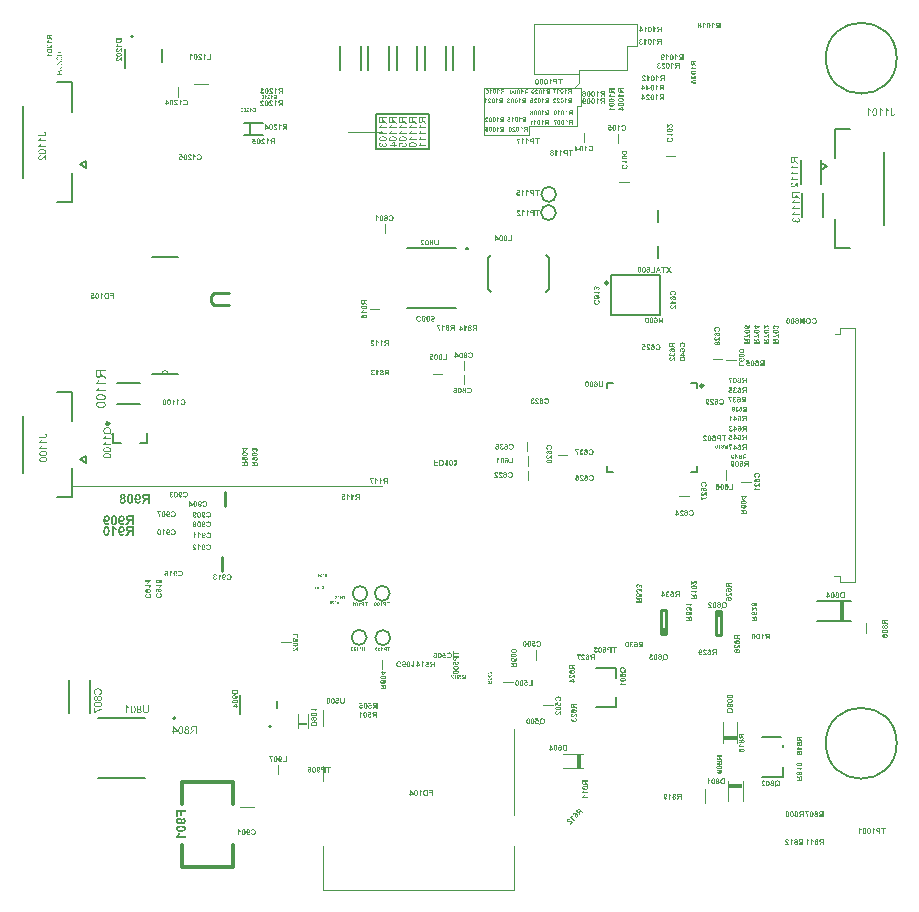
<source format=gbr>
%TF.GenerationSoftware,Altium Limited,Altium Designer,23.11.1 (41)*%
G04 Layer_Color=32896*
%FSLAX45Y45*%
%MOMM*%
%TF.SameCoordinates,D78E9C2B-A710-42EA-B38E-4640A2B68151*%
%TF.FilePolarity,Positive*%
%TF.FileFunction,Legend,Bot*%
%TF.Part,Single*%
G01*
G75*
%TA.AperFunction,NonConductor*%
%ADD138C,0.25000*%
%ADD139C,0.20000*%
%ADD140C,0.12700*%
%ADD141C,0.25400*%
%ADD144C,0.15240*%
%ADD145C,0.10160*%
%ADD146C,0.07620*%
%ADD148R,1.25000X0.30480*%
%ADD149C,0.00000*%
%ADD150C,0.30480*%
%ADD151C,0.15000*%
%ADD152R,0.35000X0.47500*%
%ADD153R,0.30480X1.25000*%
%ADD154R,0.38100X1.72720*%
%ADD155R,0.80000X0.17780*%
G36*
X3250686Y6372504D02*
X3221834D01*
Y6361415D01*
X3221928Y6360381D01*
Y6359629D01*
X3222022Y6358971D01*
X3222116Y6358501D01*
Y6358125D01*
X3222210Y6357937D01*
Y6357843D01*
X3222680Y6356340D01*
X3222962Y6355682D01*
X3223244Y6355118D01*
X3223526Y6354554D01*
X3223714Y6354178D01*
X3223808Y6353990D01*
X3223902Y6353896D01*
X3224465Y6353144D01*
X3225123Y6352392D01*
X3226533Y6350983D01*
X3227191Y6350325D01*
X3227755Y6349855D01*
X3228131Y6349573D01*
X3228225Y6349479D01*
X3229540Y6348539D01*
X3230950Y6347505D01*
X3232454Y6346472D01*
X3233863Y6345438D01*
X3235179Y6344592D01*
X3236213Y6343934D01*
X3236589Y6343652D01*
X3236871Y6343464D01*
X3237059Y6343276D01*
X3237153D01*
X3250686Y6334724D01*
Y6324010D01*
X3233018Y6335194D01*
X3231138Y6336510D01*
X3229446Y6337732D01*
X3228037Y6338953D01*
X3226721Y6339987D01*
X3225781Y6340927D01*
X3225029Y6341679D01*
X3224559Y6342149D01*
X3224372Y6342337D01*
X3223808Y6343088D01*
X3223150Y6343934D01*
X3222116Y6345626D01*
X3221740Y6346378D01*
X3221364Y6346942D01*
X3221176Y6347318D01*
X3221082Y6347505D01*
X3220800Y6345814D01*
X3220518Y6344216D01*
X3220048Y6342806D01*
X3219673Y6341397D01*
X3219203Y6340175D01*
X3218639Y6339047D01*
X3218169Y6338013D01*
X3217699Y6337074D01*
X3217135Y6336322D01*
X3216665Y6335570D01*
X3216289Y6335006D01*
X3215913Y6334536D01*
X3215631Y6334160D01*
X3215349Y6333878D01*
X3215255Y6333784D01*
X3215161Y6333690D01*
X3214222Y6332939D01*
X3213282Y6332187D01*
X3211308Y6331059D01*
X3209335Y6330307D01*
X3207455Y6329743D01*
X3205857Y6329367D01*
X3205200Y6329273D01*
X3204542D01*
X3204072Y6329179D01*
X3203696D01*
X3203508D01*
X3203414D01*
X3201440Y6329273D01*
X3199655Y6329555D01*
X3197963Y6330025D01*
X3196553Y6330495D01*
X3195332Y6331059D01*
X3194392Y6331435D01*
X3193828Y6331811D01*
X3193734Y6331905D01*
X3193640D01*
X3192136Y6333033D01*
X3190821Y6334160D01*
X3189693Y6335382D01*
X3188847Y6336510D01*
X3188189Y6337544D01*
X3187813Y6338389D01*
X3187531Y6338953D01*
X3187437Y6339047D01*
Y6339141D01*
X3187155Y6339987D01*
X3186873Y6341021D01*
X3186404Y6343088D01*
X3186122Y6345344D01*
X3185840Y6347411D01*
X3185746Y6349385D01*
Y6350231D01*
X3185652Y6350983D01*
Y6381150D01*
X3250686D01*
Y6372504D01*
D02*
G37*
G36*
X3208865Y6311417D02*
X3208207Y6310007D01*
X3207549Y6308598D01*
X3206891Y6307282D01*
X3206327Y6306154D01*
X3205857Y6305214D01*
X3205482Y6304651D01*
X3205388Y6304557D01*
Y6304463D01*
X3204354Y6302771D01*
X3203320Y6301267D01*
X3202380Y6299952D01*
X3201534Y6298918D01*
X3200877Y6297978D01*
X3200313Y6297414D01*
X3199937Y6296944D01*
X3199843Y6296850D01*
X3250686D01*
Y6288862D01*
X3185370D01*
Y6294031D01*
X3186967Y6294971D01*
X3188471Y6296004D01*
X3189975Y6297226D01*
X3191291Y6298354D01*
X3192418Y6299482D01*
X3193358Y6300328D01*
X3193640Y6300703D01*
X3193922Y6300985D01*
X3194016Y6301079D01*
X3194110Y6301173D01*
X3195708Y6303147D01*
X3197211Y6305120D01*
X3198527Y6307000D01*
X3199561Y6308880D01*
X3200501Y6310477D01*
X3200877Y6311135D01*
X3201158Y6311699D01*
X3201440Y6312169D01*
X3201534Y6312545D01*
X3201722Y6312733D01*
Y6312827D01*
X3209429D01*
X3208865Y6311417D01*
D02*
G37*
G36*
Y6260856D02*
X3208207Y6259446D01*
X3207549Y6258037D01*
X3206891Y6256721D01*
X3206327Y6255593D01*
X3205857Y6254653D01*
X3205482Y6254089D01*
X3205388Y6253995D01*
Y6253901D01*
X3204354Y6252210D01*
X3203320Y6250706D01*
X3202380Y6249390D01*
X3201534Y6248357D01*
X3200877Y6247417D01*
X3200313Y6246853D01*
X3199937Y6246383D01*
X3199843Y6246289D01*
X3250686D01*
Y6238301D01*
X3185370D01*
Y6243470D01*
X3186967Y6244409D01*
X3188471Y6245443D01*
X3189975Y6246665D01*
X3191291Y6247793D01*
X3192418Y6248920D01*
X3193358Y6249766D01*
X3193640Y6250142D01*
X3193922Y6250424D01*
X3194016Y6250518D01*
X3194110Y6250612D01*
X3195708Y6252586D01*
X3197211Y6254559D01*
X3198527Y6256439D01*
X3199561Y6258318D01*
X3200501Y6259916D01*
X3200877Y6260574D01*
X3201158Y6261138D01*
X3201440Y6261608D01*
X3201534Y6261984D01*
X3201722Y6262172D01*
Y6262266D01*
X3209429D01*
X3208865Y6260856D01*
D02*
G37*
G36*
X3221928Y6217719D02*
X3225029Y6217531D01*
X3227849Y6217249D01*
X3230480Y6216779D01*
X3232924Y6216309D01*
X3235085Y6215746D01*
X3237059Y6215182D01*
X3238750Y6214618D01*
X3240254Y6214054D01*
X3241570Y6213396D01*
X3242698Y6212926D01*
X3243543Y6212456D01*
X3244295Y6211986D01*
X3244765Y6211704D01*
X3245047Y6211516D01*
X3245141Y6211422D01*
X3246269Y6210389D01*
X3247303Y6209261D01*
X3248242Y6208039D01*
X3248994Y6206817D01*
X3249652Y6205596D01*
X3250216Y6204374D01*
X3250592Y6203152D01*
X3250968Y6202024D01*
X3251250Y6200897D01*
X3251438Y6199863D01*
X3251626Y6198923D01*
X3251720Y6198171D01*
X3251814Y6197513D01*
Y6196574D01*
X3251626Y6194036D01*
X3251250Y6191687D01*
X3250592Y6189713D01*
X3249934Y6188021D01*
X3249276Y6186612D01*
X3248900Y6186142D01*
X3248618Y6185672D01*
X3248430Y6185296D01*
X3248242Y6185014D01*
X3248054Y6184920D01*
Y6184826D01*
X3246457Y6183134D01*
X3244765Y6181725D01*
X3242886Y6180503D01*
X3241194Y6179563D01*
X3239596Y6178811D01*
X3238938Y6178435D01*
X3238281Y6178247D01*
X3237811Y6178060D01*
X3237435Y6177872D01*
X3237247Y6177778D01*
X3237153D01*
X3235743Y6177308D01*
X3234333Y6176932D01*
X3231326Y6176368D01*
X3228225Y6175898D01*
X3225217Y6175616D01*
X3223902Y6175522D01*
X3222680Y6175428D01*
X3221552D01*
X3220518Y6175334D01*
X3219766D01*
X3219109D01*
X3218733D01*
X3218639D01*
X3216853D01*
X3215161Y6175428D01*
X3213658D01*
X3212154Y6175522D01*
X3210838Y6175710D01*
X3209523Y6175804D01*
X3208395Y6175898D01*
X3207361Y6176086D01*
X3206421Y6176180D01*
X3205576Y6176368D01*
X3204918Y6176462D01*
X3204354Y6176556D01*
X3203884Y6176650D01*
X3203602Y6176744D01*
X3203414Y6176838D01*
X3203320D01*
X3201252Y6177402D01*
X3199373Y6178060D01*
X3197775Y6178811D01*
X3196365Y6179375D01*
X3195144Y6180033D01*
X3194298Y6180409D01*
X3193828Y6180785D01*
X3193640Y6180879D01*
X3192230Y6181913D01*
X3191009Y6182946D01*
X3189975Y6184074D01*
X3189035Y6185108D01*
X3188377Y6186048D01*
X3187907Y6186800D01*
X3187625Y6187270D01*
X3187531Y6187364D01*
Y6187458D01*
X3186780Y6188961D01*
X3186310Y6190559D01*
X3185934Y6192063D01*
X3185652Y6193472D01*
X3185464Y6194694D01*
X3185370Y6195728D01*
Y6196574D01*
X3185558Y6199111D01*
X3185934Y6201461D01*
X3186592Y6203434D01*
X3187249Y6205126D01*
X3188001Y6206535D01*
X3188283Y6207099D01*
X3188659Y6207569D01*
X3188847Y6207945D01*
X3189035Y6208227D01*
X3189223Y6208321D01*
Y6208415D01*
X3190727Y6210107D01*
X3192512Y6211516D01*
X3194298Y6212738D01*
X3195990Y6213678D01*
X3197587Y6214430D01*
X3198245Y6214806D01*
X3198903Y6214994D01*
X3199373Y6215182D01*
X3199749Y6215370D01*
X3199937Y6215464D01*
X3200031D01*
X3201440Y6215839D01*
X3202850Y6216215D01*
X3205951Y6216779D01*
X3209053Y6217249D01*
X3211966Y6217531D01*
X3213376Y6217625D01*
X3214598Y6217719D01*
X3215725D01*
X3216759Y6217813D01*
X3217511D01*
X3218169D01*
X3218545D01*
X3218639D01*
X3221928Y6217719D01*
D02*
G37*
G36*
X3235085Y6141689D02*
X3250686D01*
Y6133701D01*
X3235085D01*
Y6124867D01*
X3227755D01*
Y6133701D01*
X3185652D01*
Y6140186D01*
X3227755Y6169977D01*
X3235085D01*
Y6141689D01*
D02*
G37*
G36*
X3334918Y6372500D02*
X3306067D01*
Y6361410D01*
X3306161Y6360376D01*
Y6359625D01*
X3306255Y6358967D01*
X3306348Y6358497D01*
Y6358121D01*
X3306442Y6357933D01*
Y6357839D01*
X3306912Y6356335D01*
X3307194Y6355677D01*
X3307476Y6355114D01*
X3307758Y6354550D01*
X3307946Y6354174D01*
X3308040Y6353986D01*
X3308134Y6353892D01*
X3308698Y6353140D01*
X3309356Y6352388D01*
X3310766Y6350978D01*
X3311423Y6350321D01*
X3311987Y6349851D01*
X3312363Y6349569D01*
X3312457Y6349475D01*
X3313773Y6348535D01*
X3315183Y6347501D01*
X3316686Y6346467D01*
X3318096Y6345434D01*
X3319412Y6344588D01*
X3320445Y6343930D01*
X3320821Y6343648D01*
X3321103Y6343460D01*
X3321291Y6343272D01*
X3321385D01*
X3334918Y6334720D01*
Y6324006D01*
X3317250Y6335190D01*
X3315371Y6336505D01*
X3313679Y6337727D01*
X3312269Y6338949D01*
X3310954Y6339983D01*
X3310014Y6340923D01*
X3309262Y6341674D01*
X3308792Y6342144D01*
X3308604Y6342332D01*
X3308040Y6343084D01*
X3307382Y6343930D01*
X3306348Y6345622D01*
X3305973Y6346373D01*
X3305597Y6346937D01*
X3305409Y6347313D01*
X3305315Y6347501D01*
X3305033Y6345810D01*
X3304751Y6344212D01*
X3304281Y6342802D01*
X3303905Y6341392D01*
X3303435Y6340171D01*
X3302871Y6339043D01*
X3302401Y6338009D01*
X3301931Y6337069D01*
X3301368Y6336318D01*
X3300898Y6335566D01*
X3300522Y6335002D01*
X3300146Y6334532D01*
X3299864Y6334156D01*
X3299582Y6333874D01*
X3299488Y6333780D01*
X3299394Y6333686D01*
X3298454Y6332934D01*
X3297514Y6332182D01*
X3295541Y6331055D01*
X3293567Y6330303D01*
X3291688Y6329739D01*
X3290090Y6329363D01*
X3289432Y6329269D01*
X3288774D01*
X3288304Y6329175D01*
X3287928D01*
X3287740D01*
X3287646D01*
X3285673Y6329269D01*
X3283887Y6329551D01*
X3282196Y6330021D01*
X3280786Y6330491D01*
X3279564Y6331055D01*
X3278624Y6331431D01*
X3278061Y6331806D01*
X3277967Y6331900D01*
X3277873D01*
X3276369Y6333028D01*
X3275053Y6334156D01*
X3273925Y6335378D01*
X3273080Y6336505D01*
X3272422Y6337539D01*
X3272046Y6338385D01*
X3271764Y6338949D01*
X3271670Y6339043D01*
Y6339137D01*
X3271388Y6339983D01*
X3271106Y6341017D01*
X3270636Y6343084D01*
X3270354Y6345340D01*
X3270072Y6347407D01*
X3269978Y6349381D01*
Y6350227D01*
X3269884Y6350978D01*
Y6381146D01*
X3334918D01*
Y6372500D01*
D02*
G37*
G36*
X3293097Y6311413D02*
X3292439Y6310003D01*
X3291782Y6308593D01*
X3291124Y6307278D01*
X3290560Y6306150D01*
X3290090Y6305210D01*
X3289714Y6304646D01*
X3289620Y6304552D01*
Y6304458D01*
X3288586Y6302767D01*
X3287552Y6301263D01*
X3286613Y6299947D01*
X3285767Y6298913D01*
X3285109Y6297974D01*
X3284545Y6297410D01*
X3284169Y6296940D01*
X3284075Y6296846D01*
X3334918D01*
Y6288858D01*
X3269602D01*
Y6294027D01*
X3271200Y6294966D01*
X3272704Y6296000D01*
X3274207Y6297222D01*
X3275523Y6298350D01*
X3276651Y6299477D01*
X3277591Y6300323D01*
X3277873Y6300699D01*
X3278154Y6300981D01*
X3278248Y6301075D01*
X3278342Y6301169D01*
X3279940Y6303143D01*
X3281444Y6305116D01*
X3282760Y6306996D01*
X3283793Y6308875D01*
X3284733Y6310473D01*
X3285109Y6311131D01*
X3285391Y6311695D01*
X3285673Y6312165D01*
X3285767Y6312541D01*
X3285955Y6312729D01*
Y6312823D01*
X3293661D01*
X3293097Y6311413D01*
D02*
G37*
G36*
Y6260852D02*
X3292439Y6259442D01*
X3291782Y6258032D01*
X3291124Y6256716D01*
X3290560Y6255589D01*
X3290090Y6254649D01*
X3289714Y6254085D01*
X3289620Y6253991D01*
Y6253897D01*
X3288586Y6252205D01*
X3287552Y6250702D01*
X3286613Y6249386D01*
X3285767Y6248352D01*
X3285109Y6247412D01*
X3284545Y6246849D01*
X3284169Y6246379D01*
X3284075Y6246285D01*
X3334918D01*
Y6238296D01*
X3269602D01*
Y6243465D01*
X3271200Y6244405D01*
X3272704Y6245439D01*
X3274207Y6246661D01*
X3275523Y6247788D01*
X3276651Y6248916D01*
X3277591Y6249762D01*
X3277873Y6250138D01*
X3278154Y6250420D01*
X3278248Y6250514D01*
X3278342Y6250608D01*
X3279940Y6252581D01*
X3281444Y6254555D01*
X3282760Y6256435D01*
X3283793Y6258314D01*
X3284733Y6259912D01*
X3285109Y6260570D01*
X3285391Y6261134D01*
X3285673Y6261603D01*
X3285767Y6261979D01*
X3285955Y6262167D01*
Y6262261D01*
X3293661D01*
X3293097Y6260852D01*
D02*
G37*
G36*
X3306161Y6217715D02*
X3309262Y6217527D01*
X3312081Y6217245D01*
X3314713Y6216775D01*
X3317156Y6216305D01*
X3319318Y6215741D01*
X3321291Y6215177D01*
X3322983Y6214613D01*
X3324487Y6214050D01*
X3325802Y6213392D01*
X3326930Y6212922D01*
X3327776Y6212452D01*
X3328528Y6211982D01*
X3328998Y6211700D01*
X3329280Y6211512D01*
X3329374Y6211418D01*
X3330501Y6210384D01*
X3331535Y6209257D01*
X3332475Y6208035D01*
X3333227Y6206813D01*
X3333885Y6205591D01*
X3334448Y6204370D01*
X3334824Y6203148D01*
X3335200Y6202020D01*
X3335482Y6200892D01*
X3335670Y6199859D01*
X3335858Y6198919D01*
X3335952Y6198167D01*
X3336046Y6197509D01*
Y6196569D01*
X3335858Y6194032D01*
X3335482Y6191682D01*
X3334824Y6189709D01*
X3334167Y6188017D01*
X3333509Y6186607D01*
X3333133Y6186137D01*
X3332851Y6185668D01*
X3332663Y6185292D01*
X3332475Y6185010D01*
X3332287Y6184916D01*
Y6184822D01*
X3330689Y6183130D01*
X3328998Y6181720D01*
X3327118Y6180499D01*
X3325426Y6179559D01*
X3323829Y6178807D01*
X3323171Y6178431D01*
X3322513Y6178243D01*
X3322043Y6178055D01*
X3321667Y6177867D01*
X3321479Y6177773D01*
X3321385D01*
X3319976Y6177303D01*
X3318566Y6176927D01*
X3315559Y6176364D01*
X3312457Y6175894D01*
X3309450Y6175612D01*
X3308134Y6175518D01*
X3306912Y6175424D01*
X3305785D01*
X3304751Y6175330D01*
X3303999D01*
X3303341D01*
X3302965D01*
X3302871D01*
X3301086D01*
X3299394Y6175424D01*
X3297890D01*
X3296387Y6175518D01*
X3295071Y6175706D01*
X3293755Y6175800D01*
X3292627Y6175894D01*
X3291594Y6176082D01*
X3290654Y6176176D01*
X3289808Y6176364D01*
X3289150Y6176458D01*
X3288586Y6176552D01*
X3288116Y6176646D01*
X3287834Y6176739D01*
X3287646Y6176833D01*
X3287552D01*
X3285485Y6177397D01*
X3283605Y6178055D01*
X3282008Y6178807D01*
X3280598Y6179371D01*
X3279376Y6180029D01*
X3278530Y6180405D01*
X3278061Y6180781D01*
X3277873Y6180875D01*
X3276463Y6181908D01*
X3275241Y6182942D01*
X3274207Y6184070D01*
X3273268Y6185104D01*
X3272610Y6186044D01*
X3272140Y6186795D01*
X3271858Y6187265D01*
X3271764Y6187359D01*
Y6187453D01*
X3271012Y6188957D01*
X3270542Y6190555D01*
X3270166Y6192058D01*
X3269884Y6193468D01*
X3269696Y6194690D01*
X3269602Y6195723D01*
Y6196569D01*
X3269790Y6199107D01*
X3270166Y6201456D01*
X3270824Y6203430D01*
X3271482Y6205121D01*
X3272234Y6206531D01*
X3272516Y6207095D01*
X3272892Y6207565D01*
X3273080Y6207941D01*
X3273268Y6208223D01*
X3273455Y6208317D01*
Y6208411D01*
X3274959Y6210102D01*
X3276745Y6211512D01*
X3278530Y6212734D01*
X3280222Y6213674D01*
X3281820Y6214425D01*
X3282478Y6214801D01*
X3283135Y6214989D01*
X3283605Y6215177D01*
X3283981Y6215365D01*
X3284169Y6215459D01*
X3284263D01*
X3285673Y6215835D01*
X3287083Y6216211D01*
X3290184Y6216775D01*
X3293285Y6217245D01*
X3296199Y6217527D01*
X3297608Y6217621D01*
X3298830Y6217715D01*
X3299958D01*
X3300992Y6217809D01*
X3301743D01*
X3302401D01*
X3302777D01*
X3302871D01*
X3306161Y6217715D01*
D02*
G37*
G36*
X3319412Y6167060D02*
X3320821Y6166778D01*
X3323453Y6165932D01*
X3325708Y6164898D01*
X3326742Y6164334D01*
X3327588Y6163770D01*
X3328434Y6163300D01*
X3329186Y6162736D01*
X3329749Y6162267D01*
X3330219Y6161797D01*
X3330595Y6161421D01*
X3330971Y6161233D01*
X3331065Y6161045D01*
X3331159Y6160951D01*
X3332005Y6159823D01*
X3332757Y6158695D01*
X3333415Y6157474D01*
X3333979Y6156252D01*
X3334824Y6153902D01*
X3335388Y6151553D01*
X3335670Y6150519D01*
X3335764Y6149485D01*
X3335858Y6148639D01*
X3335952Y6147888D01*
X3336046Y6147230D01*
Y6146384D01*
X3335952Y6144410D01*
X3335670Y6142531D01*
X3335294Y6140745D01*
X3334824Y6139147D01*
X3334167Y6137644D01*
X3333509Y6136234D01*
X3332851Y6134918D01*
X3332099Y6133791D01*
X3331347Y6132757D01*
X3330689Y6131817D01*
X3329937Y6131065D01*
X3329374Y6130407D01*
X3328904Y6129937D01*
X3328528Y6129562D01*
X3328246Y6129374D01*
X3328152Y6129280D01*
X3326930Y6128340D01*
X3325614Y6127588D01*
X3324393Y6126836D01*
X3323077Y6126272D01*
X3320539Y6125332D01*
X3318096Y6124769D01*
X3317062Y6124581D01*
X3316028Y6124393D01*
X3315183Y6124299D01*
X3314431Y6124205D01*
X3313773Y6124111D01*
X3313303D01*
X3313021D01*
X3312927D01*
X3311235Y6124205D01*
X3309638Y6124393D01*
X3308040Y6124675D01*
X3306630Y6125050D01*
X3305315Y6125520D01*
X3303999Y6125990D01*
X3302871Y6126554D01*
X3301837Y6127024D01*
X3300898Y6127588D01*
X3300052Y6128152D01*
X3299394Y6128622D01*
X3298736Y6129092D01*
X3298266Y6129468D01*
X3297984Y6129749D01*
X3297796Y6129937D01*
X3297702Y6130031D01*
X3296669Y6131159D01*
X3295729Y6132287D01*
X3294977Y6133509D01*
X3294319Y6134730D01*
X3293661Y6135952D01*
X3293191Y6137174D01*
X3292533Y6139429D01*
X3292251Y6140463D01*
X3292064Y6141403D01*
X3291970Y6142249D01*
X3291876Y6143001D01*
X3291782Y6143565D01*
Y6145632D01*
X3291970Y6146760D01*
X3292439Y6149015D01*
X3293097Y6151083D01*
X3293849Y6152963D01*
X3294601Y6154466D01*
X3294977Y6155124D01*
X3295259Y6155688D01*
X3295541Y6156158D01*
X3295729Y6156440D01*
X3295823Y6156628D01*
X3295917Y6156722D01*
X3278342Y6153244D01*
Y6127212D01*
X3270730D01*
Y6159541D01*
X3304187Y6165838D01*
X3305221Y6158319D01*
X3304187Y6157662D01*
X3303341Y6156816D01*
X3302495Y6156064D01*
X3301837Y6155312D01*
X3301368Y6154560D01*
X3300898Y6153996D01*
X3300710Y6153620D01*
X3300616Y6153526D01*
X3300052Y6152305D01*
X3299582Y6151083D01*
X3299300Y6149955D01*
X3299018Y6148827D01*
X3298924Y6147888D01*
X3298830Y6147136D01*
Y6145350D01*
X3299018Y6144222D01*
X3299488Y6142249D01*
X3300146Y6140557D01*
X3300804Y6139054D01*
X3301555Y6137926D01*
X3302213Y6137080D01*
X3302683Y6136610D01*
X3302777Y6136422D01*
X3302871D01*
X3304469Y6135106D01*
X3306161Y6134167D01*
X3307946Y6133509D01*
X3309732Y6133039D01*
X3311235Y6132757D01*
X3311893Y6132663D01*
X3312457D01*
X3312927Y6132569D01*
X3313303D01*
X3313491D01*
X3313585D01*
X3314901D01*
X3316122Y6132757D01*
X3318472Y6133227D01*
X3320445Y6133885D01*
X3322043Y6134542D01*
X3323359Y6135294D01*
X3324393Y6135952D01*
X3324675Y6136234D01*
X3324957Y6136422D01*
X3325050Y6136516D01*
X3325144Y6136610D01*
X3325896Y6137362D01*
X3326554Y6138114D01*
X3327682Y6139805D01*
X3328434Y6141403D01*
X3328904Y6143001D01*
X3329280Y6144316D01*
X3329374Y6145444D01*
X3329468Y6145820D01*
Y6146384D01*
X3329374Y6148170D01*
X3328998Y6149767D01*
X3328528Y6151177D01*
X3327964Y6152305D01*
X3327400Y6153338D01*
X3326930Y6154090D01*
X3326554Y6154466D01*
X3326460Y6154654D01*
X3325144Y6155782D01*
X3323735Y6156722D01*
X3322137Y6157474D01*
X3320727Y6158037D01*
X3319318Y6158413D01*
X3318284Y6158695D01*
X3317814Y6158789D01*
X3317532Y6158883D01*
X3317344D01*
X3317250D01*
X3317908Y6167248D01*
X3319412Y6167060D01*
D02*
G37*
G36*
X1399166Y3990487D02*
X1400081Y3989010D01*
X1401066Y3987602D01*
X1402051Y3986477D01*
X1402895Y3985562D01*
X1403669Y3984858D01*
X1403950Y3984577D01*
X1404162Y3984366D01*
X1404302Y3984296D01*
X1404373Y3984225D01*
X1405920Y3983099D01*
X1407398Y3982114D01*
X1408735Y3981341D01*
X1409931Y3980778D01*
X1410916Y3980356D01*
X1411619Y3980004D01*
X1411901Y3979933D01*
X1412112Y3979863D01*
X1412182Y3979793D01*
X1412253D01*
Y3971350D01*
X1409720Y3972335D01*
X1407468Y3973390D01*
X1406413Y3973953D01*
X1405428Y3974586D01*
X1404513Y3975149D01*
X1403669Y3975712D01*
X1402895Y3976275D01*
X1402192Y3976767D01*
X1401629Y3977189D01*
X1401136Y3977612D01*
X1400714Y3977963D01*
X1400433Y3978174D01*
X1400292Y3978315D01*
X1400221Y3978385D01*
Y3943136D01*
X1390864D01*
Y3992105D01*
X1398463D01*
X1399166Y3990487D01*
D02*
G37*
G36*
X1361314D02*
X1362228Y3989010D01*
X1363213Y3987602D01*
X1364198Y3986477D01*
X1365042Y3985562D01*
X1365816Y3984858D01*
X1366098Y3984577D01*
X1366309Y3984366D01*
X1366450Y3984296D01*
X1366520Y3984225D01*
X1368068Y3983099D01*
X1369545Y3982114D01*
X1370882Y3981341D01*
X1372078Y3980778D01*
X1373063Y3980356D01*
X1373767Y3980004D01*
X1374048Y3979933D01*
X1374259Y3979863D01*
X1374330Y3979793D01*
X1374400D01*
Y3971350D01*
X1371867Y3972335D01*
X1369616Y3973390D01*
X1368560Y3973953D01*
X1367575Y3974586D01*
X1366661Y3975149D01*
X1365816Y3975712D01*
X1365042Y3976275D01*
X1364339Y3976767D01*
X1363776Y3977189D01*
X1363284Y3977612D01*
X1362861Y3977963D01*
X1362580Y3978174D01*
X1362439Y3978315D01*
X1362369Y3978385D01*
Y3943136D01*
X1353011D01*
Y3992105D01*
X1360610D01*
X1361314Y3990487D01*
D02*
G37*
G36*
X1442577Y3992668D02*
X1444406Y3992457D01*
X1446025Y3992105D01*
X1447643Y3991683D01*
X1449050Y3991191D01*
X1450457Y3990628D01*
X1451653Y3989995D01*
X1452779Y3989361D01*
X1453834Y3988728D01*
X1454679Y3988095D01*
X1455453Y3987532D01*
X1456086Y3987040D01*
X1456578Y3986617D01*
X1456930Y3986266D01*
X1457141Y3986055D01*
X1457211Y3985984D01*
X1458337Y3984647D01*
X1459252Y3983240D01*
X1460096Y3981763D01*
X1460800Y3980215D01*
X1461433Y3978597D01*
X1461925Y3977049D01*
X1462348Y3975501D01*
X1462699Y3974023D01*
X1462981Y3972546D01*
X1463122Y3971279D01*
X1463262Y3970083D01*
X1463403Y3969098D01*
Y3968254D01*
X1463473Y3967621D01*
Y3967199D01*
Y3967128D01*
Y3967058D01*
X1463403Y3964947D01*
X1463192Y3962977D01*
X1462910Y3961077D01*
X1462488Y3959389D01*
X1462066Y3957771D01*
X1461503Y3956223D01*
X1460940Y3954886D01*
X1460378Y3953690D01*
X1459815Y3952564D01*
X1459252Y3951579D01*
X1458689Y3950805D01*
X1458267Y3950102D01*
X1457845Y3949609D01*
X1457563Y3949187D01*
X1457352Y3948976D01*
X1457282Y3948905D01*
X1456086Y3947709D01*
X1454819Y3946724D01*
X1453482Y3945810D01*
X1452146Y3945106D01*
X1450809Y3944473D01*
X1449472Y3943910D01*
X1448206Y3943488D01*
X1447010Y3943136D01*
X1445813Y3942855D01*
X1444758Y3942644D01*
X1443773Y3942503D01*
X1442999Y3942433D01*
X1442296Y3942362D01*
X1441803Y3942292D01*
X1441381D01*
X1439903Y3942362D01*
X1438567Y3942433D01*
X1437230Y3942644D01*
X1436034Y3942925D01*
X1434908Y3943206D01*
X1433853Y3943488D01*
X1432868Y3943840D01*
X1431953Y3944262D01*
X1431179Y3944614D01*
X1430475Y3944965D01*
X1429842Y3945247D01*
X1429350Y3945528D01*
X1428928Y3945810D01*
X1428646Y3946021D01*
X1428505Y3946091D01*
X1428435Y3946162D01*
X1427520Y3946935D01*
X1426676Y3947780D01*
X1425128Y3949679D01*
X1423862Y3951649D01*
X1422877Y3953549D01*
X1422455Y3954464D01*
X1422103Y3955308D01*
X1421821Y3956082D01*
X1421540Y3956715D01*
X1421329Y3957278D01*
X1421188Y3957700D01*
X1421118Y3957982D01*
Y3958052D01*
X1430686Y3961007D01*
X1431249Y3959107D01*
X1431883Y3957489D01*
X1432516Y3956152D01*
X1433219Y3955027D01*
X1433782Y3954182D01*
X1434275Y3953619D01*
X1434627Y3953268D01*
X1434767Y3953127D01*
X1435893Y3952283D01*
X1437019Y3951720D01*
X1438144Y3951298D01*
X1439129Y3950946D01*
X1440044Y3950805D01*
X1440818Y3950735D01*
X1441099Y3950664D01*
X1441451D01*
X1442436Y3950735D01*
X1443351Y3950805D01*
X1445040Y3951298D01*
X1446517Y3951861D01*
X1447713Y3952634D01*
X1448698Y3953338D01*
X1449402Y3953901D01*
X1449683Y3954182D01*
X1449894Y3954393D01*
X1449965Y3954464D01*
X1450035Y3954534D01*
X1450598Y3955308D01*
X1451090Y3956223D01*
X1451583Y3957208D01*
X1451935Y3958263D01*
X1452497Y3960444D01*
X1452920Y3962625D01*
X1453060Y3963681D01*
X1453131Y3964595D01*
X1453271Y3965510D01*
Y3966284D01*
X1453342Y3966847D01*
Y3967339D01*
Y3967691D01*
Y3967761D01*
X1453271Y3969380D01*
X1453201Y3970857D01*
X1453060Y3972194D01*
X1452849Y3973460D01*
X1452568Y3974586D01*
X1452286Y3975642D01*
X1452005Y3976556D01*
X1451653Y3977400D01*
X1451372Y3978104D01*
X1451090Y3978737D01*
X1450809Y3979230D01*
X1450527Y3979652D01*
X1450316Y3980004D01*
X1450176Y3980215D01*
X1450035Y3980356D01*
Y3980426D01*
X1449402Y3981129D01*
X1448698Y3981763D01*
X1447995Y3982255D01*
X1447221Y3982677D01*
X1445743Y3983381D01*
X1444336Y3983873D01*
X1443140Y3984155D01*
X1442577Y3984225D01*
X1442155Y3984296D01*
X1441733Y3984366D01*
X1441240D01*
X1439833Y3984296D01*
X1438567Y3984014D01*
X1437441Y3983662D01*
X1436456Y3983240D01*
X1435682Y3982818D01*
X1435119Y3982466D01*
X1434767Y3982185D01*
X1434627Y3982114D01*
X1433712Y3981270D01*
X1432868Y3980285D01*
X1432234Y3979300D01*
X1431742Y3978315D01*
X1431390Y3977471D01*
X1431179Y3976838D01*
X1431038Y3976556D01*
Y3976345D01*
X1430968Y3976275D01*
Y3976204D01*
X1421259Y3978526D01*
X1421962Y3980567D01*
X1422736Y3982326D01*
X1423580Y3983873D01*
X1424354Y3985140D01*
X1425128Y3986125D01*
X1425410Y3986547D01*
X1425691Y3986899D01*
X1425902Y3987110D01*
X1426113Y3987321D01*
X1426184Y3987462D01*
X1426254D01*
X1427309Y3988376D01*
X1428505Y3989221D01*
X1429631Y3989924D01*
X1430827Y3990487D01*
X1432094Y3991050D01*
X1433290Y3991472D01*
X1434486Y3991824D01*
X1435612Y3992105D01*
X1436667Y3992316D01*
X1437652Y3992457D01*
X1438496Y3992598D01*
X1439270Y3992668D01*
X1439903Y3992739D01*
X1440748D01*
X1442577Y3992668D01*
D02*
G37*
G36*
X1324516Y3992035D02*
X1325712Y3991894D01*
X1326908Y3991613D01*
X1327964Y3991331D01*
X1328949Y3990909D01*
X1329863Y3990487D01*
X1330637Y3990065D01*
X1331411Y3989572D01*
X1332045Y3989080D01*
X1332678Y3988658D01*
X1333170Y3988236D01*
X1333522Y3987813D01*
X1333874Y3987532D01*
X1334085Y3987251D01*
X1334226Y3987110D01*
X1334296Y3987040D01*
X1335140Y3985843D01*
X1335844Y3984436D01*
X1336477Y3982959D01*
X1337040Y3981411D01*
X1337462Y3979793D01*
X1337884Y3978104D01*
X1338166Y3976486D01*
X1338447Y3974868D01*
X1338588Y3973320D01*
X1338729Y3971913D01*
X1338869Y3970576D01*
X1338940Y3969450D01*
X1339010Y3968535D01*
Y3967832D01*
Y3967550D01*
Y3967339D01*
Y3967269D01*
Y3967199D01*
X1338940Y3964666D01*
X1338799Y3962344D01*
X1338588Y3960163D01*
X1338306Y3958193D01*
X1338025Y3956434D01*
X1337673Y3954816D01*
X1337251Y3953408D01*
X1336829Y3952142D01*
X1336477Y3951087D01*
X1336055Y3950102D01*
X1335703Y3949328D01*
X1335351Y3948694D01*
X1335140Y3948272D01*
X1334929Y3947920D01*
X1334789Y3947709D01*
X1334718Y3947639D01*
X1333874Y3946654D01*
X1332959Y3945880D01*
X1332045Y3945106D01*
X1331060Y3944543D01*
X1330145Y3943980D01*
X1329160Y3943558D01*
X1328245Y3943206D01*
X1327331Y3942925D01*
X1326486Y3942644D01*
X1325712Y3942503D01*
X1325009Y3942362D01*
X1324446Y3942292D01*
X1323953D01*
X1323531Y3942221D01*
X1323250D01*
X1321983Y3942292D01*
X1320787Y3942433D01*
X1319591Y3942714D01*
X1318536Y3942995D01*
X1317551Y3943347D01*
X1316636Y3943769D01*
X1315862Y3944262D01*
X1315088Y3944754D01*
X1314455Y3945177D01*
X1313822Y3945669D01*
X1313329Y3946091D01*
X1312907Y3946443D01*
X1312626Y3946724D01*
X1312415Y3947006D01*
X1312274Y3947147D01*
X1312204Y3947217D01*
X1311359Y3948413D01*
X1310656Y3949820D01*
X1309952Y3951298D01*
X1309460Y3952916D01*
X1308967Y3954534D01*
X1308615Y3956152D01*
X1308264Y3957841D01*
X1307982Y3959459D01*
X1307841Y3961007D01*
X1307701Y3962414D01*
X1307560Y3963751D01*
X1307490Y3964877D01*
X1307419Y3965791D01*
Y3966495D01*
Y3966776D01*
Y3966987D01*
Y3967058D01*
Y3967128D01*
X1307490Y3969661D01*
X1307630Y3971983D01*
X1307841Y3974094D01*
X1308193Y3976064D01*
X1308545Y3977893D01*
X1308897Y3979511D01*
X1309389Y3980989D01*
X1309811Y3982255D01*
X1310234Y3983451D01*
X1310656Y3984366D01*
X1311078Y3985210D01*
X1311430Y3985914D01*
X1311781Y3986406D01*
X1311993Y3986758D01*
X1312133Y3986969D01*
X1312204Y3987040D01*
X1312978Y3987954D01*
X1313822Y3988728D01*
X1314737Y3989361D01*
X1315651Y3989995D01*
X1316566Y3990487D01*
X1317480Y3990839D01*
X1318325Y3991191D01*
X1319239Y3991472D01*
X1320084Y3991683D01*
X1320787Y3991824D01*
X1321491Y3991965D01*
X1322054Y3992035D01*
X1322546Y3992105D01*
X1323250D01*
X1324516Y3992035D01*
D02*
G37*
G36*
X1286664D02*
X1287860Y3991894D01*
X1289056Y3991613D01*
X1290111Y3991331D01*
X1291096Y3990909D01*
X1292011Y3990487D01*
X1292785Y3990065D01*
X1293559Y3989572D01*
X1294192Y3989080D01*
X1294825Y3988658D01*
X1295318Y3988236D01*
X1295669Y3987813D01*
X1296021Y3987532D01*
X1296232Y3987251D01*
X1296373Y3987110D01*
X1296443Y3987040D01*
X1297288Y3985843D01*
X1297991Y3984436D01*
X1298625Y3982959D01*
X1299187Y3981411D01*
X1299610Y3979793D01*
X1300032Y3978104D01*
X1300313Y3976486D01*
X1300595Y3974868D01*
X1300735Y3973320D01*
X1300876Y3971913D01*
X1301017Y3970576D01*
X1301087Y3969450D01*
X1301157Y3968535D01*
Y3967832D01*
Y3967550D01*
Y3967339D01*
Y3967269D01*
Y3967199D01*
X1301087Y3964666D01*
X1300946Y3962344D01*
X1300735Y3960163D01*
X1300454Y3958193D01*
X1300172Y3956434D01*
X1299821Y3954816D01*
X1299398Y3953408D01*
X1298976Y3952142D01*
X1298625Y3951087D01*
X1298202Y3950102D01*
X1297851Y3949328D01*
X1297499Y3948694D01*
X1297288Y3948272D01*
X1297077Y3947920D01*
X1296936Y3947709D01*
X1296866Y3947639D01*
X1296021Y3946654D01*
X1295107Y3945880D01*
X1294192Y3945106D01*
X1293207Y3944543D01*
X1292292Y3943980D01*
X1291307Y3943558D01*
X1290393Y3943206D01*
X1289478Y3942925D01*
X1288634Y3942644D01*
X1287860Y3942503D01*
X1287156Y3942362D01*
X1286593Y3942292D01*
X1286101D01*
X1285679Y3942221D01*
X1285397D01*
X1284131Y3942292D01*
X1282935Y3942433D01*
X1281739Y3942714D01*
X1280683Y3942995D01*
X1279698Y3943347D01*
X1278784Y3943769D01*
X1278010Y3944262D01*
X1277236Y3944754D01*
X1276602Y3945177D01*
X1275969Y3945669D01*
X1275477Y3946091D01*
X1275055Y3946443D01*
X1274773Y3946724D01*
X1274562Y3947006D01*
X1274421Y3947147D01*
X1274351Y3947217D01*
X1273507Y3948413D01*
X1272803Y3949820D01*
X1272100Y3951298D01*
X1271607Y3952916D01*
X1271115Y3954534D01*
X1270763Y3956152D01*
X1270411Y3957841D01*
X1270130Y3959459D01*
X1269989Y3961007D01*
X1269848Y3962414D01*
X1269707Y3963751D01*
X1269637Y3964877D01*
X1269567Y3965791D01*
Y3966495D01*
Y3966776D01*
Y3966987D01*
Y3967058D01*
Y3967128D01*
X1269637Y3969661D01*
X1269778Y3971983D01*
X1269989Y3974094D01*
X1270341Y3976064D01*
X1270692Y3977893D01*
X1271044Y3979511D01*
X1271537Y3980989D01*
X1271959Y3982255D01*
X1272381Y3983451D01*
X1272803Y3984366D01*
X1273225Y3985210D01*
X1273577Y3985914D01*
X1273929Y3986406D01*
X1274140Y3986758D01*
X1274281Y3986969D01*
X1274351Y3987040D01*
X1275125Y3987954D01*
X1275969Y3988728D01*
X1276884Y3989361D01*
X1277799Y3989995D01*
X1278713Y3990487D01*
X1279628Y3990839D01*
X1280472Y3991191D01*
X1281387Y3991472D01*
X1282231Y3991683D01*
X1282935Y3991824D01*
X1283638Y3991965D01*
X1284201Y3992035D01*
X1284694Y3992105D01*
X1285397D01*
X1286664Y3992035D01*
D02*
G37*
G36*
X398168Y6931038D02*
X399294D01*
X400419Y6930967D01*
X401404Y6930827D01*
X402389Y6930756D01*
X403234Y6930686D01*
X404008Y6930545D01*
X404711Y6930475D01*
X405344Y6930334D01*
X405837Y6930264D01*
X406259Y6930193D01*
X406611Y6930123D01*
X406822Y6930053D01*
X406963Y6929982D01*
X407033D01*
X408581Y6929560D01*
X409988Y6929068D01*
X411184Y6928505D01*
X412239Y6928083D01*
X413154Y6927590D01*
X413787Y6927309D01*
X414139Y6927027D01*
X414280Y6926957D01*
X415335Y6926183D01*
X416250Y6925409D01*
X417024Y6924565D01*
X417727Y6923791D01*
X418220Y6923087D01*
X418572Y6922524D01*
X418783Y6922173D01*
X418853Y6922102D01*
Y6922032D01*
X419416Y6920906D01*
X419768Y6919710D01*
X420049Y6918584D01*
X420260Y6917529D01*
X420401Y6916614D01*
X420471Y6915840D01*
Y6915207D01*
X420331Y6913307D01*
X420049Y6911549D01*
X419557Y6910071D01*
X419064Y6908805D01*
X418501Y6907749D01*
X418290Y6907327D01*
X418009Y6906975D01*
X417868Y6906694D01*
X417727Y6906483D01*
X417587Y6906412D01*
Y6906342D01*
X416461Y6905076D01*
X415124Y6904020D01*
X413787Y6903106D01*
X412521Y6902402D01*
X411325Y6901839D01*
X410832Y6901558D01*
X410340Y6901417D01*
X409988Y6901276D01*
X409707Y6901136D01*
X409566Y6901065D01*
X409495D01*
X408440Y6900784D01*
X407385Y6900502D01*
X405063Y6900080D01*
X402741Y6899728D01*
X400560Y6899517D01*
X399505Y6899447D01*
X398590Y6899377D01*
X397746D01*
X396972Y6899306D01*
X396409D01*
X395916D01*
X395635D01*
X395565D01*
X393102Y6899377D01*
X390780Y6899517D01*
X388670Y6899728D01*
X386700Y6900080D01*
X384870Y6900432D01*
X383252Y6900854D01*
X381774Y6901276D01*
X380508Y6901698D01*
X379382Y6902121D01*
X378397Y6902613D01*
X377553Y6902965D01*
X376920Y6903317D01*
X376357Y6903668D01*
X376005Y6903880D01*
X375794Y6904020D01*
X375724Y6904091D01*
X374879Y6904865D01*
X374105Y6905709D01*
X373402Y6906623D01*
X372839Y6907538D01*
X372346Y6908453D01*
X371924Y6909367D01*
X371643Y6910282D01*
X371361Y6911126D01*
X371150Y6911971D01*
X371010Y6912745D01*
X370869Y6913448D01*
X370799Y6914011D01*
X370728Y6914504D01*
Y6915207D01*
X370869Y6917107D01*
X371150Y6918866D01*
X371643Y6920343D01*
X372135Y6921610D01*
X372628Y6922665D01*
X372909Y6923017D01*
X373120Y6923369D01*
X373261Y6923650D01*
X373402Y6923861D01*
X373543Y6923932D01*
Y6924002D01*
X374739Y6925268D01*
X376005Y6926324D01*
X377412Y6927238D01*
X378679Y6927942D01*
X379875Y6928505D01*
X380367Y6928786D01*
X380860Y6928927D01*
X381212Y6929068D01*
X381493Y6929208D01*
X381634Y6929279D01*
X381704D01*
X382759Y6929631D01*
X383815Y6929912D01*
X386066Y6930334D01*
X388388Y6930686D01*
X390640Y6930897D01*
X391625Y6930967D01*
X392539Y6931038D01*
X393384D01*
X394157Y6931108D01*
X394720D01*
X395213D01*
X395494D01*
X395565D01*
X396901D01*
X398168Y6931038D01*
D02*
G37*
G36*
Y6893185D02*
X399294D01*
X400419Y6893115D01*
X401404Y6892974D01*
X402389Y6892904D01*
X403234Y6892833D01*
X404008Y6892693D01*
X404711Y6892622D01*
X405344Y6892482D01*
X405837Y6892411D01*
X406259Y6892341D01*
X406611Y6892270D01*
X406822Y6892200D01*
X406963Y6892130D01*
X407033D01*
X408581Y6891708D01*
X409988Y6891215D01*
X411184Y6890652D01*
X412239Y6890230D01*
X413154Y6889738D01*
X413787Y6889456D01*
X414139Y6889175D01*
X414280Y6889104D01*
X415335Y6888330D01*
X416250Y6887556D01*
X417024Y6886712D01*
X417727Y6885938D01*
X418220Y6885235D01*
X418572Y6884672D01*
X418783Y6884320D01*
X418853Y6884250D01*
Y6884179D01*
X419416Y6883054D01*
X419768Y6881857D01*
X420049Y6880732D01*
X420260Y6879676D01*
X420401Y6878762D01*
X420471Y6877988D01*
Y6877355D01*
X420331Y6875455D01*
X420049Y6873696D01*
X419557Y6872218D01*
X419064Y6870952D01*
X418501Y6869897D01*
X418290Y6869474D01*
X418009Y6869123D01*
X417868Y6868841D01*
X417727Y6868630D01*
X417587Y6868560D01*
Y6868489D01*
X416461Y6867223D01*
X415124Y6866168D01*
X413787Y6865253D01*
X412521Y6864549D01*
X411325Y6863987D01*
X410832Y6863705D01*
X410340Y6863564D01*
X409988Y6863424D01*
X409707Y6863283D01*
X409566Y6863213D01*
X409495D01*
X408440Y6862931D01*
X407385Y6862650D01*
X405063Y6862228D01*
X402741Y6861876D01*
X400560Y6861665D01*
X399505Y6861594D01*
X398590Y6861524D01*
X397746D01*
X396972Y6861454D01*
X396409D01*
X395916D01*
X395635D01*
X395565D01*
X393102Y6861524D01*
X390780Y6861665D01*
X388670Y6861876D01*
X386700Y6862228D01*
X384870Y6862579D01*
X383252Y6863002D01*
X381774Y6863424D01*
X380508Y6863846D01*
X379382Y6864268D01*
X378397Y6864760D01*
X377553Y6865112D01*
X376920Y6865464D01*
X376357Y6865816D01*
X376005Y6866027D01*
X375794Y6866168D01*
X375724Y6866238D01*
X374879Y6867012D01*
X374105Y6867856D01*
X373402Y6868771D01*
X372839Y6869686D01*
X372346Y6870600D01*
X371924Y6871515D01*
X371643Y6872429D01*
X371361Y6873274D01*
X371150Y6874118D01*
X371010Y6874892D01*
X370869Y6875596D01*
X370799Y6876158D01*
X370728Y6876651D01*
Y6877355D01*
X370869Y6879254D01*
X371150Y6881013D01*
X371643Y6882491D01*
X372135Y6883757D01*
X372628Y6884812D01*
X372909Y6885164D01*
X373120Y6885516D01*
X373261Y6885798D01*
X373402Y6886009D01*
X373543Y6886079D01*
Y6886149D01*
X374739Y6887416D01*
X376005Y6888471D01*
X377412Y6889386D01*
X378679Y6890089D01*
X379875Y6890652D01*
X380367Y6890934D01*
X380860Y6891074D01*
X381212Y6891215D01*
X381493Y6891356D01*
X381634Y6891426D01*
X381704D01*
X382759Y6891778D01*
X383815Y6892059D01*
X386066Y6892482D01*
X388388Y6892833D01*
X390640Y6893044D01*
X391625Y6893115D01*
X392539Y6893185D01*
X393384D01*
X394157Y6893255D01*
X394720D01*
X395213D01*
X395494D01*
X395565D01*
X396901D01*
X398168Y6893185D01*
D02*
G37*
G36*
X377342Y6831059D02*
X378538Y6831903D01*
X379030Y6832325D01*
X379523Y6832677D01*
X379945Y6833029D01*
X380227Y6833310D01*
X380438Y6833522D01*
X380508Y6833592D01*
X380860Y6833944D01*
X381212Y6834366D01*
X382126Y6835351D01*
X383182Y6836477D01*
X384237Y6837673D01*
X385152Y6838798D01*
X385574Y6839291D01*
X385996Y6839713D01*
X386277Y6840065D01*
X386488Y6840346D01*
X386629Y6840487D01*
X386700Y6840557D01*
X387685Y6841683D01*
X388599Y6842809D01*
X389514Y6843794D01*
X390288Y6844708D01*
X391062Y6845553D01*
X391765Y6846256D01*
X392399Y6846960D01*
X392961Y6847523D01*
X393524Y6848086D01*
X393946Y6848508D01*
X394298Y6848860D01*
X394650Y6849211D01*
X395072Y6849563D01*
X395213Y6849704D01*
X396409Y6850689D01*
X397464Y6851533D01*
X398520Y6852237D01*
X399364Y6852800D01*
X400138Y6853222D01*
X400701Y6853503D01*
X401053Y6853644D01*
X401193Y6853714D01*
X402249Y6854136D01*
X403304Y6854418D01*
X404289Y6854699D01*
X405133Y6854840D01*
X405907Y6854910D01*
X406470Y6854981D01*
X406822D01*
X406963D01*
X408018Y6854910D01*
X409003Y6854770D01*
X409988Y6854629D01*
X410832Y6854347D01*
X412521Y6853644D01*
X413858Y6852940D01*
X414491Y6852518D01*
X414983Y6852166D01*
X415476Y6851815D01*
X415828Y6851463D01*
X416109Y6851181D01*
X416391Y6851041D01*
X416461Y6850900D01*
X416531Y6850830D01*
X417235Y6850056D01*
X417868Y6849211D01*
X418361Y6848297D01*
X418783Y6847382D01*
X419486Y6845553D01*
X419979Y6843723D01*
X420120Y6842949D01*
X420260Y6842176D01*
X420331Y6841472D01*
X420401Y6840909D01*
X420471Y6840417D01*
Y6839713D01*
X420401Y6838447D01*
X420331Y6837250D01*
X420120Y6836125D01*
X419908Y6835069D01*
X419627Y6834084D01*
X419346Y6833170D01*
X418994Y6832325D01*
X418642Y6831551D01*
X418290Y6830848D01*
X417938Y6830285D01*
X417657Y6829793D01*
X417376Y6829370D01*
X417165Y6829019D01*
X416953Y6828808D01*
X416883Y6828667D01*
X416813Y6828596D01*
X416109Y6827893D01*
X415335Y6827260D01*
X414491Y6826626D01*
X413647Y6826134D01*
X411958Y6825290D01*
X410269Y6824727D01*
X409495Y6824516D01*
X408722Y6824305D01*
X408088Y6824164D01*
X407525Y6824023D01*
X407033Y6823953D01*
X406681D01*
X406470Y6823882D01*
X406400D01*
X405767Y6830004D01*
X407385Y6830144D01*
X408792Y6830426D01*
X410058Y6830848D01*
X411043Y6831340D01*
X411888Y6831763D01*
X412451Y6832185D01*
X412802Y6832466D01*
X412943Y6832607D01*
X413787Y6833662D01*
X414421Y6834788D01*
X414913Y6835984D01*
X415194Y6837039D01*
X415406Y6838024D01*
X415476Y6838869D01*
X415546Y6839150D01*
Y6839572D01*
X415476Y6841050D01*
X415194Y6842387D01*
X414772Y6843512D01*
X414350Y6844497D01*
X413858Y6845271D01*
X413506Y6845764D01*
X413224Y6846116D01*
X413084Y6846256D01*
X412099Y6847101D01*
X411114Y6847734D01*
X410129Y6848226D01*
X409144Y6848508D01*
X408370Y6848719D01*
X407666Y6848789D01*
X407244Y6848860D01*
X407174D01*
X407103D01*
X405837Y6848719D01*
X404500Y6848437D01*
X403304Y6847945D01*
X402178Y6847452D01*
X401264Y6846890D01*
X400490Y6846397D01*
X400208Y6846256D01*
X399997Y6846116D01*
X399927Y6845975D01*
X399856D01*
X399083Y6845412D01*
X398309Y6844708D01*
X397464Y6843934D01*
X396620Y6843090D01*
X394931Y6841331D01*
X393243Y6839572D01*
X392469Y6838658D01*
X391765Y6837884D01*
X391132Y6837110D01*
X390569Y6836477D01*
X390147Y6835984D01*
X389795Y6835562D01*
X389584Y6835280D01*
X389514Y6835210D01*
X388036Y6833451D01*
X386629Y6831833D01*
X385363Y6830496D01*
X384307Y6829441D01*
X383393Y6828526D01*
X382759Y6827893D01*
X382337Y6827541D01*
X382267Y6827400D01*
X382197D01*
X381001Y6826415D01*
X379875Y6825641D01*
X378749Y6824938D01*
X377764Y6824375D01*
X376920Y6823953D01*
X376287Y6823671D01*
X375864Y6823531D01*
X375794Y6823460D01*
X375724D01*
X374950Y6823179D01*
X374246Y6823038D01*
X373543Y6822897D01*
X372909Y6822827D01*
X372346Y6822757D01*
X371924D01*
X371643D01*
X371573D01*
Y6855051D01*
X377342D01*
Y6831059D01*
D02*
G37*
G36*
X420471Y6804393D02*
X419275Y6803690D01*
X418150Y6802916D01*
X417024Y6802001D01*
X416039Y6801157D01*
X415194Y6800313D01*
X414491Y6799679D01*
X414280Y6799398D01*
X414069Y6799187D01*
X413998Y6799116D01*
X413928Y6799046D01*
X412732Y6797569D01*
X411606Y6796091D01*
X410621Y6794684D01*
X409847Y6793277D01*
X409144Y6792081D01*
X408862Y6791588D01*
X408651Y6791166D01*
X408440Y6790814D01*
X408370Y6790533D01*
X408229Y6790392D01*
Y6790322D01*
X402460D01*
X402882Y6791377D01*
X403374Y6792432D01*
X403867Y6793488D01*
X404359Y6794473D01*
X404782Y6795317D01*
X405133Y6796021D01*
X405415Y6796443D01*
X405485Y6796513D01*
Y6796584D01*
X406259Y6797850D01*
X407033Y6798976D01*
X407737Y6799961D01*
X408370Y6800735D01*
X408862Y6801438D01*
X409284Y6801860D01*
X409566Y6802212D01*
X409636Y6802283D01*
X371573D01*
Y6808263D01*
X420471D01*
Y6804393D01*
D02*
G37*
G36*
X384800Y6773576D02*
X386207Y6772591D01*
X387473Y6771677D01*
X388529Y6770762D01*
X389514Y6769988D01*
X390217Y6769285D01*
X390780Y6768722D01*
X391132Y6768370D01*
X391273Y6768229D01*
X391695Y6767666D01*
X392187Y6767033D01*
X392961Y6765767D01*
X393243Y6765204D01*
X393524Y6764782D01*
X393665Y6764500D01*
X393735Y6764360D01*
X393946Y6765626D01*
X394157Y6766822D01*
X394509Y6767877D01*
X394791Y6768933D01*
X395142Y6769848D01*
X395565Y6770692D01*
X395916Y6771466D01*
X396268Y6772169D01*
X396690Y6772732D01*
X397042Y6773295D01*
X397324Y6773717D01*
X397605Y6774069D01*
X397816Y6774350D01*
X398027Y6774562D01*
X398098Y6774632D01*
X398168Y6774702D01*
X398871Y6775265D01*
X399575Y6775828D01*
X401053Y6776672D01*
X402530Y6777235D01*
X403937Y6777657D01*
X405133Y6777939D01*
X405626Y6778009D01*
X406118D01*
X406470Y6778079D01*
X406752D01*
X406892D01*
X406963D01*
X408440Y6778009D01*
X409777Y6777798D01*
X411043Y6777446D01*
X412099Y6777094D01*
X413013Y6776672D01*
X413717Y6776391D01*
X414139Y6776109D01*
X414209Y6776039D01*
X414280D01*
X415406Y6775195D01*
X416391Y6774350D01*
X417235Y6773436D01*
X417868Y6772591D01*
X418361Y6771818D01*
X418642Y6771184D01*
X418853Y6770762D01*
X418923Y6770692D01*
Y6770621D01*
X419135Y6769988D01*
X419346Y6769214D01*
X419697Y6767666D01*
X419908Y6765978D01*
X420120Y6764430D01*
X420190Y6762952D01*
Y6762319D01*
X420260Y6761756D01*
Y6739171D01*
X371573D01*
Y6745644D01*
X393172D01*
Y6753947D01*
X393102Y6754721D01*
Y6755283D01*
X393032Y6755776D01*
X392961Y6756128D01*
Y6756409D01*
X392891Y6756550D01*
Y6756620D01*
X392539Y6757746D01*
X392328Y6758238D01*
X392117Y6758661D01*
X391906Y6759083D01*
X391765Y6759364D01*
X391695Y6759505D01*
X391625Y6759575D01*
X391202Y6760138D01*
X390710Y6760701D01*
X389655Y6761756D01*
X389162Y6762249D01*
X388740Y6762601D01*
X388458Y6762812D01*
X388388Y6762882D01*
X387403Y6763586D01*
X386348Y6764360D01*
X385222Y6765134D01*
X384167Y6765907D01*
X383182Y6766541D01*
X382408Y6767033D01*
X382126Y6767244D01*
X381915Y6767385D01*
X381774Y6767526D01*
X381704D01*
X371573Y6773928D01*
Y6781949D01*
X384800Y6773576D01*
D02*
G37*
G36*
X6664034Y5735577D02*
X6635182D01*
Y5724487D01*
X6635276Y5723453D01*
Y5722701D01*
X6635370Y5722043D01*
X6635464Y5721574D01*
Y5721198D01*
X6635558Y5721010D01*
Y5720916D01*
X6636028Y5719412D01*
X6636310Y5718754D01*
X6636592Y5718190D01*
X6636874Y5717626D01*
X6637062Y5717250D01*
X6637156Y5717062D01*
X6637250Y5716969D01*
X6637814Y5716217D01*
X6638472Y5715465D01*
X6639881Y5714055D01*
X6640539Y5713397D01*
X6641103Y5712927D01*
X6641479Y5712645D01*
X6641573Y5712551D01*
X6642889Y5711612D01*
X6644298Y5710578D01*
X6645802Y5709544D01*
X6647212Y5708510D01*
X6648527Y5707664D01*
X6649561Y5707007D01*
X6649937Y5706725D01*
X6650219Y5706537D01*
X6650407Y5706349D01*
X6650501D01*
X6664034Y5697797D01*
Y5687083D01*
X6646366Y5698266D01*
X6644486Y5699582D01*
X6642795Y5700804D01*
X6641385Y5702026D01*
X6640069Y5703059D01*
X6639129Y5703999D01*
X6638378Y5704751D01*
X6637908Y5705221D01*
X6637720Y5705409D01*
X6637156Y5706161D01*
X6636498Y5707007D01*
X6635464Y5708698D01*
X6635088Y5709450D01*
X6634712Y5710014D01*
X6634524Y5710390D01*
X6634430Y5710578D01*
X6634149Y5708886D01*
X6633867Y5707289D01*
X6633397Y5705879D01*
X6633021Y5704469D01*
X6632551Y5703247D01*
X6631987Y5702120D01*
X6631517Y5701086D01*
X6631047Y5700146D01*
X6630483Y5699394D01*
X6630013Y5698642D01*
X6629637Y5698079D01*
X6629262Y5697609D01*
X6628980Y5697233D01*
X6628698Y5696951D01*
X6628604Y5696857D01*
X6628510Y5696763D01*
X6627570Y5696011D01*
X6626630Y5695259D01*
X6624657Y5694131D01*
X6622683Y5693380D01*
X6620803Y5692816D01*
X6619206Y5692440D01*
X6618548Y5692346D01*
X6617890D01*
X6617420Y5692252D01*
X6617044D01*
X6616856D01*
X6616762D01*
X6614789Y5692346D01*
X6613003Y5692628D01*
X6611311Y5693098D01*
X6609902Y5693567D01*
X6608680Y5694131D01*
X6607740Y5694507D01*
X6607176Y5694883D01*
X6607082Y5694977D01*
X6606988D01*
X6605485Y5696105D01*
X6604169Y5697233D01*
X6603041Y5698454D01*
X6602195Y5699582D01*
X6601537Y5700616D01*
X6601162Y5701462D01*
X6600880Y5702026D01*
X6600786Y5702120D01*
Y5702214D01*
X6600504Y5703059D01*
X6600222Y5704093D01*
X6599752Y5706161D01*
X6599470Y5708416D01*
X6599188Y5710484D01*
X6599094Y5712457D01*
Y5713303D01*
X6599000Y5714055D01*
Y5744223D01*
X6664034D01*
Y5735577D01*
D02*
G37*
G36*
X6622213Y5674490D02*
X6621555Y5673080D01*
X6620897Y5671670D01*
X6620239Y5670354D01*
X6619676Y5669227D01*
X6619206Y5668287D01*
X6618830Y5667723D01*
X6618736Y5667629D01*
Y5667535D01*
X6617702Y5665843D01*
X6616668Y5664340D01*
X6615728Y5663024D01*
X6614883Y5661990D01*
X6614225Y5661050D01*
X6613661Y5660487D01*
X6613285Y5660017D01*
X6613191Y5659923D01*
X6664034D01*
Y5651934D01*
X6598718D01*
Y5657103D01*
X6600316Y5658043D01*
X6601819Y5659077D01*
X6603323Y5660299D01*
X6604639Y5661426D01*
X6605767Y5662554D01*
X6606706Y5663400D01*
X6606988Y5663776D01*
X6607270Y5664058D01*
X6607364Y5664152D01*
X6607458Y5664246D01*
X6609056Y5666219D01*
X6610560Y5668193D01*
X6611875Y5670072D01*
X6612909Y5671952D01*
X6613849Y5673550D01*
X6614225Y5674208D01*
X6614507Y5674771D01*
X6614789Y5675241D01*
X6614883Y5675617D01*
X6615071Y5675805D01*
Y5675899D01*
X6622777D01*
X6622213Y5674490D01*
D02*
G37*
G36*
Y5623928D02*
X6621555Y5622519D01*
X6620897Y5621109D01*
X6620239Y5619793D01*
X6619676Y5618665D01*
X6619206Y5617726D01*
X6618830Y5617162D01*
X6618736Y5617068D01*
Y5616974D01*
X6617702Y5615282D01*
X6616668Y5613778D01*
X6615728Y5612463D01*
X6614883Y5611429D01*
X6614225Y5610489D01*
X6613661Y5609925D01*
X6613285Y5609455D01*
X6613191Y5609361D01*
X6664034D01*
Y5601373D01*
X6598718D01*
Y5606542D01*
X6600316Y5607482D01*
X6601819Y5608516D01*
X6603323Y5609737D01*
X6604639Y5610865D01*
X6605767Y5611993D01*
X6606706Y5612839D01*
X6606988Y5613215D01*
X6607270Y5613497D01*
X6607364Y5613590D01*
X6607458Y5613684D01*
X6609056Y5615658D01*
X6610560Y5617632D01*
X6611875Y5619511D01*
X6612909Y5621391D01*
X6613849Y5622988D01*
X6614225Y5623646D01*
X6614507Y5624210D01*
X6614789Y5624680D01*
X6614883Y5625056D01*
X6615071Y5625244D01*
Y5625338D01*
X6622777D01*
X6622213Y5623928D01*
D02*
G37*
G36*
Y5573367D02*
X6621555Y5571957D01*
X6620897Y5570548D01*
X6620239Y5569232D01*
X6619676Y5568104D01*
X6619206Y5567164D01*
X6618830Y5566600D01*
X6618736Y5566507D01*
Y5566413D01*
X6617702Y5564721D01*
X6616668Y5563217D01*
X6615728Y5561902D01*
X6614883Y5560868D01*
X6614225Y5559928D01*
X6613661Y5559364D01*
X6613285Y5558894D01*
X6613191Y5558800D01*
X6664034D01*
Y5550812D01*
X6598718D01*
Y5555981D01*
X6600316Y5556921D01*
X6601819Y5557954D01*
X6603323Y5559176D01*
X6604639Y5560304D01*
X6605767Y5561432D01*
X6606706Y5562277D01*
X6606988Y5562653D01*
X6607270Y5562935D01*
X6607364Y5563029D01*
X6607458Y5563123D01*
X6609056Y5565097D01*
X6610560Y5567070D01*
X6611875Y5568950D01*
X6612909Y5570830D01*
X6613849Y5572427D01*
X6614225Y5573085D01*
X6614507Y5573649D01*
X6614789Y5574119D01*
X6614883Y5574495D01*
X6615071Y5574683D01*
Y5574777D01*
X6622777D01*
X6622213Y5573367D01*
D02*
G37*
G36*
X6648340Y5530042D02*
X6649749Y5529760D01*
X6652381Y5528915D01*
X6654636Y5527881D01*
X6655576Y5527317D01*
X6656516Y5526753D01*
X6657362Y5526189D01*
X6658019Y5525625D01*
X6658677Y5525155D01*
X6659147Y5524685D01*
X6659523Y5524403D01*
X6659805Y5524122D01*
X6659993Y5523934D01*
X6660087Y5523840D01*
X6660933Y5522712D01*
X6661779Y5521584D01*
X6662437Y5520456D01*
X6663000Y5519235D01*
X6663940Y5516885D01*
X6664504Y5514630D01*
X6664692Y5513596D01*
X6664880Y5512656D01*
X6664974Y5511810D01*
X6665068Y5511058D01*
X6665162Y5510494D01*
Y5509649D01*
X6665068Y5507863D01*
X6664880Y5506265D01*
X6664598Y5504668D01*
X6664222Y5503164D01*
X6663752Y5501754D01*
X6663282Y5500533D01*
X6662718Y5499311D01*
X6662155Y5498277D01*
X6661685Y5497243D01*
X6661121Y5496397D01*
X6660651Y5495646D01*
X6660181Y5495082D01*
X6659805Y5494612D01*
X6659523Y5494236D01*
X6659335Y5494048D01*
X6659241Y5493954D01*
X6658113Y5492826D01*
X6656892Y5491886D01*
X6655670Y5491041D01*
X6654448Y5490289D01*
X6653320Y5489725D01*
X6652099Y5489161D01*
X6649843Y5488409D01*
X6648809Y5488221D01*
X6647870Y5488033D01*
X6647024Y5487845D01*
X6646272Y5487751D01*
X6645708Y5487657D01*
X6645238D01*
X6644956D01*
X6644862D01*
X6642607Y5487751D01*
X6640539Y5488127D01*
X6638754Y5488691D01*
X6637250Y5489255D01*
X6636028Y5489819D01*
X6635088Y5490383D01*
X6634524Y5490759D01*
X6634336Y5490853D01*
X6632927Y5492168D01*
X6631705Y5493578D01*
X6630765Y5495082D01*
X6630013Y5496585D01*
X6629450Y5497901D01*
X6629074Y5498935D01*
X6628980Y5499311D01*
X6628886Y5499593D01*
X6628792Y5499781D01*
Y5499875D01*
X6627946Y5498277D01*
X6627100Y5496961D01*
X6626160Y5495834D01*
X6625314Y5494894D01*
X6624563Y5494142D01*
X6623905Y5493578D01*
X6623529Y5493296D01*
X6623341Y5493202D01*
X6622025Y5492450D01*
X6620709Y5491886D01*
X6619394Y5491417D01*
X6618172Y5491135D01*
X6617138Y5490947D01*
X6616386Y5490853D01*
X6615822D01*
X6615634D01*
X6614037Y5490947D01*
X6612439Y5491229D01*
X6611029Y5491604D01*
X6609808Y5492074D01*
X6608774Y5492544D01*
X6607928Y5492920D01*
X6607458Y5493202D01*
X6607270Y5493296D01*
X6605861Y5494236D01*
X6604639Y5495364D01*
X6603605Y5496491D01*
X6602665Y5497619D01*
X6602007Y5498559D01*
X6601443Y5499405D01*
X6601162Y5499969D01*
X6601068Y5500063D01*
Y5500157D01*
X6600316Y5501848D01*
X6599752Y5503540D01*
X6599282Y5505232D01*
X6599000Y5506735D01*
X6598812Y5507957D01*
X6598718Y5508991D01*
Y5511340D01*
X6598906Y5512656D01*
X6599376Y5515193D01*
X6600128Y5517355D01*
X6600880Y5519235D01*
X6601350Y5520080D01*
X6601725Y5520738D01*
X6602101Y5521396D01*
X6602477Y5521866D01*
X6602759Y5522242D01*
X6602947Y5522524D01*
X6603041Y5522712D01*
X6603135Y5522806D01*
X6604921Y5524591D01*
X6606894Y5526001D01*
X6608962Y5527129D01*
X6611029Y5528069D01*
X6612815Y5528633D01*
X6613567Y5528915D01*
X6614225Y5529102D01*
X6614789Y5529196D01*
X6615165Y5529290D01*
X6615447Y5529384D01*
X6615540D01*
X6616950Y5521396D01*
X6614883Y5521020D01*
X6613097Y5520456D01*
X6611593Y5519798D01*
X6610372Y5519141D01*
X6609432Y5518483D01*
X6608774Y5517919D01*
X6608304Y5517543D01*
X6608210Y5517449D01*
X6607270Y5516227D01*
X6606518Y5514912D01*
X6606049Y5513690D01*
X6605673Y5512468D01*
X6605485Y5511340D01*
X6605297Y5510494D01*
Y5509743D01*
X6605391Y5508051D01*
X6605767Y5506547D01*
X6606236Y5505232D01*
X6606706Y5504104D01*
X6607270Y5503258D01*
X6607740Y5502600D01*
X6608116Y5502130D01*
X6608210Y5502036D01*
X6609338Y5501002D01*
X6610560Y5500251D01*
X6611781Y5499781D01*
X6612909Y5499405D01*
X6613943Y5499217D01*
X6614695Y5499029D01*
X6615259D01*
X6615353D01*
X6615447D01*
X6616480D01*
X6617420Y5499217D01*
X6619018Y5499687D01*
X6620427Y5500345D01*
X6621649Y5501096D01*
X6622495Y5501848D01*
X6623153Y5502506D01*
X6623529Y5502976D01*
X6623623Y5503070D01*
Y5503164D01*
X6624469Y5504762D01*
X6625126Y5506265D01*
X6625596Y5507863D01*
X6625878Y5509273D01*
X6626066Y5510494D01*
X6626254Y5511528D01*
Y5512750D01*
X6626160Y5513126D01*
Y5513596D01*
X6633209Y5514536D01*
X6632927Y5513314D01*
X6632739Y5512186D01*
X6632551Y5511246D01*
X6632457Y5510400D01*
X6632363Y5509743D01*
Y5508897D01*
X6632551Y5506923D01*
X6632927Y5505138D01*
X6633491Y5503540D01*
X6634149Y5502224D01*
X6634806Y5501190D01*
X6635370Y5500439D01*
X6635746Y5499969D01*
X6635934Y5499781D01*
X6637344Y5498559D01*
X6638848Y5497619D01*
X6640351Y5496961D01*
X6641855Y5496585D01*
X6643077Y5496303D01*
X6644110Y5496209D01*
X6644486Y5496115D01*
X6644768D01*
X6644956D01*
X6645050D01*
X6647118Y5496303D01*
X6648997Y5496773D01*
X6650595Y5497337D01*
X6652005Y5498089D01*
X6653132Y5498841D01*
X6653978Y5499405D01*
X6654542Y5499875D01*
X6654730Y5500063D01*
X6656046Y5501566D01*
X6656986Y5503164D01*
X6657644Y5504762D01*
X6658113Y5506265D01*
X6658395Y5507581D01*
X6658489Y5508615D01*
X6658583Y5508991D01*
Y5509555D01*
X6658489Y5511246D01*
X6658113Y5512844D01*
X6657644Y5514254D01*
X6657080Y5515381D01*
X6656610Y5516321D01*
X6656140Y5517073D01*
X6655764Y5517449D01*
X6655670Y5517637D01*
X6654354Y5518765D01*
X6652851Y5519704D01*
X6651253Y5520550D01*
X6649561Y5521208D01*
X6648152Y5521678D01*
X6647494Y5521866D01*
X6646930Y5521960D01*
X6646460Y5522054D01*
X6646084Y5522148D01*
X6645896Y5522242D01*
X6645802D01*
X6646836Y5530230D01*
X6648340Y5530042D01*
D02*
G37*
G36*
X6651898Y6032428D02*
X6623046D01*
Y6021338D01*
X6623140Y6020304D01*
Y6019553D01*
X6623234Y6018895D01*
X6623328Y6018425D01*
Y6018049D01*
X6623422Y6017861D01*
Y6017767D01*
X6623892Y6016263D01*
X6624174Y6015605D01*
X6624456Y6015042D01*
X6624738Y6014478D01*
X6624926Y6014102D01*
X6625020Y6013914D01*
X6625113Y6013820D01*
X6625677Y6013068D01*
X6626335Y6012316D01*
X6627745Y6010906D01*
X6628403Y6010249D01*
X6628967Y6009779D01*
X6629343Y6009497D01*
X6629437Y6009403D01*
X6630752Y6008463D01*
X6632162Y6007429D01*
X6633666Y6006395D01*
X6635075Y6005362D01*
X6636391Y6004516D01*
X6637425Y6003858D01*
X6637801Y6003576D01*
X6638083Y6003388D01*
X6638271Y6003200D01*
X6638365D01*
X6651898Y5994648D01*
Y5983934D01*
X6634230Y5995118D01*
X6632350Y5996434D01*
X6630658Y5997655D01*
X6629249Y5998877D01*
X6627933Y5999911D01*
X6626993Y6000851D01*
X6626241Y6001602D01*
X6625771Y6002072D01*
X6625583Y6002260D01*
X6625020Y6003012D01*
X6624362Y6003858D01*
X6623328Y6005550D01*
X6622952Y6006301D01*
X6622576Y6006865D01*
X6622388Y6007241D01*
X6622294Y6007429D01*
X6622012Y6005738D01*
X6621730Y6004140D01*
X6621260Y6002730D01*
X6620884Y6001320D01*
X6620414Y6000099D01*
X6619851Y5998971D01*
X6619381Y5997937D01*
X6618911Y5996997D01*
X6618347Y5996246D01*
X6617877Y5995494D01*
X6617501Y5994930D01*
X6617125Y5994460D01*
X6616843Y5994084D01*
X6616561Y5993802D01*
X6616467Y5993708D01*
X6616373Y5993614D01*
X6615434Y5992862D01*
X6614494Y5992110D01*
X6612520Y5990983D01*
X6610547Y5990231D01*
X6608667Y5989667D01*
X6607069Y5989291D01*
X6606411Y5989197D01*
X6605754D01*
X6605284Y5989103D01*
X6604908D01*
X6604720D01*
X6604626D01*
X6602652Y5989197D01*
X6600867Y5989479D01*
X6599175Y5989949D01*
X6597765Y5990419D01*
X6596544Y5990983D01*
X6595604Y5991359D01*
X6595040Y5991735D01*
X6594946Y5991829D01*
X6594852D01*
X6593348Y5992956D01*
X6592033Y5994084D01*
X6590905Y5995306D01*
X6590059Y5996434D01*
X6589401Y5997467D01*
X6589025Y5998313D01*
X6588743Y5998877D01*
X6588649Y5998971D01*
Y5999065D01*
X6588367Y5999911D01*
X6588085Y6000945D01*
X6587615Y6003012D01*
X6587334Y6005268D01*
X6587052Y6007335D01*
X6586958Y6009309D01*
Y6010155D01*
X6586864Y6010906D01*
Y6041074D01*
X6651898D01*
Y6032428D01*
D02*
G37*
G36*
X6610077Y5971341D02*
X6609419Y5969931D01*
X6608761Y5968521D01*
X6608103Y5967206D01*
X6607539Y5966078D01*
X6607069Y5965138D01*
X6606693Y5964574D01*
X6606599Y5964480D01*
Y5964386D01*
X6605566Y5962695D01*
X6604532Y5961191D01*
X6603592Y5959875D01*
X6602746Y5958842D01*
X6602088Y5957902D01*
X6601525Y5957338D01*
X6601149Y5956868D01*
X6601055Y5956774D01*
X6651898D01*
Y5948786D01*
X6586582D01*
Y5953955D01*
X6588179Y5954894D01*
X6589683Y5955928D01*
X6591187Y5957150D01*
X6592502Y5958278D01*
X6593630Y5959405D01*
X6594570Y5960251D01*
X6594852Y5960627D01*
X6595134Y5960909D01*
X6595228Y5961003D01*
X6595322Y5961097D01*
X6596919Y5963071D01*
X6598423Y5965044D01*
X6599739Y5966924D01*
X6600773Y5968803D01*
X6601712Y5970401D01*
X6602088Y5971059D01*
X6602370Y5971623D01*
X6602652Y5972093D01*
X6602746Y5972469D01*
X6602934Y5972657D01*
Y5972751D01*
X6610641D01*
X6610077Y5971341D01*
D02*
G37*
G36*
Y5920780D02*
X6609419Y5919370D01*
X6608761Y5917960D01*
X6608103Y5916645D01*
X6607539Y5915517D01*
X6607069Y5914577D01*
X6606693Y5914013D01*
X6606599Y5913919D01*
Y5913825D01*
X6605566Y5912133D01*
X6604532Y5910630D01*
X6603592Y5909314D01*
X6602746Y5908280D01*
X6602088Y5907340D01*
X6601525Y5906777D01*
X6601149Y5906307D01*
X6601055Y5906213D01*
X6651898D01*
Y5898224D01*
X6586582D01*
Y5903393D01*
X6588179Y5904333D01*
X6589683Y5905367D01*
X6591187Y5906589D01*
X6592502Y5907716D01*
X6593630Y5908844D01*
X6594570Y5909690D01*
X6594852Y5910066D01*
X6595134Y5910348D01*
X6595228Y5910442D01*
X6595322Y5910536D01*
X6596919Y5912509D01*
X6598423Y5914483D01*
X6599739Y5916363D01*
X6600773Y5918242D01*
X6601712Y5919840D01*
X6602088Y5920498D01*
X6602370Y5921062D01*
X6602652Y5921531D01*
X6602746Y5921907D01*
X6602934Y5922095D01*
Y5922189D01*
X6610641D01*
X6610077Y5920780D01*
D02*
G37*
G36*
Y5870218D02*
X6609419Y5868809D01*
X6608761Y5867399D01*
X6608103Y5866083D01*
X6607539Y5864956D01*
X6607069Y5864016D01*
X6606693Y5863452D01*
X6606599Y5863358D01*
Y5863264D01*
X6605566Y5861572D01*
X6604532Y5860069D01*
X6603592Y5858753D01*
X6602746Y5857719D01*
X6602088Y5856779D01*
X6601525Y5856215D01*
X6601149Y5855745D01*
X6601055Y5855651D01*
X6651898D01*
Y5847663D01*
X6586582D01*
Y5852832D01*
X6588179Y5853772D01*
X6589683Y5854806D01*
X6591187Y5856027D01*
X6592502Y5857155D01*
X6593630Y5858283D01*
X6594570Y5859129D01*
X6594852Y5859505D01*
X6595134Y5859787D01*
X6595228Y5859881D01*
X6595322Y5859975D01*
X6596919Y5861948D01*
X6598423Y5863922D01*
X6599739Y5865801D01*
X6600773Y5867681D01*
X6601712Y5869279D01*
X6602088Y5869936D01*
X6602370Y5870500D01*
X6602652Y5870970D01*
X6602746Y5871346D01*
X6602934Y5871534D01*
Y5871628D01*
X6610641D01*
X6610077Y5870218D01*
D02*
G37*
G36*
X6651898Y5785166D02*
X6644191D01*
Y5817214D01*
X6642594Y5816086D01*
X6641936Y5815522D01*
X6641278Y5815052D01*
X6640714Y5814582D01*
X6640338Y5814206D01*
X6640056Y5813924D01*
X6639962Y5813830D01*
X6639492Y5813360D01*
X6639023Y5812797D01*
X6637801Y5811481D01*
X6636391Y5809977D01*
X6634981Y5808380D01*
X6633760Y5806876D01*
X6633196Y5806218D01*
X6632632Y5805654D01*
X6632256Y5805184D01*
X6631974Y5804808D01*
X6631786Y5804620D01*
X6631692Y5804526D01*
X6630376Y5803023D01*
X6629155Y5801519D01*
X6627933Y5800203D01*
X6626899Y5798982D01*
X6625865Y5797854D01*
X6624926Y5796914D01*
X6624080Y5795974D01*
X6623328Y5795222D01*
X6622576Y5794471D01*
X6622012Y5793907D01*
X6621542Y5793437D01*
X6621072Y5792967D01*
X6620508Y5792497D01*
X6620321Y5792309D01*
X6618723Y5790993D01*
X6617313Y5789865D01*
X6615903Y5788926D01*
X6614776Y5788174D01*
X6613742Y5787610D01*
X6612990Y5787234D01*
X6612520Y5787046D01*
X6612332Y5786952D01*
X6610923Y5786388D01*
X6609513Y5786012D01*
X6608197Y5785636D01*
X6607069Y5785448D01*
X6606036Y5785354D01*
X6605284Y5785260D01*
X6604814D01*
X6604626D01*
X6603216Y5785354D01*
X6601900Y5785542D01*
X6600585Y5785730D01*
X6599457Y5786106D01*
X6597201Y5787046D01*
X6595416Y5787986D01*
X6594570Y5788550D01*
X6593912Y5789020D01*
X6593254Y5789490D01*
X6592784Y5789959D01*
X6592408Y5790335D01*
X6592033Y5790523D01*
X6591939Y5790711D01*
X6591845Y5790805D01*
X6590905Y5791839D01*
X6590059Y5792967D01*
X6589401Y5794189D01*
X6588837Y5795410D01*
X6587897Y5797854D01*
X6587240Y5800297D01*
X6587052Y5801331D01*
X6586864Y5802365D01*
X6586770Y5803305D01*
X6586676Y5804056D01*
X6586582Y5804714D01*
Y5805654D01*
X6586676Y5807346D01*
X6586770Y5808943D01*
X6587052Y5810447D01*
X6587334Y5811857D01*
X6587709Y5813173D01*
X6588085Y5814394D01*
X6588555Y5815522D01*
X6589025Y5816556D01*
X6589495Y5817496D01*
X6589965Y5818247D01*
X6590341Y5818905D01*
X6590717Y5819469D01*
X6590999Y5819939D01*
X6591281Y5820221D01*
X6591375Y5820409D01*
X6591469Y5820503D01*
X6592408Y5821443D01*
X6593442Y5822289D01*
X6594570Y5823134D01*
X6595698Y5823792D01*
X6597953Y5824920D01*
X6600209Y5825672D01*
X6601243Y5825954D01*
X6602276Y5826236D01*
X6603122Y5826424D01*
X6603874Y5826612D01*
X6604532Y5826706D01*
X6605002D01*
X6605284Y5826800D01*
X6605378D01*
X6606224Y5818623D01*
X6604062Y5818435D01*
X6602182Y5818059D01*
X6600491Y5817496D01*
X6599175Y5816838D01*
X6598047Y5816274D01*
X6597295Y5815710D01*
X6596826Y5815334D01*
X6596638Y5815146D01*
X6595510Y5813736D01*
X6594664Y5812233D01*
X6594006Y5810635D01*
X6593630Y5809225D01*
X6593348Y5807910D01*
X6593254Y5806782D01*
X6593160Y5806406D01*
Y5805842D01*
X6593254Y5803869D01*
X6593630Y5802083D01*
X6594194Y5800579D01*
X6594758Y5799263D01*
X6595416Y5798230D01*
X6595886Y5797572D01*
X6596262Y5797102D01*
X6596450Y5796914D01*
X6597765Y5795786D01*
X6599081Y5794940D01*
X6600397Y5794283D01*
X6601712Y5793907D01*
X6602746Y5793625D01*
X6603686Y5793531D01*
X6604250Y5793437D01*
X6604344D01*
X6604438D01*
X6606130Y5793625D01*
X6607915Y5794001D01*
X6609513Y5794658D01*
X6611016Y5795316D01*
X6612238Y5796068D01*
X6613272Y5796726D01*
X6613648Y5796914D01*
X6613930Y5797102D01*
X6614024Y5797290D01*
X6614118D01*
X6615152Y5798042D01*
X6616185Y5798982D01*
X6617313Y5800015D01*
X6618441Y5801143D01*
X6620696Y5803493D01*
X6622952Y5805842D01*
X6623986Y5807064D01*
X6624926Y5808098D01*
X6625771Y5809131D01*
X6626523Y5809977D01*
X6627087Y5810635D01*
X6627557Y5811199D01*
X6627839Y5811575D01*
X6627933Y5811669D01*
X6629906Y5814018D01*
X6631786Y5816180D01*
X6633478Y5817966D01*
X6634887Y5819375D01*
X6636109Y5820597D01*
X6636955Y5821443D01*
X6637519Y5821913D01*
X6637613Y5822101D01*
X6637707D01*
X6639304Y5823416D01*
X6640808Y5824450D01*
X6642312Y5825390D01*
X6643628Y5826142D01*
X6644755Y5826706D01*
X6645601Y5827082D01*
X6646165Y5827270D01*
X6646259Y5827364D01*
X6646353D01*
X6647387Y5827739D01*
X6648327Y5827927D01*
X6649266Y5828115D01*
X6650112Y5828209D01*
X6650864Y5828303D01*
X6651428D01*
X6651804D01*
X6651898D01*
Y5785166D01*
D02*
G37*
G36*
X7398807Y6455284D02*
X7399840Y6453781D01*
X7401062Y6452277D01*
X7402190Y6450961D01*
X7403318Y6449833D01*
X7404163Y6448894D01*
X7404539Y6448612D01*
X7404821Y6448330D01*
X7404915Y6448236D01*
X7405009Y6448142D01*
X7406983Y6446544D01*
X7408956Y6445040D01*
X7410836Y6443725D01*
X7412716Y6442691D01*
X7414313Y6441751D01*
X7414971Y6441375D01*
X7415535Y6441093D01*
X7416005Y6440811D01*
X7416381Y6440717D01*
X7416569Y6440529D01*
X7416663D01*
Y6432823D01*
X7415253Y6433387D01*
X7413843Y6434045D01*
X7412434Y6434703D01*
X7411118Y6435361D01*
X7409990Y6435924D01*
X7409050Y6436394D01*
X7408487Y6436770D01*
X7408393Y6436864D01*
X7408299D01*
X7406607Y6437898D01*
X7405103Y6438932D01*
X7403788Y6439872D01*
X7402754Y6440717D01*
X7401814Y6441375D01*
X7401250Y6441939D01*
X7400780Y6442315D01*
X7400686Y6442409D01*
Y6391566D01*
X7392698D01*
Y6456882D01*
X7397867D01*
X7398807Y6455284D01*
D02*
G37*
G36*
X7348245D02*
X7349279Y6453781D01*
X7350501Y6452277D01*
X7351629Y6450961D01*
X7352756Y6449833D01*
X7353602Y6448894D01*
X7353978Y6448612D01*
X7354260Y6448330D01*
X7354354Y6448236D01*
X7354448Y6448142D01*
X7356422Y6446544D01*
X7358395Y6445040D01*
X7360275Y6443725D01*
X7362154Y6442691D01*
X7363752Y6441751D01*
X7364410Y6441375D01*
X7364974Y6441093D01*
X7365444Y6440811D01*
X7365820Y6440717D01*
X7366008Y6440529D01*
X7366102D01*
Y6432823D01*
X7364692Y6433387D01*
X7363282Y6434045D01*
X7361872Y6434703D01*
X7360557Y6435361D01*
X7359429Y6435924D01*
X7358489Y6436394D01*
X7357925Y6436770D01*
X7357831Y6436864D01*
X7357737D01*
X7356046Y6437898D01*
X7354542Y6438932D01*
X7353226Y6439872D01*
X7352193Y6440717D01*
X7351253Y6441375D01*
X7350689Y6441939D01*
X7350219Y6442315D01*
X7350125Y6442409D01*
Y6391566D01*
X7342137D01*
Y6456882D01*
X7347306D01*
X7348245Y6455284D01*
D02*
G37*
G36*
X7247123D02*
X7248157Y6453781D01*
X7249378Y6452277D01*
X7250506Y6450961D01*
X7251634Y6449833D01*
X7252480Y6448894D01*
X7252856Y6448612D01*
X7253138Y6448330D01*
X7253232Y6448236D01*
X7253326Y6448142D01*
X7255299Y6446544D01*
X7257273Y6445040D01*
X7259152Y6443725D01*
X7261032Y6442691D01*
X7262630Y6441751D01*
X7263287Y6441375D01*
X7263851Y6441093D01*
X7264321Y6440811D01*
X7264697Y6440717D01*
X7264885Y6440529D01*
X7264979D01*
Y6432823D01*
X7263569Y6433387D01*
X7262160Y6434045D01*
X7260750Y6434703D01*
X7259434Y6435361D01*
X7258307Y6435924D01*
X7257367Y6436394D01*
X7256803Y6436770D01*
X7256709Y6436864D01*
X7256615D01*
X7254923Y6437898D01*
X7253420Y6438932D01*
X7252104Y6439872D01*
X7251070Y6440717D01*
X7250130Y6441375D01*
X7249566Y6441939D01*
X7249097Y6442315D01*
X7249003Y6442409D01*
Y6391566D01*
X7241014D01*
Y6456882D01*
X7246183D01*
X7247123Y6455284D01*
D02*
G37*
G36*
X7442225Y6411772D02*
Y6409798D01*
X7442413Y6408106D01*
X7442507Y6406697D01*
X7442695Y6405569D01*
X7442883Y6404723D01*
X7442977Y6404065D01*
X7443165Y6403689D01*
Y6403595D01*
X7443541Y6402655D01*
X7444011Y6401904D01*
X7444575Y6401246D01*
X7445045Y6400588D01*
X7445609Y6400212D01*
X7445985Y6399836D01*
X7446267Y6399648D01*
X7446361Y6399554D01*
X7447300Y6399084D01*
X7448240Y6398708D01*
X7449180Y6398520D01*
X7450026Y6398332D01*
X7450872Y6398238D01*
X7451435Y6398144D01*
X7451999D01*
X7453503Y6398238D01*
X7454913Y6398614D01*
X7456040Y6398990D01*
X7457074Y6399554D01*
X7457826Y6400024D01*
X7458390Y6400494D01*
X7458766Y6400776D01*
X7458860Y6400870D01*
X7459330Y6401434D01*
X7459706Y6402092D01*
X7460270Y6403595D01*
X7460833Y6405287D01*
X7461115Y6406979D01*
X7461397Y6408576D01*
Y6409234D01*
X7461491Y6409798D01*
X7461585Y6410362D01*
Y6410738D01*
Y6410926D01*
Y6411020D01*
X7469386Y6409892D01*
Y6408106D01*
X7469292Y6406509D01*
X7469010Y6404911D01*
X7468822Y6403501D01*
X7468446Y6402186D01*
X7468070Y6401058D01*
X7467694Y6399930D01*
X7467318Y6398990D01*
X7466848Y6398144D01*
X7466472Y6397393D01*
X7466096Y6396735D01*
X7465720Y6396265D01*
X7465438Y6395889D01*
X7465250Y6395513D01*
X7465157Y6395419D01*
X7465063Y6395325D01*
X7464123Y6394479D01*
X7463183Y6393727D01*
X7462149Y6393070D01*
X7461021Y6392506D01*
X7458860Y6391660D01*
X7456792Y6391096D01*
X7454819Y6390720D01*
X7454067Y6390626D01*
X7453315Y6390532D01*
X7452751Y6390438D01*
X7451905D01*
X7449838Y6390532D01*
X7447958Y6390814D01*
X7446267Y6391190D01*
X7444763Y6391660D01*
X7443541Y6392036D01*
X7442695Y6392412D01*
X7442131Y6392694D01*
X7441943Y6392788D01*
X7440440Y6393727D01*
X7439124Y6394855D01*
X7438090Y6395983D01*
X7437150Y6397017D01*
X7436493Y6398050D01*
X7436023Y6398802D01*
X7435741Y6399366D01*
X7435647Y6399460D01*
Y6399554D01*
X7434989Y6401434D01*
X7434425Y6403407D01*
X7434049Y6405569D01*
X7433861Y6407636D01*
X7433673Y6409422D01*
Y6410174D01*
X7433579Y6410926D01*
Y6411490D01*
Y6411866D01*
Y6412147D01*
Y6412241D01*
Y6456600D01*
X7442225D01*
Y6411772D01*
D02*
G37*
G36*
X7302947Y6456694D02*
X7305297Y6456318D01*
X7307270Y6455660D01*
X7308962Y6455002D01*
X7310371Y6454250D01*
X7310935Y6453969D01*
X7311405Y6453593D01*
X7311781Y6453405D01*
X7312063Y6453217D01*
X7312157Y6453029D01*
X7312251D01*
X7313943Y6451525D01*
X7315352Y6449739D01*
X7316574Y6447954D01*
X7317514Y6446262D01*
X7318266Y6444665D01*
X7318642Y6444007D01*
X7318830Y6443349D01*
X7319018Y6442879D01*
X7319206Y6442503D01*
X7319300Y6442315D01*
Y6442221D01*
X7319675Y6440811D01*
X7320051Y6439402D01*
X7320615Y6436300D01*
X7321085Y6433199D01*
X7321367Y6430286D01*
X7321461Y6428876D01*
X7321555Y6427654D01*
Y6426526D01*
X7321649Y6425493D01*
Y6424741D01*
Y6424083D01*
Y6423707D01*
Y6423613D01*
X7321555Y6420324D01*
X7321367Y6417222D01*
X7321085Y6414403D01*
X7320615Y6411772D01*
X7320145Y6409328D01*
X7319581Y6407167D01*
X7319018Y6405193D01*
X7318454Y6403501D01*
X7317890Y6401998D01*
X7317232Y6400682D01*
X7316762Y6399554D01*
X7316292Y6398708D01*
X7315822Y6397956D01*
X7315540Y6397487D01*
X7315352Y6397205D01*
X7315258Y6397111D01*
X7314225Y6395983D01*
X7313097Y6394949D01*
X7311875Y6394009D01*
X7310653Y6393257D01*
X7309432Y6392600D01*
X7308210Y6392036D01*
X7306988Y6391660D01*
X7305860Y6391284D01*
X7304733Y6391002D01*
X7303699Y6390814D01*
X7302759Y6390626D01*
X7302007Y6390532D01*
X7301349Y6390438D01*
X7300410D01*
X7297872Y6390626D01*
X7295523Y6391002D01*
X7293549Y6391660D01*
X7291857Y6392318D01*
X7290448Y6392976D01*
X7289978Y6393351D01*
X7289508Y6393633D01*
X7289132Y6393821D01*
X7288850Y6394009D01*
X7288756Y6394197D01*
X7288662D01*
X7286970Y6395795D01*
X7285561Y6397487D01*
X7284339Y6399366D01*
X7283399Y6401058D01*
X7282647Y6402655D01*
X7282271Y6403313D01*
X7282083Y6403971D01*
X7281896Y6404441D01*
X7281708Y6404817D01*
X7281614Y6405005D01*
Y6405099D01*
X7281144Y6406509D01*
X7280768Y6407918D01*
X7280204Y6410926D01*
X7279734Y6414027D01*
X7279452Y6417034D01*
X7279358Y6418350D01*
X7279264Y6419572D01*
Y6420700D01*
X7279170Y6421733D01*
Y6422485D01*
Y6423143D01*
Y6423519D01*
Y6423613D01*
Y6425399D01*
X7279264Y6427090D01*
Y6428594D01*
X7279358Y6430098D01*
X7279546Y6431413D01*
X7279640Y6432729D01*
X7279734Y6433857D01*
X7279922Y6434891D01*
X7280016Y6435830D01*
X7280204Y6436676D01*
X7280298Y6437334D01*
X7280392Y6437898D01*
X7280486Y6438368D01*
X7280580Y6438650D01*
X7280674Y6438838D01*
Y6438932D01*
X7281238Y6440999D01*
X7281896Y6442879D01*
X7282647Y6444477D01*
X7283211Y6445886D01*
X7283869Y6447108D01*
X7284245Y6447954D01*
X7284621Y6448424D01*
X7284715Y6448612D01*
X7285749Y6450021D01*
X7286782Y6451243D01*
X7287910Y6452277D01*
X7288944Y6453217D01*
X7289884Y6453875D01*
X7290636Y6454344D01*
X7291106Y6454626D01*
X7291200Y6454720D01*
X7291294D01*
X7292797Y6455472D01*
X7294395Y6455942D01*
X7295899Y6456318D01*
X7297308Y6456600D01*
X7298530Y6456788D01*
X7299564Y6456882D01*
X7300410D01*
X7302947Y6456694D01*
D02*
G37*
G36*
X724273Y1544310D02*
X727562Y1543934D01*
X730476Y1543464D01*
X731886Y1543088D01*
X733107Y1542806D01*
X734235Y1542524D01*
X735269Y1542148D01*
X736209Y1541866D01*
X736960Y1541678D01*
X737524Y1541396D01*
X737994Y1541302D01*
X738276Y1541114D01*
X738370D01*
X741190Y1539705D01*
X743727Y1538107D01*
X745889Y1536415D01*
X746734Y1535569D01*
X747580Y1534818D01*
X748332Y1534066D01*
X748990Y1533314D01*
X749554Y1532656D01*
X749930Y1532092D01*
X750306Y1531716D01*
X750588Y1531340D01*
X750682Y1531152D01*
X750775Y1531058D01*
X751527Y1529743D01*
X752185Y1528427D01*
X753219Y1525608D01*
X753971Y1522788D01*
X754441Y1520063D01*
X754629Y1518747D01*
X754817Y1517619D01*
X754911Y1516585D01*
Y1515740D01*
X755005Y1514988D01*
Y1513954D01*
X754911Y1512074D01*
X754723Y1510289D01*
X754535Y1508597D01*
X754159Y1507000D01*
X753689Y1505496D01*
X753219Y1504086D01*
X752749Y1502770D01*
X752185Y1501549D01*
X751715Y1500515D01*
X751245Y1499481D01*
X750775Y1498729D01*
X750306Y1497977D01*
X749930Y1497508D01*
X749742Y1497038D01*
X749554Y1496850D01*
X749460Y1496756D01*
X748332Y1495440D01*
X747204Y1494312D01*
X745889Y1493278D01*
X744573Y1492245D01*
X741941Y1490553D01*
X739310Y1489237D01*
X738088Y1488673D01*
X736960Y1488204D01*
X735927Y1487828D01*
X735081Y1487546D01*
X734329Y1487264D01*
X733765Y1487076D01*
X733389Y1486982D01*
X733295D01*
X731134Y1495628D01*
X732637Y1496004D01*
X734047Y1496474D01*
X735363Y1496944D01*
X736585Y1497414D01*
X737712Y1497977D01*
X738652Y1498541D01*
X739592Y1499199D01*
X740438Y1499763D01*
X741190Y1500233D01*
X741753Y1500797D01*
X742317Y1501267D01*
X742787Y1501643D01*
X743069Y1502019D01*
X743351Y1502301D01*
X743445Y1502395D01*
X743539Y1502488D01*
X744291Y1503428D01*
X744855Y1504462D01*
X745889Y1506530D01*
X746640Y1508503D01*
X747110Y1510477D01*
X747486Y1512168D01*
X747580Y1512826D01*
Y1513484D01*
X747674Y1514048D01*
Y1514706D01*
X747580Y1516867D01*
X747204Y1518935D01*
X746734Y1520815D01*
X746170Y1522506D01*
X745607Y1523822D01*
X745325Y1524386D01*
X745137Y1524856D01*
X744949Y1525232D01*
X744761Y1525514D01*
X744667Y1525702D01*
Y1525796D01*
X743351Y1527581D01*
X741941Y1529085D01*
X740344Y1530401D01*
X738840Y1531434D01*
X737524Y1532280D01*
X736397Y1532844D01*
X735927Y1533032D01*
X735645Y1533220D01*
X735457Y1533314D01*
X735363D01*
X732919Y1534066D01*
X730476Y1534630D01*
X728032Y1535100D01*
X725777Y1535381D01*
X724743Y1535475D01*
X723803Y1535569D01*
X722957D01*
X722300Y1535663D01*
X721736D01*
X721266D01*
X720984D01*
X720890D01*
X718446Y1535569D01*
X716191Y1535381D01*
X714123Y1535006D01*
X712244Y1534630D01*
X710646Y1534348D01*
X709988Y1534160D01*
X709424Y1533972D01*
X708954Y1533878D01*
X708672Y1533784D01*
X708484Y1533690D01*
X708391D01*
X706229Y1532750D01*
X704255Y1531716D01*
X702658Y1530589D01*
X701248Y1529367D01*
X700120Y1528333D01*
X699368Y1527487D01*
X698899Y1526829D01*
X698711Y1526735D01*
Y1526641D01*
X697489Y1524668D01*
X696549Y1522506D01*
X695891Y1520439D01*
X695515Y1518465D01*
X695233Y1516679D01*
X695139Y1515928D01*
Y1515270D01*
X695045Y1514800D01*
Y1514048D01*
X695139Y1511699D01*
X695515Y1509537D01*
X696079Y1507751D01*
X696643Y1506154D01*
X697301Y1504932D01*
X697771Y1503992D01*
X698147Y1503428D01*
X698335Y1503240D01*
X699744Y1501737D01*
X701342Y1500327D01*
X703034Y1499199D01*
X704725Y1498259D01*
X706229Y1497508D01*
X706981Y1497226D01*
X707545Y1497038D01*
X708015Y1496850D01*
X708391Y1496662D01*
X708578Y1496568D01*
X708672D01*
X706699Y1488110D01*
X705007Y1488673D01*
X703504Y1489237D01*
X702094Y1489989D01*
X700684Y1490647D01*
X699462Y1491399D01*
X698335Y1492245D01*
X697207Y1492997D01*
X696267Y1493748D01*
X695515Y1494500D01*
X694763Y1495158D01*
X694106Y1495816D01*
X693636Y1496286D01*
X693166Y1496756D01*
X692884Y1497132D01*
X692790Y1497320D01*
X692696Y1497414D01*
X691850Y1498729D01*
X691004Y1500045D01*
X690346Y1501361D01*
X689782Y1502770D01*
X688937Y1505590D01*
X688373Y1508127D01*
X688091Y1509349D01*
X687997Y1510383D01*
X687903Y1511417D01*
X687809Y1512262D01*
X687715Y1512920D01*
Y1513860D01*
X687903Y1516961D01*
X688373Y1519969D01*
X688937Y1522600D01*
X689313Y1523822D01*
X689688Y1524950D01*
X690064Y1525983D01*
X690440Y1526923D01*
X690722Y1527675D01*
X691004Y1528427D01*
X691286Y1528897D01*
X691474Y1529273D01*
X691568Y1529555D01*
X691662Y1529649D01*
X693260Y1532186D01*
X695139Y1534348D01*
X697019Y1536227D01*
X698899Y1537825D01*
X700590Y1539047D01*
X701342Y1539517D01*
X702000Y1539893D01*
X702470Y1540268D01*
X702846Y1540456D01*
X703128Y1540550D01*
X703222Y1540644D01*
X706135Y1541960D01*
X709142Y1542900D01*
X712150Y1543558D01*
X714875Y1544028D01*
X716097Y1544216D01*
X717319Y1544310D01*
X718258Y1544404D01*
X719198D01*
X719856Y1544498D01*
X720420D01*
X720796D01*
X720890D01*
X724273Y1544310D01*
D02*
G37*
G36*
X736678Y1479651D02*
X738182Y1479463D01*
X739592Y1479181D01*
X741002Y1478806D01*
X743351Y1477866D01*
X744479Y1477396D01*
X745419Y1476832D01*
X746358Y1476268D01*
X747110Y1475798D01*
X747768Y1475234D01*
X748332Y1474858D01*
X748802Y1474482D01*
X749084Y1474201D01*
X749272Y1474013D01*
X749366Y1473919D01*
X750400Y1472791D01*
X751245Y1471569D01*
X751997Y1470253D01*
X752655Y1468938D01*
X753125Y1467716D01*
X753595Y1466400D01*
X754253Y1463863D01*
X754535Y1462735D01*
X754723Y1461701D01*
X754817Y1460761D01*
X754911Y1459916D01*
X755005Y1459258D01*
Y1458318D01*
X754911Y1456532D01*
X754723Y1454935D01*
X754441Y1453337D01*
X754159Y1451833D01*
X753689Y1450518D01*
X753219Y1449202D01*
X752749Y1447980D01*
X752185Y1446946D01*
X751621Y1446007D01*
X751151Y1445161D01*
X750682Y1444503D01*
X750212Y1443845D01*
X749930Y1443375D01*
X749648Y1443093D01*
X749460Y1442905D01*
X749366Y1442811D01*
X748238Y1441777D01*
X747110Y1440838D01*
X745983Y1440086D01*
X744761Y1439428D01*
X743633Y1438770D01*
X742411Y1438300D01*
X740250Y1437642D01*
X739216Y1437360D01*
X738276Y1437172D01*
X737430Y1437078D01*
X736772Y1436984D01*
X736209Y1436890D01*
X735739D01*
X735457D01*
X735363D01*
X733201Y1436984D01*
X731228Y1437360D01*
X729442Y1437924D01*
X727938Y1438488D01*
X726717Y1439052D01*
X725777Y1439616D01*
X725213Y1439992D01*
X725119Y1440086D01*
X725025D01*
X723521Y1441401D01*
X722206Y1442811D01*
X721172Y1444315D01*
X720232Y1445725D01*
X719574Y1447040D01*
X719104Y1448168D01*
X718916Y1448544D01*
X718822Y1448826D01*
X718728Y1449014D01*
Y1449108D01*
X717976Y1447416D01*
X717131Y1446007D01*
X716285Y1444785D01*
X715439Y1443751D01*
X714687Y1442999D01*
X714123Y1442435D01*
X713747Y1442059D01*
X713559Y1441965D01*
X712244Y1441120D01*
X710928Y1440556D01*
X709612Y1440086D01*
X708297Y1439804D01*
X707263Y1439616D01*
X706417Y1439522D01*
X705853D01*
X705759D01*
X705665D01*
X704349Y1439616D01*
X703128Y1439710D01*
X700778Y1440368D01*
X698711Y1441214D01*
X696925Y1442153D01*
X695515Y1443093D01*
X694951Y1443563D01*
X694387Y1443939D01*
X694012Y1444315D01*
X693730Y1444597D01*
X693636Y1444691D01*
X693542Y1444785D01*
X692696Y1445819D01*
X691850Y1446852D01*
X691192Y1447980D01*
X690628Y1449108D01*
X689782Y1451363D01*
X689219Y1453619D01*
X688937Y1454559D01*
X688843Y1455498D01*
X688749Y1456344D01*
X688655Y1457096D01*
X688561Y1457660D01*
Y1458506D01*
X688655Y1460010D01*
X688749Y1461513D01*
X689313Y1464145D01*
X689688Y1465366D01*
X690064Y1466494D01*
X690534Y1467528D01*
X691004Y1468468D01*
X691474Y1469220D01*
X691944Y1469971D01*
X692320Y1470629D01*
X692696Y1471099D01*
X692978Y1471475D01*
X693260Y1471757D01*
X693354Y1471945D01*
X693448Y1472039D01*
X694387Y1472885D01*
X695327Y1473731D01*
X696361Y1474388D01*
X697395Y1474952D01*
X699368Y1475892D01*
X701248Y1476456D01*
X702846Y1476832D01*
X703598Y1476926D01*
X704161Y1477020D01*
X704725Y1477114D01*
X705101D01*
X705289D01*
X705383D01*
X707075Y1477020D01*
X708672Y1476738D01*
X710082Y1476362D01*
X711304Y1475892D01*
X712244Y1475516D01*
X712996Y1475140D01*
X713371Y1474858D01*
X713559Y1474764D01*
X714687Y1473731D01*
X715721Y1472603D01*
X716661Y1471381D01*
X717413Y1470159D01*
X717976Y1469032D01*
X718352Y1468186D01*
X718540Y1467810D01*
X718634Y1467528D01*
X718728Y1467434D01*
Y1467340D01*
X719386Y1469502D01*
X720232Y1471287D01*
X721266Y1472885D01*
X722206Y1474201D01*
X723145Y1475234D01*
X723897Y1475986D01*
X724367Y1476362D01*
X724461Y1476550D01*
X724555D01*
X726247Y1477584D01*
X728032Y1478430D01*
X729724Y1478993D01*
X731416Y1479369D01*
X732919Y1479557D01*
X733577Y1479651D01*
X734141D01*
X734517Y1479745D01*
X734893D01*
X735081D01*
X735175D01*
X736678Y1479651D01*
D02*
G37*
G36*
X725119Y1428996D02*
X728220Y1428808D01*
X731040Y1428526D01*
X733671Y1428056D01*
X736115Y1427586D01*
X738276Y1427023D01*
X740250Y1426459D01*
X741941Y1425895D01*
X743445Y1425331D01*
X744761Y1424673D01*
X745889Y1424203D01*
X746734Y1423733D01*
X747486Y1423263D01*
X747956Y1422981D01*
X748238Y1422793D01*
X748332Y1422699D01*
X749460Y1421666D01*
X750494Y1420538D01*
X751433Y1419316D01*
X752185Y1418094D01*
X752843Y1416873D01*
X753407Y1415651D01*
X753783Y1414429D01*
X754159Y1413301D01*
X754441Y1412174D01*
X754629Y1411140D01*
X754817Y1410200D01*
X754911Y1409448D01*
X755005Y1408790D01*
Y1407851D01*
X754817Y1405313D01*
X754441Y1402964D01*
X753783Y1400990D01*
X753125Y1399298D01*
X752467Y1397889D01*
X752091Y1397419D01*
X751809Y1396949D01*
X751621Y1396573D01*
X751433Y1396291D01*
X751245Y1396197D01*
Y1396103D01*
X749648Y1394411D01*
X747956Y1393002D01*
X746076Y1391780D01*
X744385Y1390840D01*
X742787Y1390088D01*
X742129Y1389712D01*
X741471Y1389525D01*
X741002Y1389337D01*
X740626Y1389149D01*
X740438Y1389055D01*
X740344D01*
X738934Y1388585D01*
X737524Y1388209D01*
X734517Y1387645D01*
X731416Y1387175D01*
X728408Y1386893D01*
X727093Y1386799D01*
X725871Y1386705D01*
X724743D01*
X723709Y1386611D01*
X722957D01*
X722300D01*
X721924D01*
X721830D01*
X720044D01*
X718352Y1386705D01*
X716849D01*
X715345Y1386799D01*
X714029Y1386987D01*
X712714Y1387081D01*
X711586Y1387175D01*
X710552Y1387363D01*
X709612Y1387457D01*
X708766Y1387645D01*
X708109Y1387739D01*
X707545Y1387833D01*
X707075Y1387927D01*
X706793Y1388021D01*
X706605Y1388115D01*
X706511D01*
X704443Y1388679D01*
X702564Y1389337D01*
X700966Y1390088D01*
X699556Y1390652D01*
X698335Y1391310D01*
X697489Y1391686D01*
X697019Y1392062D01*
X696831Y1392156D01*
X695421Y1393190D01*
X694200Y1394224D01*
X693166Y1395351D01*
X692226Y1396385D01*
X691568Y1397325D01*
X691098Y1398077D01*
X690816Y1398547D01*
X690722Y1398641D01*
Y1398735D01*
X689970Y1400238D01*
X689501Y1401836D01*
X689125Y1403340D01*
X688843Y1404749D01*
X688655Y1405971D01*
X688561Y1407005D01*
Y1407851D01*
X688749Y1410388D01*
X689125Y1412738D01*
X689782Y1414711D01*
X690440Y1416403D01*
X691192Y1417813D01*
X691474Y1418376D01*
X691850Y1418846D01*
X692038Y1419222D01*
X692226Y1419504D01*
X692414Y1419598D01*
Y1419692D01*
X693918Y1421384D01*
X695703Y1422793D01*
X697489Y1424015D01*
X699180Y1424955D01*
X700778Y1425707D01*
X701436Y1426083D01*
X702094Y1426271D01*
X702564Y1426459D01*
X702940Y1426647D01*
X703128Y1426741D01*
X703222D01*
X704631Y1427117D01*
X706041Y1427492D01*
X709142Y1428056D01*
X712244Y1428526D01*
X715157Y1428808D01*
X716567Y1428902D01*
X717789Y1428996D01*
X718916D01*
X719950Y1429090D01*
X720702D01*
X721360D01*
X721736D01*
X721830D01*
X725119Y1428996D01*
D02*
G37*
G36*
X697395Y1346106D02*
X700120Y1348361D01*
X703034Y1350523D01*
X705853Y1352402D01*
X708578Y1354188D01*
X709800Y1354940D01*
X710928Y1355598D01*
X711962Y1356256D01*
X712808Y1356726D01*
X713559Y1357101D01*
X714029Y1357383D01*
X714405Y1357571D01*
X714499Y1357665D01*
X718258Y1359545D01*
X722018Y1361237D01*
X725589Y1362646D01*
X727187Y1363210D01*
X728784Y1363774D01*
X730194Y1364338D01*
X731510Y1364714D01*
X732637Y1365090D01*
X733577Y1365372D01*
X734423Y1365654D01*
X734987Y1365842D01*
X735363Y1365936D01*
X735457D01*
X739310Y1366875D01*
X741190Y1367251D01*
X742881Y1367533D01*
X744479Y1367815D01*
X746076Y1368097D01*
X747392Y1368285D01*
X748708Y1368473D01*
X749836Y1368567D01*
X750869Y1368661D01*
X751809Y1368755D01*
X752561D01*
X753125Y1368849D01*
X753501D01*
X753783D01*
X753877D01*
Y1360673D01*
X750306Y1360391D01*
X747016Y1359921D01*
X744009Y1359451D01*
X742599Y1359169D01*
X741284Y1358887D01*
X740156Y1358699D01*
X739122Y1358417D01*
X738182Y1358229D01*
X737430Y1358041D01*
X736866Y1357853D01*
X736397Y1357759D01*
X736115Y1357665D01*
X736021D01*
X731698Y1356256D01*
X727656Y1354752D01*
X725683Y1354000D01*
X723803Y1353248D01*
X722112Y1352402D01*
X720420Y1351651D01*
X718916Y1350993D01*
X717601Y1350335D01*
X716473Y1349771D01*
X715439Y1349301D01*
X714593Y1348831D01*
X714029Y1348549D01*
X713653Y1348361D01*
X713559Y1348267D01*
X711586Y1347140D01*
X709612Y1346012D01*
X707827Y1344884D01*
X706135Y1343756D01*
X704631Y1342722D01*
X703128Y1341689D01*
X701812Y1340655D01*
X700684Y1339809D01*
X699556Y1338963D01*
X698617Y1338211D01*
X697865Y1337460D01*
X697207Y1336896D01*
X696643Y1336520D01*
X696267Y1336144D01*
X696079Y1335956D01*
X695985Y1335862D01*
X689688D01*
Y1377965D01*
X697395D01*
Y1346106D01*
D02*
G37*
G36*
X966043Y1398144D02*
X967077Y1396641D01*
X968299Y1395137D01*
X969427Y1393821D01*
X970554Y1392693D01*
X971400Y1391754D01*
X971776Y1391472D01*
X972058Y1391190D01*
X972152Y1391096D01*
X972246Y1391002D01*
X974220Y1389404D01*
X976193Y1387900D01*
X978073Y1386585D01*
X979952Y1385551D01*
X981550Y1384611D01*
X982208Y1384235D01*
X982772Y1383953D01*
X983242Y1383671D01*
X983618Y1383577D01*
X983806Y1383389D01*
X983899D01*
Y1375683D01*
X982490Y1376247D01*
X981080Y1376905D01*
X979670Y1377563D01*
X978355Y1378221D01*
X977227Y1378784D01*
X976287Y1379254D01*
X975723Y1379630D01*
X975629Y1379724D01*
X975535D01*
X973844Y1380758D01*
X972340Y1381792D01*
X971024Y1382732D01*
X969990Y1383577D01*
X969051Y1384235D01*
X968487Y1384799D01*
X968017Y1385175D01*
X967923Y1385269D01*
Y1334426D01*
X959935D01*
Y1399742D01*
X965103D01*
X966043Y1398144D01*
D02*
G37*
G36*
X1153345Y1361868D02*
Y1359988D01*
X1153251Y1358203D01*
X1153157Y1356511D01*
X1152970Y1354913D01*
X1152782Y1353504D01*
X1152594Y1352188D01*
X1152312Y1350966D01*
X1152124Y1349839D01*
X1151936Y1348805D01*
X1151654Y1347959D01*
X1151466Y1347207D01*
X1151278Y1346643D01*
X1151090Y1346173D01*
X1150996Y1345797D01*
X1150902Y1345609D01*
Y1345515D01*
X1149868Y1343448D01*
X1148552Y1341568D01*
X1147237Y1340065D01*
X1145827Y1338749D01*
X1144605Y1337715D01*
X1143572Y1336963D01*
X1143196Y1336775D01*
X1142914Y1336587D01*
X1142726Y1336399D01*
X1142632D01*
X1140282Y1335366D01*
X1137839Y1334614D01*
X1135301Y1334050D01*
X1132952Y1333674D01*
X1131918Y1333580D01*
X1130884Y1333486D01*
X1129944Y1333392D01*
X1129193D01*
X1128535Y1333298D01*
X1127689D01*
X1124306Y1333486D01*
X1122802Y1333674D01*
X1121392Y1333862D01*
X1119983Y1334144D01*
X1118761Y1334426D01*
X1117633Y1334708D01*
X1116599Y1335084D01*
X1115659Y1335460D01*
X1114908Y1335742D01*
X1114156Y1336023D01*
X1113592Y1336305D01*
X1113122Y1336587D01*
X1112840Y1336681D01*
X1112652Y1336869D01*
X1112558D01*
X1110491Y1338279D01*
X1108799Y1339877D01*
X1107483Y1341380D01*
X1106355Y1342884D01*
X1105510Y1344200D01*
X1104946Y1345234D01*
X1104758Y1345609D01*
X1104570Y1345891D01*
X1104476Y1346079D01*
Y1346173D01*
X1104100Y1347301D01*
X1103724Y1348523D01*
X1103160Y1351060D01*
X1102784Y1353692D01*
X1102502Y1356229D01*
X1102408Y1357357D01*
X1102314Y1358485D01*
Y1359425D01*
X1102220Y1360270D01*
Y1360928D01*
Y1361398D01*
Y1361774D01*
Y1361868D01*
Y1399460D01*
X1110866D01*
Y1361868D01*
Y1359706D01*
X1111054Y1357639D01*
X1111242Y1355853D01*
X1111524Y1354162D01*
X1111806Y1352658D01*
X1112182Y1351248D01*
X1112464Y1350027D01*
X1112840Y1348993D01*
X1113216Y1348147D01*
X1113592Y1347301D01*
X1113968Y1346737D01*
X1114250Y1346173D01*
X1114532Y1345797D01*
X1114720Y1345515D01*
X1114814Y1345421D01*
X1114908Y1345328D01*
X1115753Y1344576D01*
X1116693Y1343918D01*
X1118761Y1342884D01*
X1120922Y1342132D01*
X1123178Y1341662D01*
X1125245Y1341286D01*
X1126091Y1341192D01*
X1126937D01*
X1127501Y1341098D01*
X1128441D01*
X1130414Y1341192D01*
X1132200Y1341474D01*
X1133892Y1341756D01*
X1135207Y1342226D01*
X1136335Y1342602D01*
X1137181Y1342884D01*
X1137651Y1343166D01*
X1137839Y1343260D01*
X1139154Y1344106D01*
X1140282Y1345140D01*
X1141222Y1346173D01*
X1141880Y1347113D01*
X1142444Y1348053D01*
X1142914Y1348711D01*
X1143102Y1349181D01*
X1143196Y1349369D01*
X1143478Y1350214D01*
X1143665Y1351060D01*
X1144041Y1353034D01*
X1144323Y1355101D01*
X1144511Y1357169D01*
X1144605Y1358955D01*
Y1359800D01*
X1144699Y1360458D01*
Y1361022D01*
Y1361492D01*
Y1361774D01*
Y1361868D01*
Y1399460D01*
X1153345D01*
Y1361868D01*
D02*
G37*
G36*
X1071489Y1399648D02*
X1072993Y1399554D01*
X1075624Y1398990D01*
X1076846Y1398614D01*
X1077973Y1398238D01*
X1079007Y1397768D01*
X1079947Y1397298D01*
X1080699Y1396829D01*
X1081451Y1396359D01*
X1082109Y1395983D01*
X1082578Y1395607D01*
X1082954Y1395325D01*
X1083236Y1395043D01*
X1083424Y1394949D01*
X1083518Y1394855D01*
X1084364Y1393915D01*
X1085210Y1392975D01*
X1085868Y1391942D01*
X1086432Y1390908D01*
X1087371Y1388934D01*
X1087935Y1387055D01*
X1088311Y1385457D01*
X1088405Y1384705D01*
X1088499Y1384141D01*
X1088593Y1383577D01*
Y1383201D01*
Y1383013D01*
Y1382920D01*
X1088499Y1381228D01*
X1088217Y1379630D01*
X1087841Y1378221D01*
X1087371Y1376999D01*
X1086996Y1376059D01*
X1086620Y1375307D01*
X1086338Y1374931D01*
X1086244Y1374743D01*
X1085210Y1373615D01*
X1084082Y1372582D01*
X1082860Y1371642D01*
X1081639Y1370890D01*
X1080511Y1370326D01*
X1079665Y1369950D01*
X1079289Y1369762D01*
X1079007Y1369668D01*
X1078913Y1369574D01*
X1078819D01*
X1080981Y1368916D01*
X1082766Y1368071D01*
X1084364Y1367037D01*
X1085680Y1366097D01*
X1086714Y1365157D01*
X1087465Y1364405D01*
X1087841Y1363936D01*
X1088029Y1363842D01*
Y1363748D01*
X1089063Y1362056D01*
X1089909Y1360270D01*
X1090473Y1358579D01*
X1090849Y1356887D01*
X1091037Y1355383D01*
X1091131Y1354726D01*
Y1354162D01*
X1091225Y1353786D01*
Y1353410D01*
Y1353222D01*
Y1353128D01*
X1091131Y1351624D01*
X1090943Y1350120D01*
X1090661Y1348711D01*
X1090285Y1347301D01*
X1089345Y1344952D01*
X1088875Y1343824D01*
X1088311Y1342884D01*
X1087747Y1341944D01*
X1087277Y1341192D01*
X1086714Y1340535D01*
X1086338Y1339971D01*
X1085962Y1339501D01*
X1085680Y1339219D01*
X1085492Y1339031D01*
X1085398Y1338937D01*
X1084270Y1337903D01*
X1083048Y1337057D01*
X1081733Y1336305D01*
X1080417Y1335648D01*
X1079195Y1335178D01*
X1077879Y1334708D01*
X1075342Y1334050D01*
X1074214Y1333768D01*
X1073180Y1333580D01*
X1072241Y1333486D01*
X1071395Y1333392D01*
X1070737Y1333298D01*
X1069797D01*
X1068012Y1333392D01*
X1066414Y1333580D01*
X1064816Y1333862D01*
X1063313Y1334144D01*
X1061997Y1334614D01*
X1060681Y1335084D01*
X1059459Y1335554D01*
X1058426Y1336117D01*
X1057486Y1336681D01*
X1056640Y1337151D01*
X1055982Y1337621D01*
X1055324Y1338091D01*
X1054854Y1338373D01*
X1054572Y1338655D01*
X1054384Y1338843D01*
X1054291Y1338937D01*
X1053257Y1340065D01*
X1052317Y1341192D01*
X1051565Y1342320D01*
X1050907Y1343542D01*
X1050249Y1344670D01*
X1049779Y1345891D01*
X1049122Y1348053D01*
X1048840Y1349087D01*
X1048652Y1350027D01*
X1048558Y1350872D01*
X1048464Y1351530D01*
X1048370Y1352094D01*
Y1352564D01*
Y1352846D01*
Y1352940D01*
X1048464Y1355101D01*
X1048840Y1357075D01*
X1049404Y1358861D01*
X1049967Y1360364D01*
X1050531Y1361586D01*
X1051095Y1362526D01*
X1051471Y1363090D01*
X1051565Y1363184D01*
Y1363278D01*
X1052881Y1364781D01*
X1054291Y1366097D01*
X1055794Y1367131D01*
X1057204Y1368071D01*
X1058520Y1368729D01*
X1059647Y1369198D01*
X1060023Y1369386D01*
X1060305Y1369480D01*
X1060493Y1369574D01*
X1060587D01*
X1058896Y1370326D01*
X1057486Y1371172D01*
X1056264Y1372018D01*
X1055230Y1372864D01*
X1054478Y1373615D01*
X1053915Y1374179D01*
X1053539Y1374555D01*
X1053445Y1374743D01*
X1052599Y1376059D01*
X1052035Y1377375D01*
X1051565Y1378690D01*
X1051283Y1380006D01*
X1051095Y1381040D01*
X1051001Y1381886D01*
Y1382450D01*
Y1382544D01*
Y1382638D01*
X1051095Y1383953D01*
X1051189Y1385175D01*
X1051847Y1387525D01*
X1052693Y1389592D01*
X1053633Y1391378D01*
X1054572Y1392787D01*
X1055042Y1393351D01*
X1055418Y1393915D01*
X1055794Y1394291D01*
X1056076Y1394573D01*
X1056170Y1394667D01*
X1056264Y1394761D01*
X1057298Y1395607D01*
X1058332Y1396453D01*
X1059459Y1397110D01*
X1060587Y1397674D01*
X1062843Y1398520D01*
X1065098Y1399084D01*
X1066038Y1399366D01*
X1066978Y1399460D01*
X1067824Y1399554D01*
X1068575Y1399648D01*
X1069139Y1399742D01*
X1069985D01*
X1071489Y1399648D01*
D02*
G37*
G36*
X1021867Y1399554D02*
X1024217Y1399178D01*
X1026190Y1398520D01*
X1027882Y1397862D01*
X1029292Y1397110D01*
X1029856Y1396829D01*
X1030326Y1396453D01*
X1030702Y1396265D01*
X1030983Y1396077D01*
X1031077Y1395889D01*
X1031171D01*
X1032863Y1394385D01*
X1034273Y1392599D01*
X1035494Y1390814D01*
X1036434Y1389122D01*
X1037186Y1387525D01*
X1037562Y1386867D01*
X1037750Y1386209D01*
X1037938Y1385739D01*
X1038126Y1385363D01*
X1038220Y1385175D01*
Y1385081D01*
X1038596Y1383671D01*
X1038972Y1382262D01*
X1039536Y1379160D01*
X1040006Y1376059D01*
X1040287Y1373146D01*
X1040381Y1371736D01*
X1040475Y1370514D01*
Y1369386D01*
X1040569Y1368353D01*
Y1367601D01*
Y1366943D01*
Y1366567D01*
Y1366473D01*
X1040475Y1363184D01*
X1040287Y1360082D01*
X1040006Y1357263D01*
X1039536Y1354632D01*
X1039066Y1352188D01*
X1038502Y1350027D01*
X1037938Y1348053D01*
X1037374Y1346361D01*
X1036810Y1344858D01*
X1036152Y1343542D01*
X1035682Y1342414D01*
X1035213Y1341568D01*
X1034743Y1340816D01*
X1034461Y1340347D01*
X1034273Y1340065D01*
X1034179Y1339971D01*
X1033145Y1338843D01*
X1032017Y1337809D01*
X1030795Y1336869D01*
X1029574Y1336117D01*
X1028352Y1335460D01*
X1027130Y1334896D01*
X1025909Y1334520D01*
X1024781Y1334144D01*
X1023653Y1333862D01*
X1022619Y1333674D01*
X1021679Y1333486D01*
X1020928Y1333392D01*
X1020270Y1333298D01*
X1019330D01*
X1016792Y1333486D01*
X1014443Y1333862D01*
X1012469Y1334520D01*
X1010778Y1335178D01*
X1009368Y1335836D01*
X1008898Y1336211D01*
X1008428Y1336493D01*
X1008052Y1336681D01*
X1007770Y1336869D01*
X1007676Y1337057D01*
X1007582D01*
X1005891Y1338655D01*
X1004481Y1340347D01*
X1003259Y1342226D01*
X1002320Y1343918D01*
X1001568Y1345515D01*
X1001192Y1346173D01*
X1001004Y1346831D01*
X1000816Y1347301D01*
X1000628Y1347677D01*
X1000534Y1347865D01*
Y1347959D01*
X1000064Y1349369D01*
X999688Y1350778D01*
X999124Y1353786D01*
X998654Y1356887D01*
X998372Y1359894D01*
X998278Y1361210D01*
X998184Y1362432D01*
Y1363560D01*
X998090Y1364593D01*
Y1365345D01*
Y1366003D01*
Y1366379D01*
Y1366473D01*
Y1368259D01*
X998184Y1369950D01*
Y1371454D01*
X998278Y1372958D01*
X998466Y1374273D01*
X998560Y1375589D01*
X998654Y1376717D01*
X998842Y1377751D01*
X998936Y1378690D01*
X999124Y1379536D01*
X999218Y1380194D01*
X999312Y1380758D01*
X999406Y1381228D01*
X999500Y1381510D01*
X999594Y1381698D01*
Y1381792D01*
X1000158Y1383859D01*
X1000816Y1385739D01*
X1001568Y1387337D01*
X1002132Y1388746D01*
X1002789Y1389968D01*
X1003165Y1390814D01*
X1003541Y1391284D01*
X1003635Y1391472D01*
X1004669Y1392881D01*
X1005703Y1394103D01*
X1006831Y1395137D01*
X1007864Y1396077D01*
X1008804Y1396735D01*
X1009556Y1397204D01*
X1010026Y1397486D01*
X1010120Y1397580D01*
X1010214D01*
X1011718Y1398332D01*
X1013315Y1398802D01*
X1014819Y1399178D01*
X1016229Y1399460D01*
X1017450Y1399648D01*
X1018484Y1399742D01*
X1019330D01*
X1021867Y1399554D01*
D02*
G37*
G36*
X1558281Y1159166D02*
X1549635D01*
Y1188018D01*
X1538545D01*
X1537512Y1187924D01*
X1536760D01*
X1536102Y1187830D01*
X1535632Y1187736D01*
X1535256D01*
X1535068Y1187642D01*
X1534974D01*
X1533470Y1187172D01*
X1532813Y1186890D01*
X1532249Y1186608D01*
X1531685Y1186326D01*
X1531309Y1186138D01*
X1531121Y1186044D01*
X1531027Y1185950D01*
X1530275Y1185386D01*
X1529523Y1184728D01*
X1528114Y1183319D01*
X1527456Y1182661D01*
X1526986Y1182097D01*
X1526704Y1181721D01*
X1526610Y1181627D01*
X1525670Y1180311D01*
X1524636Y1178902D01*
X1523602Y1177398D01*
X1522569Y1175988D01*
X1521723Y1174673D01*
X1521065Y1173639D01*
X1520783Y1173263D01*
X1520595Y1172981D01*
X1520407Y1172793D01*
Y1172699D01*
X1511855Y1159166D01*
X1501141D01*
X1512325Y1176834D01*
X1513641Y1178714D01*
X1514862Y1180405D01*
X1516084Y1181815D01*
X1517118Y1183131D01*
X1518058Y1184071D01*
X1518810Y1184822D01*
X1519279Y1185292D01*
X1519467Y1185480D01*
X1520219Y1186044D01*
X1521065Y1186702D01*
X1522757Y1187736D01*
X1523509Y1188112D01*
X1524072Y1188488D01*
X1524448Y1188676D01*
X1524636Y1188770D01*
X1522945Y1189051D01*
X1521347Y1189333D01*
X1519937Y1189803D01*
X1518528Y1190179D01*
X1517306Y1190649D01*
X1516178Y1191213D01*
X1515144Y1191683D01*
X1514204Y1192153D01*
X1513453Y1192717D01*
X1512701Y1193187D01*
X1512137Y1193563D01*
X1511667Y1193938D01*
X1511291Y1194220D01*
X1511009Y1194502D01*
X1510915Y1194596D01*
X1510821Y1194690D01*
X1510069Y1195630D01*
X1509318Y1196570D01*
X1508190Y1198543D01*
X1507438Y1200517D01*
X1506874Y1202397D01*
X1506498Y1203994D01*
X1506404Y1204652D01*
Y1205310D01*
X1506310Y1205780D01*
Y1206156D01*
Y1206344D01*
Y1206438D01*
X1506404Y1208411D01*
X1506686Y1210197D01*
X1507156Y1211889D01*
X1507626Y1213298D01*
X1508190Y1214520D01*
X1508566Y1215460D01*
X1508942Y1216024D01*
X1509036Y1216118D01*
Y1216212D01*
X1510163Y1217715D01*
X1511291Y1219031D01*
X1512513Y1220159D01*
X1513641Y1221005D01*
X1514674Y1221663D01*
X1515520Y1222038D01*
X1516084Y1222320D01*
X1516178Y1222414D01*
X1516272D01*
X1517118Y1222696D01*
X1518152Y1222978D01*
X1520219Y1223448D01*
X1522475Y1223730D01*
X1524542Y1224012D01*
X1526516Y1224106D01*
X1527362D01*
X1528114Y1224200D01*
X1558281D01*
Y1159166D01*
D02*
G37*
G36*
X1397669Y1182097D02*
Y1174767D01*
X1369381D01*
Y1159166D01*
X1361393D01*
Y1174767D01*
X1352559D01*
Y1182097D01*
X1361393D01*
Y1224200D01*
X1367878D01*
X1397669Y1182097D01*
D02*
G37*
G36*
X1476425Y1224388D02*
X1477928Y1224294D01*
X1480560Y1223730D01*
X1481781Y1223354D01*
X1482909Y1222978D01*
X1483943Y1222508D01*
X1484883Y1222038D01*
X1485635Y1221569D01*
X1486386Y1221099D01*
X1487044Y1220723D01*
X1487514Y1220347D01*
X1487890Y1220065D01*
X1488172Y1219783D01*
X1488360Y1219689D01*
X1488454Y1219595D01*
X1489300Y1218655D01*
X1490146Y1217715D01*
X1490803Y1216682D01*
X1491367Y1215648D01*
X1492307Y1213674D01*
X1492871Y1211795D01*
X1493247Y1210197D01*
X1493341Y1209445D01*
X1493435Y1208881D01*
X1493529Y1208317D01*
Y1207941D01*
Y1207753D01*
Y1207660D01*
X1493435Y1205968D01*
X1493153Y1204370D01*
X1492777Y1202961D01*
X1492307Y1201739D01*
X1491931Y1200799D01*
X1491555Y1200047D01*
X1491273Y1199671D01*
X1491179Y1199483D01*
X1490146Y1198355D01*
X1489018Y1197322D01*
X1487796Y1196382D01*
X1486574Y1195630D01*
X1485447Y1195066D01*
X1484601Y1194690D01*
X1484225Y1194502D01*
X1483943Y1194408D01*
X1483849Y1194314D01*
X1483755D01*
X1485917Y1193656D01*
X1487702Y1192811D01*
X1489300Y1191777D01*
X1490616Y1190837D01*
X1491649Y1189897D01*
X1492401Y1189145D01*
X1492777Y1188676D01*
X1492965Y1188582D01*
Y1188488D01*
X1493999Y1186796D01*
X1494845Y1185010D01*
X1495408Y1183319D01*
X1495784Y1181627D01*
X1495972Y1180123D01*
X1496066Y1179466D01*
Y1178902D01*
X1496160Y1178526D01*
Y1178150D01*
Y1177962D01*
Y1177868D01*
X1496066Y1176364D01*
X1495878Y1174860D01*
X1495596Y1173451D01*
X1495221Y1172041D01*
X1494281Y1169692D01*
X1493811Y1168564D01*
X1493247Y1167624D01*
X1492683Y1166684D01*
X1492213Y1165932D01*
X1491649Y1165275D01*
X1491273Y1164711D01*
X1490897Y1164241D01*
X1490616Y1163959D01*
X1490428Y1163771D01*
X1490334Y1163677D01*
X1489206Y1162643D01*
X1487984Y1161797D01*
X1486668Y1161045D01*
X1485353Y1160388D01*
X1484131Y1159918D01*
X1482815Y1159448D01*
X1480278Y1158790D01*
X1479150Y1158508D01*
X1478116Y1158320D01*
X1477176Y1158226D01*
X1476331Y1158132D01*
X1475673Y1158038D01*
X1474733D01*
X1472947Y1158132D01*
X1471350Y1158320D01*
X1469752Y1158602D01*
X1468248Y1158884D01*
X1466933Y1159354D01*
X1465617Y1159824D01*
X1464395Y1160294D01*
X1463361Y1160857D01*
X1462422Y1161421D01*
X1461576Y1161891D01*
X1460918Y1162361D01*
X1460260Y1162831D01*
X1459790Y1163113D01*
X1459508Y1163395D01*
X1459320Y1163583D01*
X1459226Y1163677D01*
X1458192Y1164805D01*
X1457253Y1165932D01*
X1456501Y1167060D01*
X1455843Y1168282D01*
X1455185Y1169410D01*
X1454715Y1170631D01*
X1454057Y1172793D01*
X1453775Y1173827D01*
X1453587Y1174767D01*
X1453493Y1175612D01*
X1453399Y1176270D01*
X1453305Y1176834D01*
Y1177304D01*
Y1177586D01*
Y1177680D01*
X1453399Y1179841D01*
X1453775Y1181815D01*
X1454339Y1183601D01*
X1454903Y1185104D01*
X1455467Y1186326D01*
X1456031Y1187266D01*
X1456407Y1187830D01*
X1456501Y1187924D01*
Y1188018D01*
X1457816Y1189521D01*
X1459226Y1190837D01*
X1460730Y1191871D01*
X1462140Y1192811D01*
X1463455Y1193469D01*
X1464583Y1193938D01*
X1464959Y1194126D01*
X1465241Y1194220D01*
X1465429Y1194314D01*
X1465523D01*
X1463831Y1195066D01*
X1462422Y1195912D01*
X1461200Y1196758D01*
X1460166Y1197604D01*
X1459414Y1198355D01*
X1458850Y1198919D01*
X1458474Y1199295D01*
X1458380Y1199483D01*
X1457535Y1200799D01*
X1456971Y1202115D01*
X1456501Y1203430D01*
X1456219Y1204746D01*
X1456031Y1205780D01*
X1455937Y1206626D01*
Y1207190D01*
Y1207284D01*
Y1207378D01*
X1456031Y1208693D01*
X1456125Y1209915D01*
X1456783Y1212265D01*
X1457629Y1214332D01*
X1458568Y1216118D01*
X1459508Y1217527D01*
X1459978Y1218091D01*
X1460354Y1218655D01*
X1460730Y1219031D01*
X1461012Y1219313D01*
X1461106Y1219407D01*
X1461200Y1219501D01*
X1462234Y1220347D01*
X1463267Y1221193D01*
X1464395Y1221850D01*
X1465523Y1222414D01*
X1467778Y1223260D01*
X1470034Y1223824D01*
X1470974Y1224106D01*
X1471913Y1224200D01*
X1472759Y1224294D01*
X1473511Y1224388D01*
X1474075Y1224482D01*
X1474921D01*
X1476425Y1224388D01*
D02*
G37*
G36*
X1426803Y1224294D02*
X1429153Y1223918D01*
X1431126Y1223260D01*
X1432818Y1222602D01*
X1434228Y1221850D01*
X1434791Y1221569D01*
X1435261Y1221193D01*
X1435637Y1221005D01*
X1435919Y1220817D01*
X1436013Y1220629D01*
X1436107D01*
X1437799Y1219125D01*
X1439208Y1217339D01*
X1440430Y1215554D01*
X1441370Y1213862D01*
X1442122Y1212265D01*
X1442498Y1211607D01*
X1442686Y1210949D01*
X1442874Y1210479D01*
X1443062Y1210103D01*
X1443156Y1209915D01*
Y1209821D01*
X1443532Y1208411D01*
X1443907Y1207002D01*
X1444471Y1203900D01*
X1444941Y1200799D01*
X1445223Y1197886D01*
X1445317Y1196476D01*
X1445411Y1195254D01*
Y1194126D01*
X1445505Y1193093D01*
Y1192341D01*
Y1191683D01*
Y1191307D01*
Y1191213D01*
X1445411Y1187924D01*
X1445223Y1184822D01*
X1444941Y1182003D01*
X1444471Y1179372D01*
X1444001Y1176928D01*
X1443438Y1174767D01*
X1442874Y1172793D01*
X1442310Y1171101D01*
X1441746Y1169598D01*
X1441088Y1168282D01*
X1440618Y1167154D01*
X1440148Y1166308D01*
X1439678Y1165556D01*
X1439396Y1165087D01*
X1439208Y1164805D01*
X1439114Y1164711D01*
X1438081Y1163583D01*
X1436953Y1162549D01*
X1435731Y1161609D01*
X1434509Y1160857D01*
X1433288Y1160200D01*
X1432066Y1159636D01*
X1430844Y1159260D01*
X1429716Y1158884D01*
X1428589Y1158602D01*
X1427555Y1158414D01*
X1426615Y1158226D01*
X1425863Y1158132D01*
X1425205Y1158038D01*
X1424266D01*
X1421728Y1158226D01*
X1419379Y1158602D01*
X1417405Y1159260D01*
X1415713Y1159918D01*
X1414304Y1160576D01*
X1413834Y1160951D01*
X1413364Y1161233D01*
X1412988Y1161421D01*
X1412706Y1161609D01*
X1412612Y1161797D01*
X1412518D01*
X1410826Y1163395D01*
X1409417Y1165087D01*
X1408195Y1166966D01*
X1407255Y1168658D01*
X1406503Y1170255D01*
X1406127Y1170913D01*
X1405940Y1171571D01*
X1405752Y1172041D01*
X1405564Y1172417D01*
X1405470Y1172605D01*
Y1172699D01*
X1405000Y1174109D01*
X1404624Y1175518D01*
X1404060Y1178526D01*
X1403590Y1181627D01*
X1403308Y1184634D01*
X1403214Y1185950D01*
X1403120Y1187172D01*
Y1188300D01*
X1403026Y1189333D01*
Y1190085D01*
Y1190743D01*
Y1191119D01*
Y1191213D01*
Y1192999D01*
X1403120Y1194690D01*
Y1196194D01*
X1403214Y1197698D01*
X1403402Y1199013D01*
X1403496Y1200329D01*
X1403590Y1201457D01*
X1403778Y1202491D01*
X1403872Y1203430D01*
X1404060Y1204276D01*
X1404154Y1204934D01*
X1404248Y1205498D01*
X1404342Y1205968D01*
X1404436Y1206250D01*
X1404530Y1206438D01*
Y1206532D01*
X1405094Y1208599D01*
X1405752Y1210479D01*
X1406503Y1212077D01*
X1407067Y1213486D01*
X1407725Y1214708D01*
X1408101Y1215554D01*
X1408477Y1216024D01*
X1408571Y1216212D01*
X1409605Y1217621D01*
X1410639Y1218843D01*
X1411766Y1219877D01*
X1412800Y1220817D01*
X1413740Y1221475D01*
X1414492Y1221944D01*
X1414962Y1222226D01*
X1415056Y1222320D01*
X1415150D01*
X1416653Y1223072D01*
X1418251Y1223542D01*
X1419755Y1223918D01*
X1421164Y1224200D01*
X1422386Y1224388D01*
X1423420Y1224482D01*
X1424266D01*
X1426803Y1224294D01*
D02*
G37*
G36*
X267971Y6256700D02*
X269569Y6256418D01*
X270978Y6256230D01*
X272294Y6255854D01*
X273422Y6255478D01*
X274550Y6255102D01*
X275489Y6254726D01*
X276335Y6254256D01*
X277087Y6253880D01*
X277745Y6253504D01*
X278215Y6253128D01*
X278591Y6252847D01*
X278967Y6252659D01*
X279061Y6252565D01*
X279155Y6252471D01*
X280000Y6251531D01*
X280752Y6250591D01*
X281410Y6249557D01*
X281974Y6248429D01*
X282820Y6246268D01*
X283384Y6244200D01*
X283760Y6242227D01*
X283854Y6241475D01*
X283948Y6240723D01*
X284042Y6240159D01*
Y6239313D01*
X283948Y6237246D01*
X283666Y6235366D01*
X283290Y6233675D01*
X282820Y6232171D01*
X282444Y6230949D01*
X282068Y6230103D01*
X281786Y6229539D01*
X281692Y6229352D01*
X280752Y6227848D01*
X279625Y6226532D01*
X278497Y6225498D01*
X277463Y6224559D01*
X276429Y6223901D01*
X275677Y6223431D01*
X275113Y6223149D01*
X275020Y6223055D01*
X274926D01*
X273046Y6222397D01*
X271072Y6221833D01*
X268911Y6221457D01*
X266843Y6221269D01*
X265058Y6221081D01*
X264306D01*
X263554Y6220987D01*
X262990D01*
X262614D01*
X262332D01*
X262238D01*
X217880D01*
Y6229633D01*
X262708D01*
X264682D01*
X266373Y6229821D01*
X267783Y6229915D01*
X268911Y6230103D01*
X269757Y6230291D01*
X270414Y6230385D01*
X270790Y6230573D01*
X270884D01*
X271824Y6230949D01*
X272576Y6231419D01*
X273234Y6231983D01*
X273892Y6232453D01*
X274268Y6233017D01*
X274644Y6233393D01*
X274832Y6233675D01*
X274926Y6233769D01*
X275395Y6234708D01*
X275771Y6235648D01*
X275959Y6236588D01*
X276147Y6237434D01*
X276241Y6238280D01*
X276335Y6238844D01*
Y6239407D01*
X276241Y6240911D01*
X275865Y6242321D01*
X275489Y6243449D01*
X274926Y6244482D01*
X274456Y6245234D01*
X273986Y6245798D01*
X273704Y6246174D01*
X273610Y6246268D01*
X273046Y6246738D01*
X272388Y6247114D01*
X270884Y6247678D01*
X269193Y6248242D01*
X267501Y6248523D01*
X265903Y6248805D01*
X265246D01*
X264682Y6248899D01*
X264118Y6248993D01*
X263742D01*
X263554D01*
X263460D01*
X264588Y6256794D01*
X266373D01*
X267971Y6256700D01*
D02*
G37*
G36*
X241093Y6202661D02*
X240435Y6201252D01*
X239777Y6199842D01*
X239119Y6198526D01*
X238555Y6197398D01*
X238085Y6196459D01*
X237709Y6195895D01*
X237615Y6195801D01*
Y6195707D01*
X236582Y6194015D01*
X235548Y6192511D01*
X234608Y6191196D01*
X233762Y6190162D01*
X233104Y6189222D01*
X232541Y6188658D01*
X232165Y6188188D01*
X232071Y6188094D01*
X282914D01*
Y6180106D01*
X217598D01*
Y6185275D01*
X219195Y6186215D01*
X220699Y6187248D01*
X222203Y6188470D01*
X223518Y6189598D01*
X224646Y6190726D01*
X225586Y6191572D01*
X225868Y6191947D01*
X226150Y6192229D01*
X226244Y6192323D01*
X226338Y6192417D01*
X227936Y6194391D01*
X229439Y6196365D01*
X230755Y6198244D01*
X231789Y6200124D01*
X232729Y6201721D01*
X233104Y6202379D01*
X233386Y6202943D01*
X233668Y6203413D01*
X233762Y6203789D01*
X233950Y6203977D01*
Y6204071D01*
X241657D01*
X241093Y6202661D01*
D02*
G37*
G36*
Y6152100D02*
X240435Y6150690D01*
X239777Y6149281D01*
X239119Y6147965D01*
X238555Y6146837D01*
X238085Y6145897D01*
X237709Y6145333D01*
X237615Y6145239D01*
Y6145145D01*
X236582Y6143454D01*
X235548Y6141950D01*
X234608Y6140634D01*
X233762Y6139601D01*
X233104Y6138661D01*
X232541Y6138097D01*
X232165Y6137627D01*
X232071Y6137533D01*
X282914D01*
Y6129545D01*
X217598D01*
Y6134714D01*
X219195Y6135653D01*
X220699Y6136687D01*
X222203Y6137909D01*
X223518Y6139037D01*
X224646Y6140165D01*
X225586Y6141010D01*
X225868Y6141386D01*
X226150Y6141668D01*
X226244Y6141762D01*
X226338Y6141856D01*
X227936Y6143830D01*
X229439Y6145803D01*
X230755Y6147683D01*
X231789Y6149563D01*
X232729Y6151160D01*
X233104Y6151818D01*
X233386Y6152382D01*
X233668Y6152852D01*
X233762Y6153228D01*
X233950Y6153416D01*
Y6153510D01*
X241657D01*
X241093Y6152100D01*
D02*
G37*
G36*
X254156Y6108963D02*
X257257Y6108775D01*
X260077Y6108493D01*
X262708Y6108023D01*
X265152Y6107553D01*
X267313Y6106990D01*
X269287Y6106426D01*
X270978Y6105862D01*
X272482Y6105298D01*
X273798Y6104640D01*
X274926Y6104170D01*
X275771Y6103700D01*
X276523Y6103230D01*
X276993Y6102948D01*
X277275Y6102760D01*
X277369Y6102666D01*
X278497Y6101633D01*
X279531Y6100505D01*
X280470Y6099283D01*
X281222Y6098061D01*
X281880Y6096840D01*
X282444Y6095618D01*
X282820Y6094396D01*
X283196Y6093268D01*
X283478Y6092141D01*
X283666Y6091107D01*
X283854Y6090167D01*
X283948Y6089415D01*
X284042Y6088757D01*
Y6087818D01*
X283854Y6085280D01*
X283478Y6082931D01*
X282820Y6080957D01*
X282162Y6079265D01*
X281504Y6077856D01*
X281128Y6077386D01*
X280846Y6076916D01*
X280658Y6076540D01*
X280470Y6076258D01*
X280282Y6076164D01*
Y6076070D01*
X278685Y6074379D01*
X276993Y6072969D01*
X275113Y6071747D01*
X273422Y6070807D01*
X271824Y6070055D01*
X271166Y6069680D01*
X270508Y6069492D01*
X270039Y6069304D01*
X269663Y6069116D01*
X269475Y6069022D01*
X269381D01*
X267971Y6068552D01*
X266561Y6068176D01*
X263554Y6067612D01*
X260453Y6067142D01*
X257445Y6066860D01*
X256130Y6066766D01*
X254908Y6066672D01*
X253780D01*
X252746Y6066578D01*
X251994D01*
X251337D01*
X250961D01*
X250867D01*
X249081D01*
X247389Y6066672D01*
X245886D01*
X244382Y6066766D01*
X243066Y6066954D01*
X241751Y6067048D01*
X240623Y6067142D01*
X239589Y6067330D01*
X238649Y6067424D01*
X237803Y6067612D01*
X237146Y6067706D01*
X236582Y6067800D01*
X236112Y6067894D01*
X235830Y6067988D01*
X235642Y6068082D01*
X235548D01*
X233480Y6068646D01*
X231601Y6069304D01*
X230003Y6070055D01*
X228593Y6070619D01*
X227372Y6071277D01*
X226526Y6071653D01*
X226056Y6072029D01*
X225868Y6072123D01*
X224458Y6073157D01*
X223237Y6074191D01*
X222203Y6075318D01*
X221263Y6076352D01*
X220605Y6077292D01*
X220135Y6078044D01*
X219853Y6078514D01*
X219759Y6078608D01*
Y6078702D01*
X219007Y6080205D01*
X218538Y6081803D01*
X218162Y6083307D01*
X217880Y6084716D01*
X217692Y6085938D01*
X217598Y6086972D01*
Y6087818D01*
X217786Y6090355D01*
X218162Y6092705D01*
X218819Y6094678D01*
X219477Y6096370D01*
X220229Y6097780D01*
X220511Y6098343D01*
X220887Y6098813D01*
X221075Y6099189D01*
X221263Y6099471D01*
X221451Y6099565D01*
Y6099659D01*
X222955Y6101351D01*
X224740Y6102760D01*
X226526Y6103982D01*
X228217Y6104922D01*
X229815Y6105674D01*
X230473Y6106050D01*
X231131Y6106238D01*
X231601Y6106426D01*
X231977Y6106614D01*
X232165Y6106708D01*
X232259D01*
X233668Y6107084D01*
X235078Y6107459D01*
X238179Y6108023D01*
X241281Y6108493D01*
X244194Y6108775D01*
X245604Y6108869D01*
X246826Y6108963D01*
X247953D01*
X248987Y6109057D01*
X249739D01*
X250397D01*
X250773D01*
X250867D01*
X254156Y6108963D01*
D02*
G37*
G36*
X282914Y6016487D02*
X275207D01*
Y6048534D01*
X273610Y6047406D01*
X272952Y6046842D01*
X272294Y6046372D01*
X271730Y6045903D01*
X271354Y6045527D01*
X271072Y6045245D01*
X270978Y6045151D01*
X270508Y6044681D01*
X270039Y6044117D01*
X268817Y6042801D01*
X267407Y6041298D01*
X265997Y6039700D01*
X264776Y6038196D01*
X264212Y6037538D01*
X263648Y6036974D01*
X263272Y6036505D01*
X262990Y6036129D01*
X262802Y6035941D01*
X262708Y6035847D01*
X261392Y6034343D01*
X260171Y6032839D01*
X258949Y6031524D01*
X257915Y6030302D01*
X256881Y6029174D01*
X255942Y6028234D01*
X255096Y6027295D01*
X254344Y6026543D01*
X253592Y6025791D01*
X253028Y6025227D01*
X252558Y6024757D01*
X252088Y6024287D01*
X251525Y6023817D01*
X251337Y6023629D01*
X249739Y6022314D01*
X248329Y6021186D01*
X246919Y6020246D01*
X245792Y6019494D01*
X244758Y6018930D01*
X244006Y6018554D01*
X243536Y6018366D01*
X243348Y6018272D01*
X241939Y6017709D01*
X240529Y6017333D01*
X239213Y6016957D01*
X238085Y6016769D01*
X237052Y6016675D01*
X236300Y6016581D01*
X235830D01*
X235642D01*
X234232Y6016675D01*
X232916Y6016863D01*
X231601Y6017051D01*
X230473Y6017427D01*
X228217Y6018366D01*
X226432Y6019306D01*
X225586Y6019870D01*
X224928Y6020340D01*
X224270Y6020810D01*
X223800Y6021280D01*
X223424Y6021656D01*
X223049Y6021844D01*
X222955Y6022032D01*
X222861Y6022126D01*
X221921Y6023159D01*
X221075Y6024287D01*
X220417Y6025509D01*
X219853Y6026731D01*
X218913Y6029174D01*
X218256Y6031618D01*
X218068Y6032651D01*
X217880Y6033685D01*
X217786Y6034625D01*
X217692Y6035377D01*
X217598Y6036035D01*
Y6036974D01*
X217692Y6038666D01*
X217786Y6040264D01*
X218068Y6041767D01*
X218350Y6043177D01*
X218725Y6044493D01*
X219101Y6045715D01*
X219571Y6046842D01*
X220041Y6047876D01*
X220511Y6048816D01*
X220981Y6049568D01*
X221357Y6050226D01*
X221733Y6050790D01*
X222015Y6051259D01*
X222297Y6051541D01*
X222391Y6051729D01*
X222485Y6051823D01*
X223424Y6052763D01*
X224458Y6053609D01*
X225586Y6054455D01*
X226714Y6055113D01*
X228969Y6056240D01*
X231225Y6056992D01*
X232259Y6057274D01*
X233292Y6057556D01*
X234138Y6057744D01*
X234890Y6057932D01*
X235548Y6058026D01*
X236018D01*
X236300Y6058120D01*
X236394D01*
X237240Y6049944D01*
X235078Y6049756D01*
X233198Y6049380D01*
X231507Y6048816D01*
X230191Y6048158D01*
X229063Y6047594D01*
X228311Y6047030D01*
X227842Y6046654D01*
X227654Y6046466D01*
X226526Y6045057D01*
X225680Y6043553D01*
X225022Y6041955D01*
X224646Y6040546D01*
X224364Y6039230D01*
X224270Y6038102D01*
X224176Y6037726D01*
Y6037162D01*
X224270Y6035189D01*
X224646Y6033403D01*
X225210Y6031900D01*
X225774Y6030584D01*
X226432Y6029550D01*
X226902Y6028892D01*
X227278Y6028422D01*
X227466Y6028234D01*
X228781Y6027107D01*
X230097Y6026261D01*
X231413Y6025603D01*
X232729Y6025227D01*
X233762Y6024945D01*
X234702Y6024851D01*
X235266Y6024757D01*
X235360D01*
X235454D01*
X237146Y6024945D01*
X238931Y6025321D01*
X240529Y6025979D01*
X242033Y6026637D01*
X243254Y6027389D01*
X244288Y6028046D01*
X244664Y6028234D01*
X244946Y6028422D01*
X245040Y6028610D01*
X245134D01*
X246168Y6029362D01*
X247201Y6030302D01*
X248329Y6031336D01*
X249457Y6032463D01*
X251712Y6034813D01*
X253968Y6037162D01*
X255002Y6038384D01*
X255942Y6039418D01*
X256787Y6040452D01*
X257539Y6041298D01*
X258103Y6041955D01*
X258573Y6042519D01*
X258855Y6042895D01*
X258949Y6042989D01*
X260923Y6045339D01*
X262802Y6047500D01*
X264494Y6049286D01*
X265903Y6050696D01*
X267125Y6051917D01*
X267971Y6052763D01*
X268535Y6053233D01*
X268629Y6053421D01*
X268723D01*
X270321Y6054737D01*
X271824Y6055770D01*
X273328Y6056710D01*
X274644Y6057462D01*
X275771Y6058026D01*
X276617Y6058402D01*
X277181Y6058590D01*
X277275Y6058684D01*
X277369D01*
X278403Y6059060D01*
X279343Y6059248D01*
X280282Y6059436D01*
X281128Y6059530D01*
X281880Y6059624D01*
X282444D01*
X282820D01*
X282914D01*
Y6016487D01*
D02*
G37*
G36*
X275591Y3701694D02*
X277189Y3701412D01*
X278599Y3701225D01*
X279914Y3700849D01*
X281042Y3700473D01*
X282170Y3700097D01*
X283110Y3699721D01*
X283955Y3699251D01*
X284707Y3698875D01*
X285365Y3698499D01*
X285835Y3698123D01*
X286211Y3697841D01*
X286587Y3697653D01*
X286681Y3697559D01*
X286775Y3697465D01*
X287621Y3696525D01*
X288373Y3695586D01*
X289030Y3694552D01*
X289594Y3693424D01*
X290440Y3691263D01*
X291004Y3689195D01*
X291380Y3687221D01*
X291474Y3686470D01*
X291568Y3685718D01*
X291662Y3685154D01*
Y3684308D01*
X291568Y3682241D01*
X291286Y3680361D01*
X290910Y3678669D01*
X290440Y3677166D01*
X290064Y3675944D01*
X289688Y3675098D01*
X289406Y3674534D01*
X289312Y3674346D01*
X288373Y3672843D01*
X287245Y3671527D01*
X286117Y3670493D01*
X285083Y3669553D01*
X284049Y3668895D01*
X283298Y3668425D01*
X282734Y3668144D01*
X282640Y3668050D01*
X282546D01*
X280666Y3667392D01*
X278693Y3666828D01*
X276531Y3666452D01*
X274464Y3666264D01*
X272678Y3666076D01*
X271926D01*
X271174Y3665982D01*
X270610D01*
X270234D01*
X269952D01*
X269858D01*
X225500D01*
Y3674628D01*
X270328D01*
X272302D01*
X273994Y3674816D01*
X275403Y3674910D01*
X276531Y3675098D01*
X277377Y3675286D01*
X278035Y3675380D01*
X278411Y3675568D01*
X278505D01*
X279444Y3675944D01*
X280196Y3676414D01*
X280854Y3676978D01*
X281512Y3677448D01*
X281888Y3678011D01*
X282264Y3678387D01*
X282452Y3678669D01*
X282546Y3678763D01*
X283016Y3679703D01*
X283392Y3680643D01*
X283580Y3681583D01*
X283768Y3682428D01*
X283862Y3683274D01*
X283955Y3683838D01*
Y3684402D01*
X283862Y3685906D01*
X283486Y3687315D01*
X283110Y3688443D01*
X282546Y3689477D01*
X282076Y3690229D01*
X281606Y3690793D01*
X281324Y3691169D01*
X281230Y3691263D01*
X280666Y3691733D01*
X280008Y3692108D01*
X278505Y3692672D01*
X276813Y3693236D01*
X275121Y3693518D01*
X273524Y3693800D01*
X272866D01*
X272302Y3693894D01*
X271738Y3693988D01*
X271362D01*
X271174D01*
X271080D01*
X272208Y3701788D01*
X273994D01*
X275591Y3701694D01*
D02*
G37*
G36*
X248713Y3647656D02*
X248055Y3646246D01*
X247397Y3644836D01*
X246739Y3643521D01*
X246176Y3642393D01*
X245706Y3641453D01*
X245330Y3640889D01*
X245236Y3640795D01*
Y3640701D01*
X244202Y3639010D01*
X243168Y3637506D01*
X242228Y3636190D01*
X241383Y3635157D01*
X240725Y3634217D01*
X240161Y3633653D01*
X239785Y3633183D01*
X239691Y3633089D01*
X290534D01*
Y3625101D01*
X225218D01*
Y3630270D01*
X226816Y3631209D01*
X228319Y3632243D01*
X229823Y3633465D01*
X231139Y3634593D01*
X232266Y3635720D01*
X233206Y3636566D01*
X233488Y3636942D01*
X233770Y3637224D01*
X233864Y3637318D01*
X233958Y3637412D01*
X235556Y3639386D01*
X237059Y3641359D01*
X238375Y3643239D01*
X239409Y3645118D01*
X240349Y3646716D01*
X240725Y3647374D01*
X241007Y3647938D01*
X241289Y3648408D01*
X241383Y3648784D01*
X241571Y3648972D01*
Y3649066D01*
X249277D01*
X248713Y3647656D01*
D02*
G37*
G36*
Y3597095D02*
X248055Y3595685D01*
X247397Y3594275D01*
X246739Y3592960D01*
X246176Y3591832D01*
X245706Y3590892D01*
X245330Y3590328D01*
X245236Y3590234D01*
Y3590140D01*
X244202Y3588448D01*
X243168Y3586945D01*
X242228Y3585629D01*
X241383Y3584595D01*
X240725Y3583656D01*
X240161Y3583092D01*
X239785Y3582622D01*
X239691Y3582528D01*
X290534D01*
Y3574539D01*
X225218D01*
Y3579708D01*
X226816Y3580648D01*
X228319Y3581682D01*
X229823Y3582904D01*
X231139Y3584031D01*
X232266Y3585159D01*
X233206Y3586005D01*
X233488Y3586381D01*
X233770Y3586663D01*
X233864Y3586757D01*
X233958Y3586851D01*
X235556Y3588824D01*
X237059Y3590798D01*
X238375Y3592678D01*
X239409Y3594557D01*
X240349Y3596155D01*
X240725Y3596813D01*
X241007Y3597377D01*
X241289Y3597846D01*
X241383Y3598222D01*
X241571Y3598410D01*
Y3598504D01*
X249277D01*
X248713Y3597095D01*
D02*
G37*
G36*
X261776Y3553958D02*
X264878Y3553770D01*
X267697Y3553488D01*
X270328Y3553018D01*
X272772Y3552548D01*
X274933Y3551984D01*
X276907Y3551420D01*
X278599Y3550856D01*
X280102Y3550293D01*
X281418Y3549635D01*
X282546Y3549165D01*
X283392Y3548695D01*
X284143Y3548225D01*
X284613Y3547943D01*
X284895Y3547755D01*
X284989Y3547661D01*
X286117Y3546627D01*
X287151Y3545500D01*
X288091Y3544278D01*
X288842Y3543056D01*
X289500Y3541834D01*
X290064Y3540613D01*
X290440Y3539391D01*
X290816Y3538263D01*
X291098Y3537135D01*
X291286Y3536102D01*
X291474Y3535162D01*
X291568Y3534410D01*
X291662Y3533752D01*
Y3532812D01*
X291474Y3530275D01*
X291098Y3527925D01*
X290440Y3525952D01*
X289782Y3524260D01*
X289124Y3522850D01*
X288748Y3522381D01*
X288467Y3521911D01*
X288279Y3521535D01*
X288091Y3521253D01*
X287903Y3521159D01*
Y3521065D01*
X286305Y3519373D01*
X284613Y3517963D01*
X282734Y3516742D01*
X281042Y3515802D01*
X279444Y3515050D01*
X278787Y3514674D01*
X278129Y3514486D01*
X277659Y3514298D01*
X277283Y3514110D01*
X277095Y3514016D01*
X277001D01*
X275591Y3513546D01*
X274182Y3513171D01*
X271174Y3512607D01*
X268073Y3512137D01*
X265066Y3511855D01*
X263750Y3511761D01*
X262528Y3511667D01*
X261400D01*
X260367Y3511573D01*
X259615D01*
X258957D01*
X258581D01*
X258487D01*
X256701D01*
X255010Y3511667D01*
X253506D01*
X252002Y3511761D01*
X250687Y3511949D01*
X249371Y3512043D01*
X248243Y3512137D01*
X247209Y3512325D01*
X246270Y3512419D01*
X245424Y3512607D01*
X244766Y3512701D01*
X244202Y3512795D01*
X243732Y3512889D01*
X243450Y3512983D01*
X243262Y3513077D01*
X243168D01*
X241101Y3513640D01*
X239221Y3514298D01*
X237623Y3515050D01*
X236214Y3515614D01*
X234992Y3516272D01*
X234146Y3516648D01*
X233676Y3517024D01*
X233488Y3517118D01*
X232079Y3518151D01*
X230857Y3519185D01*
X229823Y3520313D01*
X228883Y3521347D01*
X228225Y3522287D01*
X227755Y3523038D01*
X227474Y3523508D01*
X227380Y3523602D01*
Y3523696D01*
X226628Y3525200D01*
X226158Y3526798D01*
X225782Y3528301D01*
X225500Y3529711D01*
X225312Y3530933D01*
X225218Y3531967D01*
Y3532812D01*
X225406Y3535350D01*
X225782Y3537699D01*
X226440Y3539673D01*
X227098Y3541365D01*
X227849Y3542774D01*
X228131Y3543338D01*
X228507Y3543808D01*
X228695Y3544184D01*
X228883Y3544466D01*
X229071Y3544560D01*
Y3544654D01*
X230575Y3546345D01*
X232360Y3547755D01*
X234146Y3548977D01*
X235838Y3549917D01*
X237435Y3550669D01*
X238093Y3551044D01*
X238751Y3551232D01*
X239221Y3551420D01*
X239597Y3551608D01*
X239785Y3551702D01*
X239879D01*
X241289Y3552078D01*
X242698Y3552454D01*
X245800Y3553018D01*
X248901Y3553488D01*
X251814Y3553770D01*
X253224Y3553864D01*
X254446Y3553958D01*
X255574D01*
X256607Y3554052D01*
X257359D01*
X258017D01*
X258393D01*
X258487D01*
X261776Y3553958D01*
D02*
G37*
G36*
Y3503397D02*
X264878Y3503209D01*
X267697Y3502927D01*
X270328Y3502457D01*
X272772Y3501987D01*
X274933Y3501423D01*
X276907Y3500859D01*
X278599Y3500295D01*
X280102Y3499731D01*
X281418Y3499074D01*
X282546Y3498604D01*
X283392Y3498134D01*
X284143Y3497664D01*
X284613Y3497382D01*
X284895Y3497194D01*
X284989Y3497100D01*
X286117Y3496066D01*
X287151Y3494938D01*
X288091Y3493717D01*
X288842Y3492495D01*
X289500Y3491273D01*
X290064Y3490051D01*
X290440Y3488830D01*
X290816Y3487702D01*
X291098Y3486574D01*
X291286Y3485540D01*
X291474Y3484601D01*
X291568Y3483849D01*
X291662Y3483191D01*
Y3482251D01*
X291474Y3479714D01*
X291098Y3477364D01*
X290440Y3475391D01*
X289782Y3473699D01*
X289124Y3472289D01*
X288748Y3471819D01*
X288467Y3471349D01*
X288279Y3470973D01*
X288091Y3470692D01*
X287903Y3470598D01*
Y3470504D01*
X286305Y3468812D01*
X284613Y3467402D01*
X282734Y3466181D01*
X281042Y3465241D01*
X279444Y3464489D01*
X278787Y3464113D01*
X278129Y3463925D01*
X277659Y3463737D01*
X277283Y3463549D01*
X277095Y3463455D01*
X277001D01*
X275591Y3462985D01*
X274182Y3462609D01*
X271174Y3462045D01*
X268073Y3461576D01*
X265066Y3461294D01*
X263750Y3461200D01*
X262528Y3461106D01*
X261400D01*
X260367Y3461012D01*
X259615D01*
X258957D01*
X258581D01*
X258487D01*
X256701D01*
X255010Y3461106D01*
X253506D01*
X252002Y3461200D01*
X250687Y3461388D01*
X249371Y3461482D01*
X248243Y3461576D01*
X247209Y3461763D01*
X246270Y3461857D01*
X245424Y3462045D01*
X244766Y3462139D01*
X244202Y3462233D01*
X243732Y3462327D01*
X243450Y3462421D01*
X243262Y3462515D01*
X243168D01*
X241101Y3463079D01*
X239221Y3463737D01*
X237623Y3464489D01*
X236214Y3465053D01*
X234992Y3465711D01*
X234146Y3466087D01*
X233676Y3466462D01*
X233488Y3466556D01*
X232079Y3467590D01*
X230857Y3468624D01*
X229823Y3469752D01*
X228883Y3470786D01*
X228225Y3471725D01*
X227755Y3472477D01*
X227474Y3472947D01*
X227380Y3473041D01*
Y3473135D01*
X226628Y3474639D01*
X226158Y3476236D01*
X225782Y3477740D01*
X225500Y3479150D01*
X225312Y3480371D01*
X225218Y3481405D01*
Y3482251D01*
X225406Y3484789D01*
X225782Y3487138D01*
X226440Y3489112D01*
X227098Y3490803D01*
X227849Y3492213D01*
X228131Y3492777D01*
X228507Y3493247D01*
X228695Y3493623D01*
X228883Y3493905D01*
X229071Y3493999D01*
Y3494093D01*
X230575Y3495784D01*
X232360Y3497194D01*
X234146Y3498416D01*
X235838Y3499355D01*
X237435Y3500107D01*
X238093Y3500483D01*
X238751Y3500671D01*
X239221Y3500859D01*
X239597Y3501047D01*
X239785Y3501141D01*
X239879D01*
X241289Y3501517D01*
X242698Y3501893D01*
X245800Y3502457D01*
X248901Y3502927D01*
X251814Y3503209D01*
X253224Y3503303D01*
X254446Y3503397D01*
X255574D01*
X256607Y3503491D01*
X257359D01*
X258017D01*
X258393D01*
X258487D01*
X261776Y3503397D01*
D02*
G37*
G36*
X3502297Y6372481D02*
X3473445D01*
Y6361391D01*
X3473539Y6360358D01*
Y6359606D01*
X3473633Y6358948D01*
X3473727Y6358478D01*
Y6358102D01*
X3473821Y6357914D01*
Y6357820D01*
X3474291Y6356316D01*
X3474573Y6355659D01*
X3474855Y6355095D01*
X3475137Y6354531D01*
X3475325Y6354155D01*
X3475419Y6353967D01*
X3475513Y6353873D01*
X3476077Y6353121D01*
X3476735Y6352369D01*
X3478144Y6350960D01*
X3478802Y6350302D01*
X3479366Y6349832D01*
X3479742Y6349550D01*
X3479836Y6349456D01*
X3481152Y6348516D01*
X3482561Y6347482D01*
X3484065Y6346449D01*
X3485475Y6345415D01*
X3486791Y6344569D01*
X3487824Y6343911D01*
X3488200Y6343629D01*
X3488482Y6343441D01*
X3488670Y6343253D01*
X3488764D01*
X3502297Y6334701D01*
Y6323987D01*
X3484629Y6335171D01*
X3482749Y6336487D01*
X3481058Y6337708D01*
X3479648Y6338930D01*
X3478332Y6339964D01*
X3477393Y6340904D01*
X3476641Y6341656D01*
X3476171Y6342125D01*
X3475983Y6342313D01*
X3475419Y6343065D01*
X3474761Y6343911D01*
X3473727Y6345603D01*
X3473351Y6346355D01*
X3472976Y6346918D01*
X3472788Y6347294D01*
X3472694Y6347482D01*
X3472412Y6345791D01*
X3472130Y6344193D01*
X3471660Y6342783D01*
X3471284Y6341374D01*
X3470814Y6340152D01*
X3470250Y6339024D01*
X3469780Y6337990D01*
X3469310Y6337051D01*
X3468746Y6336299D01*
X3468277Y6335547D01*
X3467901Y6334983D01*
X3467525Y6334513D01*
X3467243Y6334137D01*
X3466961Y6333855D01*
X3466867Y6333761D01*
X3466773Y6333667D01*
X3465833Y6332915D01*
X3464893Y6332164D01*
X3462920Y6331036D01*
X3460946Y6330284D01*
X3459066Y6329720D01*
X3457469Y6329344D01*
X3456811Y6329250D01*
X3456153D01*
X3455683Y6329156D01*
X3455307D01*
X3455119D01*
X3455025D01*
X3453052Y6329250D01*
X3451266Y6329532D01*
X3449575Y6330002D01*
X3448165Y6330472D01*
X3446943Y6331036D01*
X3446003Y6331412D01*
X3445439Y6331788D01*
X3445345Y6331882D01*
X3445251D01*
X3443748Y6333009D01*
X3442432Y6334137D01*
X3441304Y6335359D01*
X3440458Y6336487D01*
X3439801Y6337520D01*
X3439425Y6338366D01*
X3439143Y6338930D01*
X3439049Y6339024D01*
Y6339118D01*
X3438767Y6339964D01*
X3438485Y6340998D01*
X3438015Y6343065D01*
X3437733Y6345321D01*
X3437451Y6347388D01*
X3437357Y6349362D01*
Y6350208D01*
X3437263Y6350960D01*
Y6381127D01*
X3502297D01*
Y6372481D01*
D02*
G37*
G36*
X3460476Y6311394D02*
X3459818Y6309984D01*
X3459160Y6308575D01*
X3458503Y6307259D01*
X3457939Y6306131D01*
X3457469Y6305191D01*
X3457093Y6304627D01*
X3456999Y6304533D01*
Y6304440D01*
X3455965Y6302748D01*
X3454931Y6301244D01*
X3453992Y6299928D01*
X3453146Y6298895D01*
X3452488Y6297955D01*
X3451924Y6297391D01*
X3451548Y6296921D01*
X3451454Y6296827D01*
X3502297D01*
Y6288839D01*
X3436981D01*
Y6294008D01*
X3438579Y6294948D01*
X3440083Y6295981D01*
X3441586Y6297203D01*
X3442902Y6298331D01*
X3444030Y6299459D01*
X3444969Y6300304D01*
X3445251Y6300680D01*
X3445533Y6300962D01*
X3445627Y6301056D01*
X3445721Y6301150D01*
X3447319Y6303124D01*
X3448823Y6305097D01*
X3450138Y6306977D01*
X3451172Y6308857D01*
X3452112Y6310454D01*
X3452488Y6311112D01*
X3452770Y6311676D01*
X3453052Y6312146D01*
X3453146Y6312522D01*
X3453334Y6312710D01*
Y6312804D01*
X3461040D01*
X3460476Y6311394D01*
D02*
G37*
G36*
Y6260833D02*
X3459818Y6259423D01*
X3459160Y6258013D01*
X3458503Y6256698D01*
X3457939Y6255570D01*
X3457469Y6254630D01*
X3457093Y6254066D01*
X3456999Y6253972D01*
Y6253878D01*
X3455965Y6252187D01*
X3454931Y6250683D01*
X3453992Y6249367D01*
X3453146Y6248333D01*
X3452488Y6247394D01*
X3451924Y6246830D01*
X3451548Y6246360D01*
X3451454Y6246266D01*
X3502297D01*
Y6238278D01*
X3436981D01*
Y6243446D01*
X3438579Y6244386D01*
X3440083Y6245420D01*
X3441586Y6246642D01*
X3442902Y6247770D01*
X3444030Y6248897D01*
X3444969Y6249743D01*
X3445251Y6250119D01*
X3445533Y6250401D01*
X3445627Y6250495D01*
X3445721Y6250589D01*
X3447319Y6252563D01*
X3448823Y6254536D01*
X3450138Y6256416D01*
X3451172Y6258295D01*
X3452112Y6259893D01*
X3452488Y6260551D01*
X3452770Y6261115D01*
X3453052Y6261585D01*
X3453146Y6261961D01*
X3453334Y6262149D01*
Y6262242D01*
X3461040D01*
X3460476Y6260833D01*
D02*
G37*
G36*
Y6210272D02*
X3459818Y6208862D01*
X3459160Y6207452D01*
X3458503Y6206136D01*
X3457939Y6205009D01*
X3457469Y6204069D01*
X3457093Y6203505D01*
X3456999Y6203411D01*
Y6203317D01*
X3455965Y6201625D01*
X3454931Y6200122D01*
X3453992Y6198806D01*
X3453146Y6197772D01*
X3452488Y6196832D01*
X3451924Y6196269D01*
X3451548Y6195799D01*
X3451454Y6195705D01*
X3502297D01*
Y6187716D01*
X3436981D01*
Y6192885D01*
X3438579Y6193825D01*
X3440083Y6194859D01*
X3441586Y6196081D01*
X3442902Y6197208D01*
X3444030Y6198336D01*
X3444969Y6199182D01*
X3445251Y6199558D01*
X3445533Y6199840D01*
X3445627Y6199934D01*
X3445721Y6200028D01*
X3447319Y6202001D01*
X3448823Y6203975D01*
X3450138Y6205854D01*
X3451172Y6207734D01*
X3452112Y6209332D01*
X3452488Y6209990D01*
X3452770Y6210553D01*
X3453052Y6211023D01*
X3453146Y6211399D01*
X3453334Y6211587D01*
Y6211681D01*
X3461040D01*
X3460476Y6210272D01*
D02*
G37*
G36*
Y6159710D02*
X3459818Y6158301D01*
X3459160Y6156891D01*
X3458503Y6155575D01*
X3457939Y6154447D01*
X3457469Y6153508D01*
X3457093Y6152944D01*
X3456999Y6152850D01*
Y6152756D01*
X3455965Y6151064D01*
X3454931Y6149560D01*
X3453992Y6148245D01*
X3453146Y6147211D01*
X3452488Y6146271D01*
X3451924Y6145707D01*
X3451548Y6145237D01*
X3451454Y6145143D01*
X3502297D01*
Y6137155D01*
X3436981D01*
Y6142324D01*
X3438579Y6143264D01*
X3440083Y6144298D01*
X3441586Y6145519D01*
X3442902Y6146647D01*
X3444030Y6147775D01*
X3444969Y6148621D01*
X3445251Y6148997D01*
X3445533Y6149279D01*
X3445627Y6149373D01*
X3445721Y6149466D01*
X3447319Y6151440D01*
X3448823Y6153414D01*
X3450138Y6155293D01*
X3451172Y6157173D01*
X3452112Y6158771D01*
X3452488Y6159428D01*
X3452770Y6159992D01*
X3453052Y6160462D01*
X3453146Y6160838D01*
X3453334Y6161026D01*
Y6161120D01*
X3461040D01*
X3460476Y6159710D01*
D02*
G37*
G36*
X3419151Y6372509D02*
X3390299D01*
Y6361419D01*
X3390393Y6360385D01*
Y6359633D01*
X3390487Y6358976D01*
X3390581Y6358506D01*
Y6358130D01*
X3390675Y6357942D01*
Y6357848D01*
X3391145Y6356344D01*
X3391427Y6355686D01*
X3391708Y6355122D01*
X3391990Y6354559D01*
X3392178Y6354183D01*
X3392272Y6353995D01*
X3392366Y6353901D01*
X3392930Y6353149D01*
X3393588Y6352397D01*
X3394998Y6350987D01*
X3395656Y6350329D01*
X3396220Y6349860D01*
X3396595Y6349578D01*
X3396689Y6349484D01*
X3398005Y6348544D01*
X3399415Y6347510D01*
X3400919Y6346476D01*
X3402328Y6345442D01*
X3403644Y6344597D01*
X3404678Y6343939D01*
X3405054Y6343657D01*
X3405336Y6343469D01*
X3405524Y6343281D01*
X3405618D01*
X3419151Y6334729D01*
Y6324015D01*
X3401482Y6335199D01*
X3399603Y6336514D01*
X3397911Y6337736D01*
X3396501Y6338958D01*
X3395186Y6339992D01*
X3394246Y6340931D01*
X3393494Y6341683D01*
X3393024Y6342153D01*
X3392836Y6342341D01*
X3392272Y6343093D01*
X3391615Y6343939D01*
X3390581Y6345630D01*
X3390205Y6346382D01*
X3389829Y6346946D01*
X3389641Y6347322D01*
X3389547Y6347510D01*
X3389265Y6345818D01*
X3388983Y6344221D01*
X3388513Y6342811D01*
X3388137Y6341401D01*
X3387667Y6340180D01*
X3387103Y6339052D01*
X3386634Y6338018D01*
X3386164Y6337078D01*
X3385600Y6336326D01*
X3385130Y6335575D01*
X3384754Y6335011D01*
X3384378Y6334541D01*
X3384096Y6334165D01*
X3383814Y6333883D01*
X3383720Y6333789D01*
X3383626Y6333695D01*
X3382686Y6332943D01*
X3381747Y6332191D01*
X3379773Y6331064D01*
X3377799Y6330312D01*
X3375920Y6329748D01*
X3374322Y6329372D01*
X3373664Y6329278D01*
X3373006D01*
X3372537Y6329184D01*
X3372161D01*
X3371973D01*
X3371879D01*
X3369905Y6329278D01*
X3368120Y6329560D01*
X3366428Y6330030D01*
X3365018Y6330500D01*
X3363796Y6331064D01*
X3362857Y6331439D01*
X3362293Y6331815D01*
X3362199Y6331909D01*
X3362105D01*
X3360601Y6333037D01*
X3359285Y6334165D01*
X3358158Y6335387D01*
X3357312Y6336514D01*
X3356654Y6337548D01*
X3356278Y6338394D01*
X3355996Y6338958D01*
X3355902Y6339052D01*
Y6339146D01*
X3355620Y6339992D01*
X3355338Y6341025D01*
X3354868Y6343093D01*
X3354586Y6345348D01*
X3354304Y6347416D01*
X3354210Y6349390D01*
Y6350235D01*
X3354116Y6350987D01*
Y6381155D01*
X3419151D01*
Y6372509D01*
D02*
G37*
G36*
X3377330Y6311422D02*
X3376672Y6310012D01*
X3376014Y6308602D01*
X3375356Y6307287D01*
X3374792Y6306159D01*
X3374322Y6305219D01*
X3373946Y6304655D01*
X3373852Y6304561D01*
Y6304467D01*
X3372819Y6302776D01*
X3371785Y6301272D01*
X3370845Y6299956D01*
X3369999Y6298922D01*
X3369341Y6297983D01*
X3368777Y6297419D01*
X3368401Y6296949D01*
X3368307Y6296855D01*
X3419151D01*
Y6288867D01*
X3353835D01*
Y6294035D01*
X3355432Y6294975D01*
X3356936Y6296009D01*
X3358440Y6297231D01*
X3359755Y6298358D01*
X3360883Y6299486D01*
X3361823Y6300332D01*
X3362105Y6300708D01*
X3362387Y6300990D01*
X3362481Y6301084D01*
X3362575Y6301178D01*
X3364172Y6303151D01*
X3365676Y6305125D01*
X3366992Y6307005D01*
X3368026Y6308884D01*
X3368965Y6310482D01*
X3369341Y6311140D01*
X3369623Y6311704D01*
X3369905Y6312174D01*
X3369999Y6312549D01*
X3370187Y6312737D01*
Y6312831D01*
X3377893D01*
X3377330Y6311422D01*
D02*
G37*
G36*
Y6260860D02*
X3376672Y6259451D01*
X3376014Y6258041D01*
X3375356Y6256725D01*
X3374792Y6255598D01*
X3374322Y6254658D01*
X3373946Y6254094D01*
X3373852Y6254000D01*
Y6253906D01*
X3372819Y6252214D01*
X3371785Y6250711D01*
X3370845Y6249395D01*
X3369999Y6248361D01*
X3369341Y6247421D01*
X3368777Y6246857D01*
X3368401Y6246388D01*
X3368307Y6246294D01*
X3419151D01*
Y6238305D01*
X3353835D01*
Y6243474D01*
X3355432Y6244414D01*
X3356936Y6245448D01*
X3358440Y6246669D01*
X3359755Y6247797D01*
X3360883Y6248925D01*
X3361823Y6249771D01*
X3362105Y6250147D01*
X3362387Y6250429D01*
X3362481Y6250523D01*
X3362575Y6250617D01*
X3364172Y6252590D01*
X3365676Y6254564D01*
X3366992Y6256443D01*
X3368026Y6258323D01*
X3368965Y6259921D01*
X3369341Y6260579D01*
X3369623Y6261142D01*
X3369905Y6261612D01*
X3369999Y6261988D01*
X3370187Y6262176D01*
Y6262270D01*
X3377893D01*
X3377330Y6260860D01*
D02*
G37*
G36*
Y6210299D02*
X3376672Y6208890D01*
X3376014Y6207480D01*
X3375356Y6206164D01*
X3374792Y6205036D01*
X3374322Y6204097D01*
X3373946Y6203533D01*
X3373852Y6203439D01*
Y6203345D01*
X3372819Y6201653D01*
X3371785Y6200149D01*
X3370845Y6198834D01*
X3369999Y6197800D01*
X3369341Y6196860D01*
X3368777Y6196296D01*
X3368401Y6195826D01*
X3368307Y6195732D01*
X3419151D01*
Y6187744D01*
X3353835D01*
Y6192913D01*
X3355432Y6193853D01*
X3356936Y6194887D01*
X3358440Y6196108D01*
X3359755Y6197236D01*
X3360883Y6198364D01*
X3361823Y6199210D01*
X3362105Y6199586D01*
X3362387Y6199867D01*
X3362481Y6199961D01*
X3362575Y6200055D01*
X3364172Y6202029D01*
X3365676Y6204003D01*
X3366992Y6205882D01*
X3368026Y6207762D01*
X3368965Y6209359D01*
X3369341Y6210017D01*
X3369623Y6210581D01*
X3369905Y6211051D01*
X3369999Y6211427D01*
X3370187Y6211615D01*
Y6211709D01*
X3377893D01*
X3377330Y6210299D01*
D02*
G37*
G36*
X3390393Y6167162D02*
X3393494Y6166974D01*
X3396314Y6166693D01*
X3398945Y6166223D01*
X3401388Y6165753D01*
X3403550Y6165189D01*
X3405524Y6164625D01*
X3407215Y6164061D01*
X3408719Y6163497D01*
X3410035Y6162839D01*
X3411162Y6162369D01*
X3412008Y6161900D01*
X3412760Y6161430D01*
X3413230Y6161148D01*
X3413512Y6160960D01*
X3413606Y6160866D01*
X3414734Y6159832D01*
X3415767Y6158704D01*
X3416707Y6157482D01*
X3417459Y6156261D01*
X3418117Y6155039D01*
X3418681Y6153817D01*
X3419057Y6152596D01*
X3419433Y6151468D01*
X3419715Y6150340D01*
X3419902Y6149306D01*
X3420090Y6148366D01*
X3420184Y6147615D01*
X3420278Y6146957D01*
Y6146017D01*
X3420090Y6143479D01*
X3419715Y6141130D01*
X3419057Y6139156D01*
X3418399Y6137465D01*
X3417741Y6136055D01*
X3417365Y6135585D01*
X3417083Y6135115D01*
X3416895Y6134739D01*
X3416707Y6134457D01*
X3416519Y6134363D01*
Y6134269D01*
X3414922Y6132578D01*
X3413230Y6131168D01*
X3411350Y6129946D01*
X3409659Y6129007D01*
X3408061Y6128255D01*
X3407403Y6127879D01*
X3406745Y6127691D01*
X3406275Y6127503D01*
X3405899Y6127315D01*
X3405712Y6127221D01*
X3405618D01*
X3404208Y6126751D01*
X3402798Y6126375D01*
X3399791Y6125811D01*
X3396689Y6125341D01*
X3393682Y6125059D01*
X3392366Y6124965D01*
X3391145Y6124871D01*
X3390017D01*
X3388983Y6124777D01*
X3388231D01*
X3387573D01*
X3387197D01*
X3387103D01*
X3385318D01*
X3383626Y6124871D01*
X3382123D01*
X3380619Y6124965D01*
X3379303Y6125153D01*
X3377987Y6125247D01*
X3376860Y6125341D01*
X3375826Y6125529D01*
X3374886Y6125623D01*
X3374040Y6125811D01*
X3373382Y6125905D01*
X3372819Y6125999D01*
X3372349Y6126093D01*
X3372067Y6126187D01*
X3371879Y6126281D01*
X3371785D01*
X3369717Y6126845D01*
X3367838Y6127503D01*
X3366240Y6128255D01*
X3364830Y6128819D01*
X3363608Y6129476D01*
X3362763Y6129852D01*
X3362293Y6130228D01*
X3362105Y6130322D01*
X3360695Y6131356D01*
X3359473Y6132390D01*
X3358440Y6133518D01*
X3357500Y6134551D01*
X3356842Y6135491D01*
X3356372Y6136243D01*
X3356090Y6136713D01*
X3355996Y6136807D01*
Y6136901D01*
X3355244Y6138405D01*
X3354774Y6140002D01*
X3354398Y6141506D01*
X3354116Y6142916D01*
X3353929Y6144137D01*
X3353835Y6145171D01*
Y6146017D01*
X3354023Y6148554D01*
X3354398Y6150904D01*
X3355056Y6152877D01*
X3355714Y6154569D01*
X3356466Y6155979D01*
X3356748Y6156543D01*
X3357124Y6157013D01*
X3357312Y6157388D01*
X3357500Y6157670D01*
X3357688Y6157764D01*
Y6157858D01*
X3359191Y6159550D01*
X3360977Y6160960D01*
X3362763Y6162181D01*
X3364454Y6163121D01*
X3366052Y6163873D01*
X3366710Y6164249D01*
X3367368Y6164437D01*
X3367838Y6164625D01*
X3368213Y6164813D01*
X3368401Y6164907D01*
X3368495D01*
X3369905Y6165283D01*
X3371315Y6165659D01*
X3374416Y6166223D01*
X3377518Y6166693D01*
X3380431Y6166974D01*
X3381841Y6167068D01*
X3383062Y6167162D01*
X3384190D01*
X3385224Y6167256D01*
X3385976D01*
X3386634D01*
X3387009D01*
X3387103D01*
X3390393Y6167162D01*
D02*
G37*
G36*
X3166454Y6372519D02*
X3137602D01*
Y6361429D01*
X3137696Y6360395D01*
Y6359643D01*
X3137790Y6358986D01*
X3137884Y6358516D01*
Y6358140D01*
X3137978Y6357952D01*
Y6357858D01*
X3138448Y6356354D01*
X3138730Y6355696D01*
X3139012Y6355132D01*
X3139294Y6354568D01*
X3139482Y6354193D01*
X3139576Y6354005D01*
X3139670Y6353911D01*
X3140233Y6353159D01*
X3140891Y6352407D01*
X3142301Y6350997D01*
X3142959Y6350339D01*
X3143523Y6349869D01*
X3143899Y6349588D01*
X3143993Y6349494D01*
X3145308Y6348554D01*
X3146718Y6347520D01*
X3148222Y6346486D01*
X3149631Y6345452D01*
X3150947Y6344607D01*
X3151981Y6343949D01*
X3152357Y6343667D01*
X3152639Y6343479D01*
X3152827Y6343291D01*
X3152921D01*
X3166454Y6334739D01*
Y6324025D01*
X3148786Y6335209D01*
X3146906Y6336524D01*
X3145214Y6337746D01*
X3143805Y6338968D01*
X3142489Y6340002D01*
X3141549Y6340941D01*
X3140797Y6341693D01*
X3140327Y6342163D01*
X3140140Y6342351D01*
X3139576Y6343103D01*
X3138918Y6343949D01*
X3137884Y6345640D01*
X3137508Y6346392D01*
X3137132Y6346956D01*
X3136944Y6347332D01*
X3136850Y6347520D01*
X3136568Y6345828D01*
X3136286Y6344231D01*
X3135816Y6342821D01*
X3135441Y6341411D01*
X3134971Y6340190D01*
X3134407Y6339062D01*
X3133937Y6338028D01*
X3133467Y6337088D01*
X3132903Y6336336D01*
X3132433Y6335584D01*
X3132057Y6335021D01*
X3131681Y6334551D01*
X3131399Y6334175D01*
X3131117Y6333893D01*
X3131023Y6333799D01*
X3130929Y6333705D01*
X3129990Y6332953D01*
X3129050Y6332201D01*
X3127076Y6331073D01*
X3125103Y6330322D01*
X3123223Y6329758D01*
X3121625Y6329382D01*
X3120968Y6329288D01*
X3120310D01*
X3119840Y6329194D01*
X3119464D01*
X3119276D01*
X3119182D01*
X3117208Y6329288D01*
X3115423Y6329570D01*
X3113731Y6330040D01*
X3112321Y6330510D01*
X3111100Y6331073D01*
X3110160Y6331449D01*
X3109596Y6331825D01*
X3109502Y6331919D01*
X3109408D01*
X3107904Y6333047D01*
X3106589Y6334175D01*
X3105461Y6335397D01*
X3104615Y6336524D01*
X3103957Y6337558D01*
X3103581Y6338404D01*
X3103299Y6338968D01*
X3103205Y6339062D01*
Y6339156D01*
X3102923Y6340002D01*
X3102641Y6341035D01*
X3102172Y6343103D01*
X3101890Y6345358D01*
X3101608Y6347426D01*
X3101514Y6349400D01*
Y6350245D01*
X3101420Y6350997D01*
Y6381165D01*
X3166454D01*
Y6372519D01*
D02*
G37*
G36*
X3124633Y6311432D02*
X3123975Y6310022D01*
X3123317Y6308612D01*
X3122659Y6307297D01*
X3122095Y6306169D01*
X3121625Y6305229D01*
X3121250Y6304665D01*
X3121156Y6304571D01*
Y6304477D01*
X3120122Y6302785D01*
X3119088Y6301282D01*
X3118148Y6299966D01*
X3117302Y6298932D01*
X3116645Y6297992D01*
X3116081Y6297429D01*
X3115705Y6296959D01*
X3115611Y6296865D01*
X3166454D01*
Y6288876D01*
X3101138D01*
Y6294045D01*
X3102735Y6294985D01*
X3104239Y6296019D01*
X3105743Y6297241D01*
X3107059Y6298368D01*
X3108186Y6299496D01*
X3109126Y6300342D01*
X3109408Y6300718D01*
X3109690Y6301000D01*
X3109784Y6301094D01*
X3109878Y6301188D01*
X3111476Y6303161D01*
X3112979Y6305135D01*
X3114295Y6307015D01*
X3115329Y6308894D01*
X3116269Y6310492D01*
X3116645Y6311150D01*
X3116926Y6311714D01*
X3117208Y6312183D01*
X3117302Y6312559D01*
X3117490Y6312747D01*
Y6312841D01*
X3125197D01*
X3124633Y6311432D01*
D02*
G37*
G36*
Y6260870D02*
X3123975Y6259461D01*
X3123317Y6258051D01*
X3122659Y6256735D01*
X3122095Y6255608D01*
X3121625Y6254668D01*
X3121250Y6254104D01*
X3121156Y6254010D01*
Y6253916D01*
X3120122Y6252224D01*
X3119088Y6250721D01*
X3118148Y6249405D01*
X3117302Y6248371D01*
X3116645Y6247431D01*
X3116081Y6246867D01*
X3115705Y6246397D01*
X3115611Y6246303D01*
X3166454D01*
Y6238315D01*
X3101138D01*
Y6243484D01*
X3102735Y6244424D01*
X3104239Y6245458D01*
X3105743Y6246679D01*
X3107059Y6247807D01*
X3108186Y6248935D01*
X3109126Y6249781D01*
X3109408Y6250157D01*
X3109690Y6250439D01*
X3109784Y6250533D01*
X3109878Y6250627D01*
X3111476Y6252600D01*
X3112979Y6254574D01*
X3114295Y6256453D01*
X3115329Y6258333D01*
X3116269Y6259931D01*
X3116645Y6260588D01*
X3116926Y6261152D01*
X3117208Y6261622D01*
X3117302Y6261998D01*
X3117490Y6262186D01*
Y6262280D01*
X3125197D01*
X3124633Y6260870D01*
D02*
G37*
G36*
X3137696Y6217734D02*
X3140797Y6217546D01*
X3143617Y6217264D01*
X3146248Y6216794D01*
X3148692Y6216324D01*
X3150853Y6215760D01*
X3152827Y6215196D01*
X3154518Y6214632D01*
X3156022Y6214068D01*
X3157338Y6213410D01*
X3158466Y6212941D01*
X3159311Y6212471D01*
X3160063Y6212001D01*
X3160533Y6211719D01*
X3160815Y6211531D01*
X3160909Y6211437D01*
X3162037Y6210403D01*
X3163071Y6209275D01*
X3164010Y6208054D01*
X3164762Y6206832D01*
X3165420Y6205610D01*
X3165984Y6204388D01*
X3166360Y6203167D01*
X3166736Y6202039D01*
X3167018Y6200911D01*
X3167206Y6199877D01*
X3167394Y6198938D01*
X3167488Y6198186D01*
X3167582Y6197528D01*
Y6196588D01*
X3167394Y6194051D01*
X3167018Y6191701D01*
X3166360Y6189728D01*
X3165702Y6188036D01*
X3165044Y6186626D01*
X3164668Y6186156D01*
X3164386Y6185686D01*
X3164198Y6185310D01*
X3164010Y6185029D01*
X3163822Y6184935D01*
Y6184841D01*
X3162225Y6183149D01*
X3160533Y6181739D01*
X3158654Y6180517D01*
X3156962Y6179578D01*
X3155364Y6178826D01*
X3154706Y6178450D01*
X3154049Y6178262D01*
X3153579Y6178074D01*
X3153203Y6177886D01*
X3153015Y6177792D01*
X3152921D01*
X3151511Y6177322D01*
X3150101Y6176946D01*
X3147094Y6176382D01*
X3143993Y6175912D01*
X3140985Y6175631D01*
X3139670Y6175537D01*
X3138448Y6175443D01*
X3137320D01*
X3136286Y6175349D01*
X3135534D01*
X3134877D01*
X3134501D01*
X3134407D01*
X3132621D01*
X3130929Y6175443D01*
X3129426D01*
X3127922Y6175537D01*
X3126606Y6175725D01*
X3125291Y6175818D01*
X3124163Y6175912D01*
X3123129Y6176100D01*
X3122189Y6176194D01*
X3121344Y6176382D01*
X3120686Y6176476D01*
X3120122Y6176570D01*
X3119652Y6176664D01*
X3119370Y6176758D01*
X3119182Y6176852D01*
X3119088D01*
X3117020Y6177416D01*
X3115141Y6178074D01*
X3113543Y6178826D01*
X3112133Y6179390D01*
X3110912Y6180048D01*
X3110066Y6180424D01*
X3109596Y6180799D01*
X3109408Y6180893D01*
X3107998Y6181927D01*
X3106777Y6182961D01*
X3105743Y6184089D01*
X3104803Y6185123D01*
X3104145Y6186062D01*
X3103675Y6186814D01*
X3103393Y6187284D01*
X3103299Y6187378D01*
Y6187472D01*
X3102548Y6188976D01*
X3102078Y6190573D01*
X3101702Y6192077D01*
X3101420Y6193487D01*
X3101232Y6194708D01*
X3101138Y6195742D01*
Y6196588D01*
X3101326Y6199126D01*
X3101702Y6201475D01*
X3102360Y6203449D01*
X3103017Y6205140D01*
X3103769Y6206550D01*
X3104051Y6207114D01*
X3104427Y6207584D01*
X3104615Y6207960D01*
X3104803Y6208242D01*
X3104991Y6208336D01*
Y6208430D01*
X3106495Y6210121D01*
X3108280Y6211531D01*
X3110066Y6212753D01*
X3111758Y6213692D01*
X3113355Y6214444D01*
X3114013Y6214820D01*
X3114671Y6215008D01*
X3115141Y6215196D01*
X3115517Y6215384D01*
X3115705Y6215478D01*
X3115799D01*
X3117208Y6215854D01*
X3118618Y6216230D01*
X3121719Y6216794D01*
X3124821Y6217264D01*
X3127734Y6217546D01*
X3129144Y6217640D01*
X3130366Y6217734D01*
X3131493D01*
X3132527Y6217828D01*
X3133279D01*
X3133937D01*
X3134313D01*
X3134407D01*
X3137696Y6217734D01*
D02*
G37*
G36*
X3150759Y6166984D02*
X3152169Y6166702D01*
X3154800Y6165857D01*
X3157056Y6164823D01*
X3157996Y6164259D01*
X3158936Y6163695D01*
X3159781Y6163131D01*
X3160439Y6162567D01*
X3161097Y6162097D01*
X3161567Y6161628D01*
X3161943Y6161346D01*
X3162225Y6161064D01*
X3162413Y6160876D01*
X3162507Y6160782D01*
X3163353Y6159654D01*
X3164198Y6158526D01*
X3164856Y6157398D01*
X3165420Y6156177D01*
X3166360Y6153827D01*
X3166924Y6151572D01*
X3167112Y6150538D01*
X3167300Y6149598D01*
X3167394Y6148752D01*
X3167488Y6148000D01*
X3167582Y6147437D01*
Y6146591D01*
X3167488Y6144805D01*
X3167300Y6143207D01*
X3167018Y6141610D01*
X3166642Y6140106D01*
X3166172Y6138696D01*
X3165702Y6137475D01*
X3165138Y6136253D01*
X3164574Y6135219D01*
X3164104Y6134185D01*
X3163541Y6133340D01*
X3163071Y6132588D01*
X3162601Y6132024D01*
X3162225Y6131554D01*
X3161943Y6131178D01*
X3161755Y6130990D01*
X3161661Y6130896D01*
X3160533Y6129768D01*
X3159311Y6128828D01*
X3158090Y6127983D01*
X3156868Y6127231D01*
X3155740Y6126667D01*
X3154518Y6126103D01*
X3152263Y6125351D01*
X3151229Y6125163D01*
X3150289Y6124975D01*
X3149444Y6124787D01*
X3148692Y6124693D01*
X3148128Y6124599D01*
X3147658D01*
X3147376D01*
X3147282D01*
X3145026Y6124693D01*
X3142959Y6125069D01*
X3141173Y6125633D01*
X3139670Y6126197D01*
X3138448Y6126761D01*
X3137508Y6127325D01*
X3136944Y6127701D01*
X3136756Y6127795D01*
X3135347Y6129110D01*
X3134125Y6130520D01*
X3133185Y6132024D01*
X3132433Y6133527D01*
X3131869Y6134843D01*
X3131493Y6135877D01*
X3131399Y6136253D01*
X3131305Y6136535D01*
X3131211Y6136723D01*
Y6136817D01*
X3130366Y6135219D01*
X3129520Y6133903D01*
X3128580Y6132776D01*
X3127734Y6131836D01*
X3126982Y6131084D01*
X3126324Y6130520D01*
X3125949Y6130238D01*
X3125761Y6130144D01*
X3124445Y6129392D01*
X3123129Y6128828D01*
X3121813Y6128359D01*
X3120592Y6128077D01*
X3119558Y6127889D01*
X3118806Y6127795D01*
X3118242D01*
X3118054D01*
X3116457Y6127889D01*
X3114859Y6128171D01*
X3113449Y6128547D01*
X3112227Y6129016D01*
X3111194Y6129486D01*
X3110348Y6129862D01*
X3109878Y6130144D01*
X3109690Y6130238D01*
X3108280Y6131178D01*
X3107059Y6132306D01*
X3106025Y6133434D01*
X3105085Y6134561D01*
X3104427Y6135501D01*
X3103863Y6136347D01*
X3103581Y6136911D01*
X3103487Y6137005D01*
Y6137099D01*
X3102735Y6138790D01*
X3102172Y6140482D01*
X3101702Y6142174D01*
X3101420Y6143677D01*
X3101232Y6144899D01*
X3101138Y6145933D01*
Y6148282D01*
X3101326Y6149598D01*
X3101796Y6152136D01*
X3102548Y6154297D01*
X3103299Y6156177D01*
X3103769Y6157022D01*
X3104145Y6157680D01*
X3104521Y6158338D01*
X3104897Y6158808D01*
X3105179Y6159184D01*
X3105367Y6159466D01*
X3105461Y6159654D01*
X3105555Y6159748D01*
X3107340Y6161534D01*
X3109314Y6162943D01*
X3111382Y6164071D01*
X3113449Y6165011D01*
X3115235Y6165575D01*
X3115987Y6165857D01*
X3116645Y6166045D01*
X3117208Y6166139D01*
X3117584Y6166233D01*
X3117866Y6166327D01*
X3117960D01*
X3119370Y6158338D01*
X3117302Y6157962D01*
X3115517Y6157398D01*
X3114013Y6156741D01*
X3112791Y6156083D01*
X3111852Y6155425D01*
X3111194Y6154861D01*
X3110724Y6154485D01*
X3110630Y6154391D01*
X3109690Y6153169D01*
X3108938Y6151854D01*
X3108468Y6150632D01*
X3108092Y6149410D01*
X3107904Y6148282D01*
X3107716Y6147437D01*
Y6146685D01*
X3107810Y6144993D01*
X3108186Y6143489D01*
X3108656Y6142174D01*
X3109126Y6141046D01*
X3109690Y6140200D01*
X3110160Y6139542D01*
X3110536Y6139072D01*
X3110630Y6138978D01*
X3111758Y6137945D01*
X3112979Y6137193D01*
X3114201Y6136723D01*
X3115329Y6136347D01*
X3116363Y6136159D01*
X3117114Y6135971D01*
X3117678D01*
X3117772D01*
X3117866D01*
X3118900D01*
X3119840Y6136159D01*
X3121437Y6136629D01*
X3122847Y6137287D01*
X3124069Y6138039D01*
X3124915Y6138790D01*
X3125573Y6139448D01*
X3125949Y6139918D01*
X3126043Y6140012D01*
Y6140106D01*
X3126888Y6141704D01*
X3127546Y6143207D01*
X3128016Y6144805D01*
X3128298Y6146215D01*
X3128486Y6147437D01*
X3128674Y6148470D01*
Y6149692D01*
X3128580Y6150068D01*
Y6150538D01*
X3135628Y6151478D01*
X3135347Y6150256D01*
X3135159Y6149128D01*
X3134971Y6148188D01*
X3134877Y6147343D01*
X3134783Y6146685D01*
Y6145839D01*
X3134971Y6143865D01*
X3135347Y6142080D01*
X3135910Y6140482D01*
X3136568Y6139166D01*
X3137226Y6138133D01*
X3137790Y6137381D01*
X3138166Y6136911D01*
X3138354Y6136723D01*
X3139764Y6135501D01*
X3141267Y6134561D01*
X3142771Y6133903D01*
X3144275Y6133527D01*
X3145496Y6133246D01*
X3146530Y6133152D01*
X3146906Y6133058D01*
X3147188D01*
X3147376D01*
X3147470D01*
X3149538Y6133246D01*
X3151417Y6133715D01*
X3153015Y6134279D01*
X3154424Y6135031D01*
X3155552Y6135783D01*
X3156398Y6136347D01*
X3156962Y6136817D01*
X3157150Y6137005D01*
X3158466Y6138508D01*
X3159405Y6140106D01*
X3160063Y6141704D01*
X3160533Y6143207D01*
X3160815Y6144523D01*
X3160909Y6145557D01*
X3161003Y6145933D01*
Y6146497D01*
X3160909Y6148188D01*
X3160533Y6149786D01*
X3160063Y6151196D01*
X3159499Y6152323D01*
X3159029Y6153263D01*
X3158560Y6154015D01*
X3158184Y6154391D01*
X3158090Y6154579D01*
X3156774Y6155707D01*
X3155270Y6156647D01*
X3153673Y6157492D01*
X3151981Y6158150D01*
X3150571Y6158620D01*
X3149913Y6158808D01*
X3149350Y6158902D01*
X3148880Y6158996D01*
X3148504Y6159090D01*
X3148316Y6159184D01*
X3148222D01*
X3149256Y6167172D01*
X3150759Y6166984D01*
D02*
G37*
G36*
X786834Y4228507D02*
X750809D01*
Y4214660D01*
X750926Y4213369D01*
Y4212430D01*
X751043Y4211609D01*
X751161Y4211022D01*
Y4210552D01*
X751278Y4210318D01*
Y4210200D01*
X751865Y4208323D01*
X752217Y4207501D01*
X752569Y4206797D01*
X752921Y4206093D01*
X753155Y4205624D01*
X753273Y4205389D01*
X753390Y4205272D01*
X754094Y4204333D01*
X754916Y4203394D01*
X756676Y4201634D01*
X757497Y4200813D01*
X758201Y4200226D01*
X758671Y4199874D01*
X758788Y4199756D01*
X760431Y4198583D01*
X762191Y4197292D01*
X764069Y4196001D01*
X765829Y4194710D01*
X767472Y4193654D01*
X768763Y4192833D01*
X769232Y4192481D01*
X769584Y4192246D01*
X769819Y4192011D01*
X769936D01*
X786834Y4181333D01*
Y4167955D01*
X764773Y4181920D01*
X762426Y4183562D01*
X760314Y4185088D01*
X758553Y4186613D01*
X756911Y4187904D01*
X755737Y4189078D01*
X754798Y4190017D01*
X754212Y4190603D01*
X753977Y4190838D01*
X753273Y4191777D01*
X752451Y4192833D01*
X751161Y4194945D01*
X750691Y4195884D01*
X750222Y4196588D01*
X749987Y4197057D01*
X749870Y4197292D01*
X749518Y4195180D01*
X749166Y4193185D01*
X748579Y4191425D01*
X748110Y4189664D01*
X747523Y4188139D01*
X746819Y4186731D01*
X746232Y4185440D01*
X745645Y4184266D01*
X744941Y4183328D01*
X744354Y4182389D01*
X743885Y4181685D01*
X743416Y4181098D01*
X743064Y4180629D01*
X742711Y4180277D01*
X742594Y4180159D01*
X742477Y4180042D01*
X741303Y4179103D01*
X740130Y4178164D01*
X737666Y4176756D01*
X735201Y4175817D01*
X732854Y4175113D01*
X730859Y4174644D01*
X730038Y4174527D01*
X729216D01*
X728630Y4174409D01*
X728160D01*
X727926D01*
X727808D01*
X725344Y4174527D01*
X723114Y4174879D01*
X721002Y4175465D01*
X719242Y4176052D01*
X717716Y4176756D01*
X716543Y4177226D01*
X715839Y4177695D01*
X715721Y4177812D01*
X715604D01*
X713727Y4179220D01*
X712084Y4180629D01*
X710675Y4182154D01*
X709619Y4183562D01*
X708798Y4184853D01*
X708329Y4185909D01*
X707976Y4186613D01*
X707859Y4186731D01*
Y4186848D01*
X707507Y4187904D01*
X707155Y4189195D01*
X706568Y4191777D01*
X706216Y4194593D01*
X705864Y4197175D01*
X705747Y4199639D01*
Y4200695D01*
X705630Y4201634D01*
Y4239303D01*
X786834D01*
Y4228507D01*
D02*
G37*
G36*
X734614Y4152230D02*
X733793Y4150470D01*
X732972Y4148710D01*
X732150Y4147067D01*
X731446Y4145659D01*
X730859Y4144485D01*
X730390Y4143781D01*
X730273Y4143664D01*
Y4143547D01*
X728982Y4141434D01*
X727691Y4139557D01*
X726517Y4137914D01*
X725461Y4136623D01*
X724640Y4135450D01*
X723936Y4134746D01*
X723466Y4134159D01*
X723349Y4134042D01*
X786834D01*
Y4124067D01*
X705277D01*
Y4130521D01*
X707272Y4131695D01*
X709150Y4132985D01*
X711028Y4134511D01*
X712670Y4135919D01*
X714079Y4137327D01*
X715252Y4138383D01*
X715604Y4138853D01*
X715956Y4139205D01*
X716073Y4139322D01*
X716191Y4139440D01*
X718186Y4141904D01*
X720063Y4144368D01*
X721706Y4146715D01*
X722997Y4149062D01*
X724171Y4151057D01*
X724640Y4151878D01*
X724992Y4152582D01*
X725344Y4153169D01*
X725461Y4153639D01*
X725696Y4153873D01*
Y4153991D01*
X735319D01*
X734614Y4152230D01*
D02*
G37*
G36*
Y4089097D02*
X733793Y4087337D01*
X732972Y4085577D01*
X732150Y4083934D01*
X731446Y4082526D01*
X730859Y4081352D01*
X730390Y4080648D01*
X730273Y4080531D01*
Y4080413D01*
X728982Y4078301D01*
X727691Y4076424D01*
X726517Y4074781D01*
X725461Y4073490D01*
X724640Y4072316D01*
X723936Y4071612D01*
X723466Y4071026D01*
X723349Y4070908D01*
X786834D01*
Y4060934D01*
X705277D01*
Y4067388D01*
X707272Y4068561D01*
X709150Y4069852D01*
X711028Y4071378D01*
X712670Y4072786D01*
X714079Y4074194D01*
X715252Y4075250D01*
X715604Y4075720D01*
X715956Y4076072D01*
X716073Y4076189D01*
X716191Y4076306D01*
X718186Y4078771D01*
X720063Y4081235D01*
X721706Y4083582D01*
X722997Y4085929D01*
X724171Y4087924D01*
X724640Y4088745D01*
X724992Y4089449D01*
X725344Y4090036D01*
X725461Y4090505D01*
X725696Y4090740D01*
Y4090857D01*
X735319D01*
X734614Y4089097D01*
D02*
G37*
G36*
X750926Y4035234D02*
X754798Y4035000D01*
X758319Y4034648D01*
X761605Y4034061D01*
X764656Y4033474D01*
X767355Y4032770D01*
X769819Y4032066D01*
X771931Y4031362D01*
X773809Y4030658D01*
X775452Y4029836D01*
X776860Y4029250D01*
X777916Y4028663D01*
X778855Y4028076D01*
X779441Y4027724D01*
X779793Y4027490D01*
X779911Y4027372D01*
X781319Y4026081D01*
X782610Y4024673D01*
X783783Y4023148D01*
X784722Y4021622D01*
X785544Y4020097D01*
X786248Y4018571D01*
X786717Y4017046D01*
X787186Y4015637D01*
X787538Y4014229D01*
X787773Y4012938D01*
X788008Y4011765D01*
X788125Y4010826D01*
X788243Y4010005D01*
Y4008831D01*
X788008Y4005663D01*
X787538Y4002729D01*
X786717Y4000265D01*
X785896Y3998153D01*
X785074Y3996392D01*
X784605Y3995806D01*
X784253Y3995219D01*
X784018Y3994749D01*
X783783Y3994397D01*
X783549Y3994280D01*
Y3994163D01*
X781554Y3992050D01*
X779441Y3990290D01*
X777094Y3988765D01*
X774982Y3987591D01*
X772987Y3986652D01*
X772166Y3986183D01*
X771344Y3985948D01*
X770758Y3985714D01*
X770288Y3985479D01*
X770054Y3985362D01*
X769936D01*
X768176Y3984775D01*
X766416Y3984305D01*
X762661Y3983601D01*
X758788Y3983015D01*
X755033Y3982663D01*
X753390Y3982545D01*
X751865Y3982428D01*
X750456D01*
X749166Y3982311D01*
X748227D01*
X747405D01*
X746936D01*
X746819D01*
X744589D01*
X742477Y3982428D01*
X740599D01*
X738722Y3982545D01*
X737079Y3982780D01*
X735436Y3982897D01*
X734028Y3983015D01*
X732737Y3983249D01*
X731563Y3983367D01*
X730507Y3983601D01*
X729686Y3983719D01*
X728982Y3983836D01*
X728395Y3983953D01*
X728043Y3984071D01*
X727808Y3984188D01*
X727691D01*
X725109Y3984892D01*
X722762Y3985714D01*
X720767Y3986652D01*
X719007Y3987357D01*
X717482Y3988178D01*
X716426Y3988647D01*
X715839Y3989117D01*
X715604Y3989234D01*
X713844Y3990525D01*
X712318Y3991816D01*
X711028Y3993224D01*
X709854Y3994515D01*
X709033Y3995688D01*
X708446Y3996627D01*
X708094Y3997214D01*
X707976Y3997331D01*
Y3997448D01*
X707038Y3999326D01*
X706451Y4001321D01*
X705982Y4003198D01*
X705630Y4004959D01*
X705395Y4006484D01*
X705277Y4007775D01*
Y4008831D01*
X705512Y4012000D01*
X705982Y4014933D01*
X706803Y4017398D01*
X707624Y4019510D01*
X708563Y4021270D01*
X708915Y4021974D01*
X709385Y4022561D01*
X709619Y4023030D01*
X709854Y4023382D01*
X710089Y4023500D01*
Y4023617D01*
X711966Y4025729D01*
X714196Y4027490D01*
X716426Y4029015D01*
X718538Y4030189D01*
X720533Y4031127D01*
X721354Y4031597D01*
X722176Y4031831D01*
X722762Y4032066D01*
X723232Y4032301D01*
X723466Y4032418D01*
X723584D01*
X725344Y4032888D01*
X727104Y4033357D01*
X730977Y4034061D01*
X734849Y4034648D01*
X738487Y4035000D01*
X740247Y4035117D01*
X741773Y4035234D01*
X743181D01*
X744472Y4035352D01*
X745410D01*
X746232D01*
X746701D01*
X746819D01*
X750926Y4035234D01*
D02*
G37*
G36*
Y3972101D02*
X754798Y3971867D01*
X758319Y3971515D01*
X761605Y3970928D01*
X764656Y3970341D01*
X767355Y3969637D01*
X769819Y3968933D01*
X771931Y3968229D01*
X773809Y3967525D01*
X775452Y3966703D01*
X776860Y3966117D01*
X777916Y3965530D01*
X778855Y3964943D01*
X779441Y3964591D01*
X779793Y3964356D01*
X779911Y3964239D01*
X781319Y3962948D01*
X782610Y3961540D01*
X783783Y3960014D01*
X784722Y3958489D01*
X785544Y3956963D01*
X786248Y3955438D01*
X786717Y3953912D01*
X787186Y3952504D01*
X787538Y3951096D01*
X787773Y3949805D01*
X788008Y3948632D01*
X788125Y3947693D01*
X788243Y3946871D01*
Y3945698D01*
X788008Y3942530D01*
X787538Y3939596D01*
X786717Y3937132D01*
X785896Y3935019D01*
X785074Y3933259D01*
X784605Y3932672D01*
X784253Y3932086D01*
X784018Y3931616D01*
X783783Y3931264D01*
X783549Y3931147D01*
Y3931029D01*
X781554Y3928917D01*
X779441Y3927157D01*
X777094Y3925631D01*
X774982Y3924458D01*
X772987Y3923519D01*
X772166Y3923050D01*
X771344Y3922815D01*
X770758Y3922580D01*
X770288Y3922346D01*
X770054Y3922228D01*
X769936D01*
X768176Y3921642D01*
X766416Y3921172D01*
X762661Y3920468D01*
X758788Y3919881D01*
X755033Y3919529D01*
X753390Y3919412D01*
X751865Y3919295D01*
X750456D01*
X749166Y3919177D01*
X748227D01*
X747405D01*
X746936D01*
X746819D01*
X744589D01*
X742477Y3919295D01*
X740599D01*
X738722Y3919412D01*
X737079Y3919647D01*
X735436Y3919764D01*
X734028Y3919881D01*
X732737Y3920116D01*
X731563Y3920233D01*
X730507Y3920468D01*
X729686Y3920586D01*
X728982Y3920703D01*
X728395Y3920820D01*
X728043Y3920938D01*
X727808Y3921055D01*
X727691D01*
X725109Y3921759D01*
X722762Y3922580D01*
X720767Y3923519D01*
X719007Y3924223D01*
X717482Y3925045D01*
X716426Y3925514D01*
X715839Y3925984D01*
X715604Y3926101D01*
X713844Y3927392D01*
X712318Y3928683D01*
X711028Y3930091D01*
X709854Y3931382D01*
X709033Y3932555D01*
X708446Y3933494D01*
X708094Y3934081D01*
X707976Y3934198D01*
Y3934315D01*
X707038Y3936193D01*
X706451Y3938188D01*
X705982Y3940065D01*
X705630Y3941825D01*
X705395Y3943351D01*
X705277Y3944642D01*
Y3945698D01*
X705512Y3948866D01*
X705982Y3951800D01*
X706803Y3954264D01*
X707624Y3956377D01*
X708563Y3958137D01*
X708915Y3958841D01*
X709385Y3959428D01*
X709619Y3959897D01*
X709854Y3960249D01*
X710089Y3960366D01*
Y3960484D01*
X711966Y3962596D01*
X714196Y3964356D01*
X716426Y3965882D01*
X718538Y3967055D01*
X720533Y3967994D01*
X721354Y3968463D01*
X722176Y3968698D01*
X722762Y3968933D01*
X723232Y3969168D01*
X723466Y3969285D01*
X723584D01*
X725344Y3969754D01*
X727104Y3970224D01*
X730977Y3970928D01*
X734849Y3971515D01*
X738487Y3971867D01*
X740247Y3971984D01*
X741773Y3972101D01*
X743181D01*
X744472Y3972219D01*
X745410D01*
X746232D01*
X746701D01*
X746819D01*
X750926Y3972101D01*
D02*
G37*
G36*
X804237Y3756716D02*
X807527Y3756340D01*
X809124Y3755964D01*
X810534Y3755682D01*
X811850Y3755306D01*
X813072Y3754930D01*
X814199Y3754648D01*
X815233Y3754272D01*
X816079Y3753896D01*
X816831Y3753614D01*
X817395Y3753426D01*
X817771Y3753238D01*
X818052Y3753050D01*
X818146D01*
X820872Y3751453D01*
X823221Y3749667D01*
X825289Y3747882D01*
X826981Y3746096D01*
X828296Y3744498D01*
X828860Y3743840D01*
X829330Y3743183D01*
X829612Y3742713D01*
X829894Y3742337D01*
X829988Y3742149D01*
X830082Y3742055D01*
X830834Y3740645D01*
X831492Y3739329D01*
X832525Y3736510D01*
X833277Y3733785D01*
X833747Y3731341D01*
X833935Y3730213D01*
X834123Y3729179D01*
X834217Y3728240D01*
Y3727488D01*
X834311Y3726830D01*
Y3725984D01*
X834217Y3724387D01*
X834123Y3722789D01*
X833653Y3719781D01*
X832995Y3717056D01*
X832619Y3715834D01*
X832243Y3714707D01*
X831868Y3713673D01*
X831586Y3712733D01*
X831210Y3711981D01*
X830928Y3711229D01*
X830646Y3710759D01*
X830458Y3710290D01*
X830270Y3710102D01*
Y3710008D01*
X832149Y3707376D01*
X833841Y3704839D01*
X835157Y3702489D01*
X836285Y3700422D01*
X836754Y3699482D01*
X837130Y3698636D01*
X837506Y3697884D01*
X837788Y3697226D01*
X837976Y3696662D01*
X838164Y3696286D01*
X838258Y3696099D01*
Y3696005D01*
X832337Y3693467D01*
X831492Y3695347D01*
X830646Y3697320D01*
X829612Y3699200D01*
X828578Y3700892D01*
X827732Y3702301D01*
X827356Y3702959D01*
X826981Y3703429D01*
X826699Y3703899D01*
X826511Y3704181D01*
X826323Y3704369D01*
Y3704463D01*
X824443Y3702771D01*
X822564Y3701267D01*
X820684Y3699952D01*
X818898Y3698918D01*
X817395Y3698166D01*
X816737Y3697884D01*
X816173Y3697602D01*
X815797Y3697414D01*
X815421Y3697226D01*
X815233Y3697132D01*
X815139D01*
X812696Y3696286D01*
X810158Y3695723D01*
X807715Y3695253D01*
X805459Y3694971D01*
X804519Y3694877D01*
X803580Y3694783D01*
X802734D01*
X801982Y3694689D01*
X801418D01*
X801042D01*
X800760D01*
X800666D01*
X797189Y3694877D01*
X793900Y3695253D01*
X792396Y3695535D01*
X790986Y3695911D01*
X789671Y3696286D01*
X788449Y3696568D01*
X787321Y3696944D01*
X786287Y3697320D01*
X785441Y3697602D01*
X784690Y3697978D01*
X784126Y3698166D01*
X783750Y3698354D01*
X783468Y3698542D01*
X783374D01*
X780648Y3700046D01*
X778205Y3701831D01*
X776137Y3703711D01*
X774446Y3705403D01*
X773130Y3707000D01*
X772566Y3707752D01*
X772096Y3708316D01*
X771814Y3708880D01*
X771532Y3709256D01*
X771438Y3709444D01*
X771344Y3709538D01*
X770593Y3710947D01*
X769935Y3712357D01*
X768807Y3715082D01*
X768055Y3717902D01*
X767585Y3720345D01*
X767397Y3721473D01*
X767209Y3722601D01*
X767115Y3723447D01*
Y3724293D01*
X767021Y3724950D01*
Y3727488D01*
X767209Y3729086D01*
X767679Y3732093D01*
X768337Y3734818D01*
X768713Y3736040D01*
X769089Y3737262D01*
X769465Y3738296D01*
X769841Y3739235D01*
X770217Y3739987D01*
X770499Y3740645D01*
X770781Y3741209D01*
X770968Y3741585D01*
X771062Y3741867D01*
X771156Y3741961D01*
X772848Y3744498D01*
X774822Y3746660D01*
X776795Y3748633D01*
X778675Y3750137D01*
X780460Y3751453D01*
X781212Y3751923D01*
X781870Y3752299D01*
X782434Y3752674D01*
X782810Y3752862D01*
X783092Y3752956D01*
X783186Y3753050D01*
X786193Y3754366D01*
X789295Y3755306D01*
X792208Y3755964D01*
X794933Y3756434D01*
X796155Y3756622D01*
X797283Y3756716D01*
X798317Y3756810D01*
X799162D01*
X799820Y3756904D01*
X800290D01*
X800666D01*
X800760D01*
X804237Y3756716D01*
D02*
G37*
G36*
X791362Y3678900D02*
X790704Y3677490D01*
X790046Y3676081D01*
X789389Y3674765D01*
X788825Y3673637D01*
X788355Y3672698D01*
X787979Y3672134D01*
X787885Y3672040D01*
Y3671946D01*
X786851Y3670254D01*
X785817Y3668750D01*
X784878Y3667435D01*
X784032Y3666401D01*
X783374Y3665461D01*
X782810Y3664897D01*
X782434Y3664427D01*
X782340Y3664333D01*
X833183D01*
Y3656345D01*
X767867D01*
Y3661514D01*
X769465Y3662454D01*
X770968Y3663487D01*
X772472Y3664709D01*
X773788Y3665837D01*
X774916Y3666965D01*
X775855Y3667811D01*
X776137Y3668186D01*
X776419Y3668468D01*
X776513Y3668562D01*
X776607Y3668656D01*
X778205Y3670630D01*
X779709Y3672604D01*
X781024Y3674483D01*
X782058Y3676363D01*
X782998Y3677960D01*
X783374Y3678618D01*
X783656Y3679182D01*
X783938Y3679652D01*
X784032Y3680028D01*
X784220Y3680216D01*
Y3680310D01*
X791926D01*
X791362Y3678900D01*
D02*
G37*
G36*
Y3628339D02*
X790704Y3626929D01*
X790046Y3625520D01*
X789389Y3624204D01*
X788825Y3623076D01*
X788355Y3622136D01*
X787979Y3621572D01*
X787885Y3621478D01*
Y3621384D01*
X786851Y3619693D01*
X785817Y3618189D01*
X784878Y3616873D01*
X784032Y3615840D01*
X783374Y3614900D01*
X782810Y3614336D01*
X782434Y3613866D01*
X782340Y3613772D01*
X833183D01*
Y3605784D01*
X767867D01*
Y3610953D01*
X769465Y3611892D01*
X770968Y3612926D01*
X772472Y3614148D01*
X773788Y3615276D01*
X774916Y3616403D01*
X775855Y3617249D01*
X776137Y3617625D01*
X776419Y3617907D01*
X776513Y3618001D01*
X776607Y3618095D01*
X778205Y3620069D01*
X779709Y3622042D01*
X781024Y3623922D01*
X782058Y3625801D01*
X782998Y3627399D01*
X783374Y3628057D01*
X783656Y3628621D01*
X783938Y3629091D01*
X784032Y3629467D01*
X784220Y3629655D01*
Y3629749D01*
X791926D01*
X791362Y3628339D01*
D02*
G37*
G36*
X804425Y3585202D02*
X807527Y3585014D01*
X810346Y3584732D01*
X812978Y3584262D01*
X815421Y3583792D01*
X817583Y3583229D01*
X819556Y3582665D01*
X821248Y3582101D01*
X822751Y3581537D01*
X824067Y3580879D01*
X825195Y3580409D01*
X826041Y3579939D01*
X826793Y3579469D01*
X827263Y3579187D01*
X827544Y3578999D01*
X827638Y3578905D01*
X828766Y3577872D01*
X829800Y3576744D01*
X830740Y3575522D01*
X831492Y3574300D01*
X832149Y3573079D01*
X832713Y3571857D01*
X833089Y3570635D01*
X833465Y3569507D01*
X833747Y3568380D01*
X833935Y3567346D01*
X834123Y3566406D01*
X834217Y3565654D01*
X834311Y3564996D01*
Y3564057D01*
X834123Y3561519D01*
X833747Y3559170D01*
X833089Y3557196D01*
X832431Y3555504D01*
X831774Y3554095D01*
X831398Y3553625D01*
X831116Y3553155D01*
X830928Y3552779D01*
X830740Y3552497D01*
X830552Y3552403D01*
Y3552309D01*
X828954Y3550617D01*
X827263Y3549208D01*
X825383Y3547986D01*
X823691Y3547046D01*
X822094Y3546294D01*
X821436Y3545918D01*
X820778Y3545731D01*
X820308Y3545543D01*
X819932Y3545355D01*
X819744Y3545261D01*
X819650D01*
X818240Y3544791D01*
X816831Y3544415D01*
X813823Y3543851D01*
X810722Y3543381D01*
X807715Y3543099D01*
X806399Y3543005D01*
X805177Y3542911D01*
X804049D01*
X803016Y3542817D01*
X802264D01*
X801606D01*
X801230D01*
X801136D01*
X799350D01*
X797659Y3542911D01*
X796155D01*
X794651Y3543005D01*
X793336Y3543193D01*
X792020Y3543287D01*
X790892Y3543381D01*
X789858Y3543569D01*
X788919Y3543663D01*
X788073Y3543851D01*
X787415Y3543945D01*
X786851Y3544039D01*
X786381Y3544133D01*
X786099Y3544227D01*
X785911Y3544321D01*
X785817D01*
X783750Y3544885D01*
X781870Y3545543D01*
X780273Y3546294D01*
X778863Y3546858D01*
X777641Y3547516D01*
X776795Y3547892D01*
X776325Y3548268D01*
X776137Y3548362D01*
X774728Y3549396D01*
X773506Y3550430D01*
X772472Y3551557D01*
X771532Y3552591D01*
X770875Y3553531D01*
X770405Y3554283D01*
X770123Y3554753D01*
X770029Y3554847D01*
Y3554941D01*
X769277Y3556444D01*
X768807Y3558042D01*
X768431Y3559546D01*
X768149Y3560955D01*
X767961Y3562177D01*
X767867Y3563211D01*
Y3564057D01*
X768055Y3566594D01*
X768431Y3568944D01*
X769089Y3570917D01*
X769747Y3572609D01*
X770499Y3574019D01*
X770781Y3574582D01*
X771156Y3575052D01*
X771344Y3575428D01*
X771532Y3575710D01*
X771720Y3575804D01*
Y3575898D01*
X773224Y3577590D01*
X775010Y3578999D01*
X776795Y3580221D01*
X778487Y3581161D01*
X780085Y3581913D01*
X780742Y3582289D01*
X781400Y3582477D01*
X781870Y3582665D01*
X782246Y3582853D01*
X782434Y3582947D01*
X782528D01*
X783938Y3583323D01*
X785347Y3583698D01*
X788449Y3584262D01*
X791550Y3584732D01*
X794463Y3585014D01*
X795873Y3585108D01*
X797095Y3585202D01*
X798223D01*
X799256Y3585296D01*
X800008D01*
X800666D01*
X801042D01*
X801136D01*
X804425Y3585202D01*
D02*
G37*
G36*
Y3534641D02*
X807527Y3534453D01*
X810346Y3534171D01*
X812978Y3533701D01*
X815421Y3533231D01*
X817583Y3532667D01*
X819556Y3532103D01*
X821248Y3531540D01*
X822751Y3530976D01*
X824067Y3530318D01*
X825195Y3529848D01*
X826041Y3529378D01*
X826793Y3528908D01*
X827263Y3528626D01*
X827544Y3528438D01*
X827638Y3528344D01*
X828766Y3527310D01*
X829800Y3526183D01*
X830740Y3524961D01*
X831492Y3523739D01*
X832149Y3522517D01*
X832713Y3521296D01*
X833089Y3520074D01*
X833465Y3518946D01*
X833747Y3517818D01*
X833935Y3516785D01*
X834123Y3515845D01*
X834217Y3515093D01*
X834311Y3514435D01*
Y3513495D01*
X834123Y3510958D01*
X833747Y3508608D01*
X833089Y3506635D01*
X832431Y3504943D01*
X831774Y3503534D01*
X831398Y3503064D01*
X831116Y3502594D01*
X830928Y3502218D01*
X830740Y3501936D01*
X830552Y3501842D01*
Y3501748D01*
X828954Y3500056D01*
X827263Y3498647D01*
X825383Y3497425D01*
X823691Y3496485D01*
X822094Y3495733D01*
X821436Y3495357D01*
X820778Y3495169D01*
X820308Y3494981D01*
X819932Y3494793D01*
X819744Y3494699D01*
X819650D01*
X818240Y3494229D01*
X816831Y3493854D01*
X813823Y3493290D01*
X810722Y3492820D01*
X807715Y3492538D01*
X806399Y3492444D01*
X805177Y3492350D01*
X804049D01*
X803016Y3492256D01*
X802264D01*
X801606D01*
X801230D01*
X801136D01*
X799350D01*
X797659Y3492350D01*
X796155D01*
X794651Y3492444D01*
X793336Y3492632D01*
X792020Y3492726D01*
X790892Y3492820D01*
X789858Y3493008D01*
X788919Y3493102D01*
X788073Y3493290D01*
X787415Y3493384D01*
X786851Y3493478D01*
X786381Y3493572D01*
X786099Y3493666D01*
X785911Y3493760D01*
X785817D01*
X783750Y3494323D01*
X781870Y3494981D01*
X780273Y3495733D01*
X778863Y3496297D01*
X777641Y3496955D01*
X776795Y3497331D01*
X776325Y3497707D01*
X776137Y3497801D01*
X774728Y3498835D01*
X773506Y3499868D01*
X772472Y3500996D01*
X771532Y3502030D01*
X770875Y3502970D01*
X770405Y3503721D01*
X770123Y3504191D01*
X770029Y3504285D01*
Y3504379D01*
X769277Y3505883D01*
X768807Y3507481D01*
X768431Y3508984D01*
X768149Y3510394D01*
X767961Y3511616D01*
X767867Y3512650D01*
Y3513495D01*
X768055Y3516033D01*
X768431Y3518382D01*
X769089Y3520356D01*
X769747Y3522048D01*
X770499Y3523457D01*
X770781Y3524021D01*
X771156Y3524491D01*
X771344Y3524867D01*
X771532Y3525149D01*
X771720Y3525243D01*
Y3525337D01*
X773224Y3527029D01*
X775010Y3528438D01*
X776795Y3529660D01*
X778487Y3530600D01*
X780085Y3531352D01*
X780742Y3531728D01*
X781400Y3531915D01*
X781870Y3532103D01*
X782246Y3532291D01*
X782434Y3532385D01*
X782528D01*
X783938Y3532761D01*
X785347Y3533137D01*
X788449Y3533701D01*
X791550Y3534171D01*
X794463Y3534453D01*
X795873Y3534547D01*
X797095Y3534641D01*
X798223D01*
X799256Y3534735D01*
X800008D01*
X800666D01*
X801042D01*
X801136D01*
X804425Y3534641D01*
D02*
G37*
G36*
X857424Y2915515D02*
X858950Y2913051D01*
X860592Y2910704D01*
X862235Y2908826D01*
X863643Y2907301D01*
X864934Y2906127D01*
X865404Y2905658D01*
X865756Y2905306D01*
X865990Y2905188D01*
X866108Y2905071D01*
X868689Y2903194D01*
X871154Y2901551D01*
X873383Y2900260D01*
X875378Y2899321D01*
X877021Y2898617D01*
X878195Y2898030D01*
X878664Y2897913D01*
X879016Y2897796D01*
X879133Y2897678D01*
X879251D01*
Y2883596D01*
X875026Y2885239D01*
X871271Y2887000D01*
X869511Y2887938D01*
X867868Y2888994D01*
X866342Y2889933D01*
X864934Y2890872D01*
X863643Y2891811D01*
X862470Y2892632D01*
X861531Y2893336D01*
X860710Y2894040D01*
X860006Y2894627D01*
X859536Y2894979D01*
X859302Y2895214D01*
X859184Y2895331D01*
Y2836540D01*
X843577D01*
Y2918214D01*
X856251D01*
X857424Y2915515D01*
D02*
G37*
G36*
X923843Y2918097D02*
X925721Y2917862D01*
X927598Y2917510D01*
X929358Y2917041D01*
X931001Y2916454D01*
X932527Y2915750D01*
X934052Y2915163D01*
X935226Y2914459D01*
X936399Y2913638D01*
X937455Y2913051D01*
X938277Y2912347D01*
X939098Y2911760D01*
X939685Y2911291D01*
X940037Y2910939D01*
X940272Y2910704D01*
X940389Y2910587D01*
X941680Y2909061D01*
X942736Y2907535D01*
X943792Y2905893D01*
X944614Y2904250D01*
X945318Y2902607D01*
X945904Y2900847D01*
X946726Y2897678D01*
X947078Y2896270D01*
X947313Y2894862D01*
X947430Y2893688D01*
X947547Y2892632D01*
X947665Y2891693D01*
Y2891107D01*
Y2890637D01*
Y2890520D01*
X947547Y2888408D01*
X947313Y2886295D01*
X947078Y2884301D01*
X946608Y2882540D01*
X946022Y2880780D01*
X945435Y2879255D01*
X944848Y2877729D01*
X944144Y2876438D01*
X943557Y2875265D01*
X942971Y2874209D01*
X942384Y2873387D01*
X941797Y2872566D01*
X941328Y2872096D01*
X941093Y2871627D01*
X940858Y2871392D01*
X940741Y2871275D01*
X939450Y2869984D01*
X938042Y2868811D01*
X936634Y2867872D01*
X935226Y2867050D01*
X933818Y2866346D01*
X932527Y2865642D01*
X929945Y2864821D01*
X927715Y2864234D01*
X926777Y2864117D01*
X925955Y2863999D01*
X925251Y2863882D01*
X924312D01*
X922669Y2863999D01*
X921144Y2864234D01*
X919736Y2864469D01*
X918328Y2864938D01*
X915746Y2865994D01*
X913634Y2867285D01*
X911991Y2868576D01*
X911287Y2869163D01*
X910700Y2869632D01*
X910231Y2870101D01*
X909879Y2870453D01*
X909761Y2870571D01*
X909644Y2870688D01*
X909879Y2868224D01*
X910113Y2865877D01*
X910348Y2863765D01*
X910700Y2861887D01*
X911052Y2860244D01*
X911404Y2858719D01*
X911756Y2857428D01*
X912108Y2856254D01*
X912578Y2855198D01*
X912812Y2854377D01*
X913164Y2853673D01*
X913399Y2853203D01*
X913634Y2852734D01*
X913868Y2852499D01*
X913986Y2852265D01*
X915277Y2850856D01*
X916685Y2849800D01*
X917976Y2848979D01*
X919266Y2848509D01*
X920440Y2848157D01*
X921261Y2848040D01*
X921848Y2847923D01*
X922083D01*
X923374Y2848040D01*
X924664Y2848275D01*
X925603Y2848627D01*
X926542Y2848979D01*
X927246Y2849331D01*
X927715Y2849683D01*
X928067Y2849918D01*
X928185Y2850035D01*
X929006Y2850974D01*
X929593Y2852030D01*
X930062Y2853203D01*
X930414Y2854377D01*
X930766Y2855316D01*
X930884Y2856137D01*
X931001Y2856724D01*
Y2856958D01*
X946022Y2855198D01*
X945670Y2853321D01*
X945200Y2851678D01*
X944731Y2850035D01*
X944144Y2848627D01*
X943557Y2847219D01*
X942971Y2845928D01*
X942267Y2844872D01*
X941680Y2843815D01*
X940976Y2842994D01*
X940506Y2842173D01*
X939920Y2841586D01*
X939450Y2840999D01*
X939098Y2840647D01*
X938746Y2840295D01*
X938629Y2840178D01*
X938511Y2840060D01*
X937338Y2839122D01*
X936164Y2838417D01*
X933583Y2837127D01*
X931119Y2836305D01*
X928654Y2835601D01*
X926425Y2835249D01*
X925486Y2835132D01*
X924664D01*
X924078Y2835014D01*
X923139D01*
X920675Y2835132D01*
X918445Y2835484D01*
X916333Y2835953D01*
X914220Y2836540D01*
X912343Y2837361D01*
X910583Y2838183D01*
X908940Y2839004D01*
X907532Y2839943D01*
X906241Y2840882D01*
X905067Y2841703D01*
X904128Y2842642D01*
X903307Y2843346D01*
X902603Y2843933D01*
X902134Y2844402D01*
X901899Y2844754D01*
X901782Y2844872D01*
X900256Y2846867D01*
X899083Y2849096D01*
X897909Y2851560D01*
X896970Y2854025D01*
X896149Y2856724D01*
X895445Y2859423D01*
X894975Y2862004D01*
X894506Y2864703D01*
X894154Y2867168D01*
X893919Y2869397D01*
X893685Y2871510D01*
X893567Y2873387D01*
X893450Y2874913D01*
Y2876086D01*
Y2876438D01*
Y2876790D01*
Y2876908D01*
Y2877025D01*
X893567Y2881015D01*
X893802Y2884653D01*
X894154Y2888056D01*
X894741Y2891224D01*
X895327Y2894040D01*
X895914Y2896622D01*
X896736Y2898969D01*
X897440Y2901081D01*
X898144Y2902842D01*
X898848Y2904367D01*
X899552Y2905658D01*
X900139Y2906714D01*
X900725Y2907535D01*
X901077Y2908122D01*
X901312Y2908474D01*
X901429Y2908592D01*
X902955Y2910234D01*
X904598Y2911760D01*
X906241Y2913051D01*
X907884Y2914107D01*
X909644Y2915046D01*
X911287Y2915867D01*
X912930Y2916454D01*
X914572Y2917041D01*
X915981Y2917393D01*
X917389Y2917745D01*
X918562Y2917979D01*
X919618Y2918097D01*
X920557D01*
X921144Y2918214D01*
X921731D01*
X923843Y2918097D01*
D02*
G37*
G36*
X1024880Y2836540D02*
X1008451D01*
Y2870453D01*
X1003170D01*
X1001527Y2870336D01*
X1000119Y2870219D01*
X998946Y2869984D01*
X998007Y2869867D01*
X997420Y2869632D01*
X997068Y2869515D01*
X996951D01*
X996012Y2869045D01*
X995073Y2868576D01*
X994252Y2867989D01*
X993430Y2867520D01*
X992844Y2866933D01*
X992374Y2866464D01*
X992139Y2866229D01*
X992022Y2866112D01*
X991553Y2865525D01*
X990966Y2864938D01*
X989675Y2863178D01*
X988267Y2861300D01*
X986741Y2859188D01*
X985451Y2857311D01*
X984864Y2856372D01*
X984395Y2855668D01*
X983925Y2855081D01*
X983573Y2854612D01*
X983456Y2854259D01*
X983338Y2854142D01*
X971604Y2836540D01*
X951889D01*
X961864Y2852382D01*
X962920Y2854025D01*
X963976Y2855668D01*
X964915Y2857076D01*
X965854Y2858367D01*
X966675Y2859540D01*
X967379Y2860714D01*
X968787Y2862474D01*
X969843Y2863882D01*
X970547Y2864821D01*
X971134Y2865408D01*
X971252Y2865525D01*
X972542Y2866933D01*
X974068Y2868224D01*
X975476Y2869280D01*
X976884Y2870336D01*
X978058Y2871158D01*
X978997Y2871744D01*
X979701Y2872214D01*
X979818Y2872331D01*
X979935D01*
X977940Y2872683D01*
X976180Y2873152D01*
X974537Y2873622D01*
X972894Y2874209D01*
X971486Y2874795D01*
X970195Y2875382D01*
X968905Y2875969D01*
X967848Y2876673D01*
X966910Y2877260D01*
X966088Y2877846D01*
X965384Y2878433D01*
X964915Y2878903D01*
X964445Y2879255D01*
X964093Y2879607D01*
X963976Y2879724D01*
X963859Y2879841D01*
X962920Y2881015D01*
X962098Y2882188D01*
X960690Y2884770D01*
X959751Y2887234D01*
X959165Y2889699D01*
X958695Y2891811D01*
X958578Y2892632D01*
Y2893454D01*
X958461Y2894040D01*
Y2894627D01*
Y2894862D01*
Y2894979D01*
X958578Y2897561D01*
X959047Y2900025D01*
X959634Y2902137D01*
X960221Y2904015D01*
X960925Y2905541D01*
X961512Y2906714D01*
X961746Y2907066D01*
X961981Y2907418D01*
X962098Y2907535D01*
Y2907653D01*
X963507Y2909648D01*
X965032Y2911291D01*
X966558Y2912581D01*
X968083Y2913755D01*
X969491Y2914459D01*
X970547Y2915046D01*
X971252Y2915398D01*
X971369Y2915515D01*
X971486D01*
X972660Y2915867D01*
X973951Y2916219D01*
X976884Y2916806D01*
X980053Y2917158D01*
X983104Y2917510D01*
X984629D01*
X985920Y2917627D01*
X987211D01*
X988267Y2917745D01*
X1024880D01*
Y2836540D01*
D02*
G37*
G36*
X796051Y2918097D02*
X798046Y2917862D01*
X800041Y2917393D01*
X801801Y2916923D01*
X803444Y2916219D01*
X804969Y2915515D01*
X806260Y2914811D01*
X807551Y2913990D01*
X808607Y2913168D01*
X809663Y2912464D01*
X810485Y2911760D01*
X811072Y2911056D01*
X811658Y2910587D01*
X812010Y2910117D01*
X812245Y2909882D01*
X812362Y2909765D01*
X813771Y2907770D01*
X814944Y2905423D01*
X816000Y2902959D01*
X816939Y2900377D01*
X817643Y2897678D01*
X818347Y2894862D01*
X818816Y2892163D01*
X819286Y2889464D01*
X819521Y2886882D01*
X819755Y2884535D01*
X819990Y2882306D01*
X820107Y2880428D01*
X820225Y2878903D01*
Y2877729D01*
Y2877260D01*
Y2876908D01*
Y2876790D01*
Y2876673D01*
X820107Y2872448D01*
X819873Y2868576D01*
X819521Y2864938D01*
X819051Y2861652D01*
X818582Y2858719D01*
X817995Y2856020D01*
X817291Y2853673D01*
X816587Y2851560D01*
X816000Y2849800D01*
X815296Y2848157D01*
X814709Y2846867D01*
X814123Y2845810D01*
X813771Y2845106D01*
X813418Y2844520D01*
X813184Y2844168D01*
X813066Y2844050D01*
X811658Y2842407D01*
X810133Y2841116D01*
X808607Y2839826D01*
X806964Y2838887D01*
X805439Y2837948D01*
X803796Y2837244D01*
X802270Y2836657D01*
X800745Y2836188D01*
X799337Y2835718D01*
X798046Y2835484D01*
X796872Y2835249D01*
X795934Y2835132D01*
X795112D01*
X794408Y2835014D01*
X793939D01*
X791826Y2835132D01*
X789832Y2835366D01*
X787837Y2835836D01*
X786076Y2836305D01*
X784434Y2836892D01*
X782908Y2837596D01*
X781617Y2838417D01*
X780326Y2839239D01*
X779270Y2839943D01*
X778214Y2840764D01*
X777393Y2841469D01*
X776689Y2842055D01*
X776219Y2842525D01*
X775867Y2842994D01*
X775632Y2843229D01*
X775515Y2843346D01*
X774107Y2845341D01*
X772933Y2847688D01*
X771760Y2850152D01*
X770939Y2852851D01*
X770117Y2855550D01*
X769530Y2858249D01*
X768944Y2861066D01*
X768474Y2863765D01*
X768240Y2866346D01*
X768005Y2868693D01*
X767770Y2870923D01*
X767653Y2872800D01*
X767535Y2874326D01*
Y2875499D01*
Y2875969D01*
Y2876321D01*
Y2876438D01*
Y2876556D01*
X767653Y2880780D01*
X767887Y2884653D01*
X768240Y2888173D01*
X768826Y2891459D01*
X769413Y2894510D01*
X770000Y2897209D01*
X770821Y2899673D01*
X771525Y2901785D01*
X772229Y2903780D01*
X772933Y2905306D01*
X773638Y2906714D01*
X774224Y2907888D01*
X774811Y2908709D01*
X775163Y2909296D01*
X775398Y2909648D01*
X775515Y2909765D01*
X776806Y2911291D01*
X778214Y2912581D01*
X779740Y2913638D01*
X781265Y2914694D01*
X782791Y2915515D01*
X784316Y2916102D01*
X785724Y2916689D01*
X787250Y2917158D01*
X788658Y2917510D01*
X789832Y2917745D01*
X791005Y2917979D01*
X791944Y2918097D01*
X792765Y2918214D01*
X793939D01*
X796051Y2918097D01*
D02*
G37*
G36*
X923843Y3009537D02*
X925721Y3009302D01*
X927598Y3008950D01*
X929358Y3008481D01*
X931001Y3007894D01*
X932527Y3007190D01*
X934052Y3006603D01*
X935226Y3005899D01*
X936399Y3005078D01*
X937455Y3004491D01*
X938277Y3003787D01*
X939098Y3003200D01*
X939685Y3002731D01*
X940037Y3002379D01*
X940272Y3002144D01*
X940389Y3002027D01*
X941680Y3000501D01*
X942736Y2998975D01*
X943792Y2997333D01*
X944614Y2995690D01*
X945318Y2994047D01*
X945904Y2992287D01*
X946726Y2989118D01*
X947078Y2987710D01*
X947313Y2986302D01*
X947430Y2985128D01*
X947547Y2984072D01*
X947665Y2983133D01*
Y2982547D01*
Y2982077D01*
Y2981960D01*
X947547Y2979848D01*
X947313Y2977735D01*
X947078Y2975741D01*
X946608Y2973980D01*
X946022Y2972220D01*
X945435Y2970695D01*
X944848Y2969169D01*
X944144Y2967878D01*
X943557Y2966705D01*
X942971Y2965649D01*
X942384Y2964827D01*
X941797Y2964006D01*
X941328Y2963536D01*
X941093Y2963067D01*
X940858Y2962832D01*
X940741Y2962715D01*
X939450Y2961424D01*
X938042Y2960251D01*
X936634Y2959312D01*
X935226Y2958490D01*
X933818Y2957786D01*
X932527Y2957082D01*
X929945Y2956261D01*
X927715Y2955674D01*
X926777Y2955557D01*
X925955Y2955439D01*
X925251Y2955322D01*
X924312D01*
X922669Y2955439D01*
X921144Y2955674D01*
X919736Y2955909D01*
X918328Y2956378D01*
X915746Y2957434D01*
X913634Y2958725D01*
X911991Y2960016D01*
X911287Y2960603D01*
X910700Y2961072D01*
X910231Y2961541D01*
X909879Y2961893D01*
X909761Y2962011D01*
X909644Y2962128D01*
X909879Y2959664D01*
X910113Y2957317D01*
X910348Y2955205D01*
X910700Y2953327D01*
X911052Y2951684D01*
X911404Y2950159D01*
X911756Y2948868D01*
X912108Y2947694D01*
X912578Y2946638D01*
X912812Y2945817D01*
X913164Y2945113D01*
X913399Y2944643D01*
X913634Y2944174D01*
X913868Y2943939D01*
X913986Y2943705D01*
X915277Y2942296D01*
X916685Y2941240D01*
X917976Y2940419D01*
X919266Y2939949D01*
X920440Y2939597D01*
X921261Y2939480D01*
X921848Y2939363D01*
X922083D01*
X923374Y2939480D01*
X924664Y2939715D01*
X925603Y2940067D01*
X926542Y2940419D01*
X927246Y2940771D01*
X927715Y2941123D01*
X928067Y2941358D01*
X928185Y2941475D01*
X929006Y2942414D01*
X929593Y2943470D01*
X930062Y2944643D01*
X930414Y2945817D01*
X930766Y2946756D01*
X930884Y2947577D01*
X931001Y2948164D01*
Y2948398D01*
X946022Y2946638D01*
X945670Y2944761D01*
X945200Y2943118D01*
X944731Y2941475D01*
X944144Y2940067D01*
X943557Y2938659D01*
X942971Y2937368D01*
X942267Y2936312D01*
X941680Y2935255D01*
X940976Y2934434D01*
X940506Y2933613D01*
X939920Y2933026D01*
X939450Y2932439D01*
X939098Y2932087D01*
X938746Y2931735D01*
X938629Y2931618D01*
X938511Y2931500D01*
X937338Y2930562D01*
X936164Y2929857D01*
X933583Y2928567D01*
X931119Y2927745D01*
X928654Y2927041D01*
X926425Y2926689D01*
X925486Y2926572D01*
X924664D01*
X924078Y2926454D01*
X923139D01*
X920675Y2926572D01*
X918445Y2926924D01*
X916333Y2927393D01*
X914220Y2927980D01*
X912343Y2928801D01*
X910583Y2929623D01*
X908940Y2930444D01*
X907532Y2931383D01*
X906241Y2932322D01*
X905067Y2933143D01*
X904128Y2934082D01*
X903307Y2934786D01*
X902603Y2935373D01*
X902134Y2935842D01*
X901899Y2936194D01*
X901782Y2936312D01*
X900256Y2938307D01*
X899083Y2940536D01*
X897909Y2943000D01*
X896970Y2945465D01*
X896149Y2948164D01*
X895445Y2950863D01*
X894975Y2953444D01*
X894506Y2956143D01*
X894154Y2958608D01*
X893919Y2960837D01*
X893685Y2962950D01*
X893567Y2964827D01*
X893450Y2966353D01*
Y2967526D01*
Y2967878D01*
Y2968230D01*
Y2968348D01*
Y2968465D01*
X893567Y2972455D01*
X893802Y2976093D01*
X894154Y2979496D01*
X894741Y2982664D01*
X895327Y2985480D01*
X895914Y2988062D01*
X896736Y2990409D01*
X897440Y2992521D01*
X898144Y2994282D01*
X898848Y2995807D01*
X899552Y2997098D01*
X900139Y2998154D01*
X900725Y2998975D01*
X901077Y2999562D01*
X901312Y2999914D01*
X901429Y3000032D01*
X902955Y3001674D01*
X904598Y3003200D01*
X906241Y3004491D01*
X907884Y3005547D01*
X909644Y3006486D01*
X911287Y3007307D01*
X912930Y3007894D01*
X914572Y3008481D01*
X915981Y3008833D01*
X917389Y3009185D01*
X918562Y3009419D01*
X919618Y3009537D01*
X920557D01*
X921144Y3009654D01*
X921731D01*
X923843Y3009537D01*
D02*
G37*
G36*
X797577D02*
X799454Y3009302D01*
X801332Y3008950D01*
X803092Y3008481D01*
X804735Y3007894D01*
X806260Y3007190D01*
X807786Y3006603D01*
X808959Y3005899D01*
X810133Y3005078D01*
X811189Y3004491D01*
X812010Y3003787D01*
X812832Y3003200D01*
X813418Y3002731D01*
X813771Y3002379D01*
X814005Y3002144D01*
X814123Y3002027D01*
X815413Y3000501D01*
X816470Y2998975D01*
X817526Y2997333D01*
X818347Y2995690D01*
X819051Y2994047D01*
X819638Y2992287D01*
X820459Y2989118D01*
X820811Y2987710D01*
X821046Y2986302D01*
X821163Y2985128D01*
X821281Y2984072D01*
X821398Y2983133D01*
Y2982547D01*
Y2982077D01*
Y2981960D01*
X821281Y2979848D01*
X821046Y2977735D01*
X820811Y2975741D01*
X820342Y2973980D01*
X819755Y2972220D01*
X819169Y2970695D01*
X818582Y2969169D01*
X817878Y2967878D01*
X817291Y2966705D01*
X816704Y2965649D01*
X816117Y2964827D01*
X815531Y2964006D01*
X815061Y2963536D01*
X814827Y2963067D01*
X814592Y2962832D01*
X814475Y2962715D01*
X813184Y2961424D01*
X811776Y2960251D01*
X810367Y2959312D01*
X808959Y2958490D01*
X807551Y2957786D01*
X806260Y2957082D01*
X803679Y2956261D01*
X801449Y2955674D01*
X800510Y2955557D01*
X799689Y2955439D01*
X798985Y2955322D01*
X798046D01*
X796403Y2955439D01*
X794878Y2955674D01*
X793469Y2955909D01*
X792061Y2956378D01*
X789479Y2957434D01*
X787367Y2958725D01*
X785724Y2960016D01*
X785020Y2960603D01*
X784434Y2961072D01*
X783964Y2961541D01*
X783612Y2961893D01*
X783495Y2962011D01*
X783377Y2962128D01*
X783612Y2959664D01*
X783847Y2957317D01*
X784081Y2955205D01*
X784434Y2953327D01*
X784786Y2951684D01*
X785138Y2950159D01*
X785490Y2948868D01*
X785842Y2947694D01*
X786311Y2946638D01*
X786546Y2945817D01*
X786898Y2945113D01*
X787133Y2944643D01*
X787367Y2944174D01*
X787602Y2943939D01*
X787719Y2943705D01*
X789010Y2942296D01*
X790418Y2941240D01*
X791709Y2940419D01*
X793000Y2939949D01*
X794173Y2939597D01*
X794995Y2939480D01*
X795582Y2939363D01*
X795816D01*
X797107Y2939480D01*
X798398Y2939715D01*
X799337Y2940067D01*
X800276Y2940419D01*
X800980Y2940771D01*
X801449Y2941123D01*
X801801Y2941358D01*
X801918Y2941475D01*
X802740Y2942414D01*
X803327Y2943470D01*
X803796Y2944643D01*
X804148Y2945817D01*
X804500Y2946756D01*
X804617Y2947577D01*
X804735Y2948164D01*
Y2948398D01*
X819755Y2946638D01*
X819403Y2944761D01*
X818934Y2943118D01*
X818464Y2941475D01*
X817878Y2940067D01*
X817291Y2938659D01*
X816704Y2937368D01*
X816000Y2936312D01*
X815413Y2935255D01*
X814709Y2934434D01*
X814240Y2933613D01*
X813653Y2933026D01*
X813184Y2932439D01*
X812832Y2932087D01*
X812480Y2931735D01*
X812362Y2931618D01*
X812245Y2931500D01*
X811072Y2930562D01*
X809898Y2929857D01*
X807316Y2928567D01*
X804852Y2927745D01*
X802388Y2927041D01*
X800158Y2926689D01*
X799219Y2926572D01*
X798398D01*
X797811Y2926454D01*
X796872D01*
X794408Y2926572D01*
X792179Y2926924D01*
X790066Y2927393D01*
X787954Y2927980D01*
X786076Y2928801D01*
X784316Y2929623D01*
X782673Y2930444D01*
X781265Y2931383D01*
X779974Y2932322D01*
X778801Y2933143D01*
X777862Y2934082D01*
X777041Y2934786D01*
X776337Y2935373D01*
X775867Y2935842D01*
X775632Y2936194D01*
X775515Y2936312D01*
X773990Y2938307D01*
X772816Y2940536D01*
X771643Y2943000D01*
X770704Y2945465D01*
X769882Y2948164D01*
X769178Y2950863D01*
X768709Y2953444D01*
X768240Y2956143D01*
X767887Y2958608D01*
X767653Y2960837D01*
X767418Y2962950D01*
X767301Y2964827D01*
X767183Y2966353D01*
Y2967526D01*
Y2967878D01*
Y2968230D01*
Y2968348D01*
Y2968465D01*
X767301Y2972455D01*
X767535Y2976093D01*
X767887Y2979496D01*
X768474Y2982664D01*
X769061Y2985480D01*
X769648Y2988062D01*
X770469Y2990409D01*
X771173Y2992521D01*
X771877Y2994282D01*
X772581Y2995807D01*
X773285Y2997098D01*
X773872Y2998154D01*
X774459Y2998975D01*
X774811Y2999562D01*
X775046Y2999914D01*
X775163Y3000032D01*
X776689Y3001674D01*
X778331Y3003200D01*
X779974Y3004491D01*
X781617Y3005547D01*
X783377Y3006486D01*
X785020Y3007307D01*
X786663Y3007894D01*
X788306Y3008481D01*
X789714Y3008833D01*
X791122Y3009185D01*
X792296Y3009419D01*
X793352Y3009537D01*
X794291D01*
X794878Y3009654D01*
X795464D01*
X797577Y3009537D01*
D02*
G37*
G36*
X1024880Y2927980D02*
X1008451D01*
Y2961893D01*
X1003170D01*
X1001527Y2961776D01*
X1000119Y2961659D01*
X998946Y2961424D01*
X998007Y2961307D01*
X997420Y2961072D01*
X997068Y2960955D01*
X996951D01*
X996012Y2960485D01*
X995073Y2960016D01*
X994252Y2959429D01*
X993430Y2958960D01*
X992844Y2958373D01*
X992374Y2957904D01*
X992139Y2957669D01*
X992022Y2957552D01*
X991553Y2956965D01*
X990966Y2956378D01*
X989675Y2954618D01*
X988267Y2952740D01*
X986741Y2950628D01*
X985451Y2948751D01*
X984864Y2947812D01*
X984395Y2947108D01*
X983925Y2946521D01*
X983573Y2946052D01*
X983456Y2945699D01*
X983338Y2945582D01*
X971604Y2927980D01*
X951889D01*
X961864Y2943822D01*
X962920Y2945465D01*
X963976Y2947108D01*
X964915Y2948516D01*
X965854Y2949807D01*
X966675Y2950980D01*
X967379Y2952154D01*
X968787Y2953914D01*
X969843Y2955322D01*
X970547Y2956261D01*
X971134Y2956848D01*
X971252Y2956965D01*
X972542Y2958373D01*
X974068Y2959664D01*
X975476Y2960720D01*
X976884Y2961776D01*
X978058Y2962598D01*
X978997Y2963184D01*
X979701Y2963654D01*
X979818Y2963771D01*
X979935D01*
X977940Y2964123D01*
X976180Y2964592D01*
X974537Y2965062D01*
X972894Y2965649D01*
X971486Y2966235D01*
X970195Y2966822D01*
X968905Y2967409D01*
X967848Y2968113D01*
X966910Y2968700D01*
X966088Y2969286D01*
X965384Y2969873D01*
X964915Y2970343D01*
X964445Y2970695D01*
X964093Y2971047D01*
X963976Y2971164D01*
X963859Y2971281D01*
X962920Y2972455D01*
X962098Y2973628D01*
X960690Y2976210D01*
X959751Y2978674D01*
X959165Y2981139D01*
X958695Y2983251D01*
X958578Y2984072D01*
Y2984894D01*
X958461Y2985480D01*
Y2986067D01*
Y2986302D01*
Y2986419D01*
X958578Y2989001D01*
X959047Y2991465D01*
X959634Y2993577D01*
X960221Y2995455D01*
X960925Y2996981D01*
X961512Y2998154D01*
X961746Y2998506D01*
X961981Y2998858D01*
X962098Y2998975D01*
Y2999093D01*
X963507Y3001088D01*
X965032Y3002731D01*
X966558Y3004021D01*
X968083Y3005195D01*
X969491Y3005899D01*
X970547Y3006486D01*
X971252Y3006838D01*
X971369Y3006955D01*
X971486D01*
X972660Y3007307D01*
X973951Y3007659D01*
X976884Y3008246D01*
X980053Y3008598D01*
X983104Y3008950D01*
X984629D01*
X985920Y3009067D01*
X987211D01*
X988267Y3009185D01*
X1024880D01*
Y2927980D01*
D02*
G37*
G36*
X859184Y3009537D02*
X861179Y3009302D01*
X863174Y3008833D01*
X864934Y3008363D01*
X866577Y3007659D01*
X868103Y3006955D01*
X869393Y3006251D01*
X870684Y3005430D01*
X871740Y3004608D01*
X872797Y3003904D01*
X873618Y3003200D01*
X874205Y3002496D01*
X874791Y3002027D01*
X875144Y3001557D01*
X875378Y3001322D01*
X875496Y3001205D01*
X876904Y2999210D01*
X878077Y2996863D01*
X879133Y2994399D01*
X880072Y2991817D01*
X880776Y2989118D01*
X881480Y2986302D01*
X881950Y2983603D01*
X882419Y2980904D01*
X882654Y2978322D01*
X882889Y2975975D01*
X883123Y2973746D01*
X883241Y2971868D01*
X883358Y2970343D01*
Y2969169D01*
Y2968700D01*
Y2968348D01*
Y2968230D01*
Y2968113D01*
X883241Y2963888D01*
X883006Y2960016D01*
X882654Y2956378D01*
X882184Y2953092D01*
X881715Y2950159D01*
X881128Y2947460D01*
X880424Y2945113D01*
X879720Y2943000D01*
X879133Y2941240D01*
X878429Y2939597D01*
X877843Y2938307D01*
X877256Y2937250D01*
X876904Y2936546D01*
X876552Y2935960D01*
X876317Y2935608D01*
X876200Y2935490D01*
X874791Y2933847D01*
X873266Y2932556D01*
X871740Y2931266D01*
X870098Y2930327D01*
X868572Y2929388D01*
X866929Y2928684D01*
X865404Y2928097D01*
X863878Y2927628D01*
X862470Y2927158D01*
X861179Y2926924D01*
X860006Y2926689D01*
X859067Y2926572D01*
X858245D01*
X857541Y2926454D01*
X857072D01*
X854960Y2926572D01*
X852965Y2926806D01*
X850970Y2927276D01*
X849210Y2927745D01*
X847567Y2928332D01*
X846041Y2929036D01*
X844750Y2929857D01*
X843460Y2930679D01*
X842403Y2931383D01*
X841347Y2932204D01*
X840526Y2932909D01*
X839822Y2933495D01*
X839352Y2933965D01*
X839000Y2934434D01*
X838766Y2934669D01*
X838648Y2934786D01*
X837240Y2936781D01*
X836067Y2939128D01*
X834893Y2941592D01*
X834072Y2944291D01*
X833250Y2946990D01*
X832664Y2949689D01*
X832077Y2952506D01*
X831607Y2955205D01*
X831373Y2957786D01*
X831138Y2960133D01*
X830903Y2962363D01*
X830786Y2964240D01*
X830669Y2965766D01*
Y2966939D01*
Y2967409D01*
Y2967761D01*
Y2967878D01*
Y2967996D01*
X830786Y2972220D01*
X831021Y2976093D01*
X831373Y2979613D01*
X831959Y2982899D01*
X832546Y2985950D01*
X833133Y2988649D01*
X833954Y2991113D01*
X834658Y2993225D01*
X835363Y2995220D01*
X836067Y2996746D01*
X836771Y2998154D01*
X837357Y2999328D01*
X837944Y3000149D01*
X838296Y3000736D01*
X838531Y3001088D01*
X838648Y3001205D01*
X839939Y3002731D01*
X841347Y3004021D01*
X842873Y3005078D01*
X844398Y3006134D01*
X845924Y3006955D01*
X847449Y3007542D01*
X848858Y3008129D01*
X850383Y3008598D01*
X851791Y3008950D01*
X852965Y3009185D01*
X854138Y3009419D01*
X855077Y3009537D01*
X855898Y3009654D01*
X857072D01*
X859184Y3009537D01*
D02*
G37*
G36*
X1061069Y3191083D02*
X1062946Y3190848D01*
X1064824Y3190496D01*
X1066584Y3190026D01*
X1068227Y3189440D01*
X1069752Y3188736D01*
X1071278Y3188149D01*
X1072452Y3187445D01*
X1073625Y3186623D01*
X1074681Y3186037D01*
X1075503Y3185332D01*
X1076324Y3184746D01*
X1076911Y3184276D01*
X1077263Y3183924D01*
X1077497Y3183690D01*
X1077615Y3183572D01*
X1078906Y3182047D01*
X1079962Y3180521D01*
X1081018Y3178878D01*
X1081839Y3177235D01*
X1082543Y3175593D01*
X1083130Y3173832D01*
X1083952Y3170664D01*
X1084304Y3169256D01*
X1084538Y3167848D01*
X1084656Y3166674D01*
X1084773Y3165618D01*
X1084890Y3164679D01*
Y3164092D01*
Y3163623D01*
Y3163506D01*
X1084773Y3161393D01*
X1084538Y3159281D01*
X1084304Y3157286D01*
X1083834Y3155526D01*
X1083248Y3153766D01*
X1082661Y3152240D01*
X1082074Y3150715D01*
X1081370Y3149424D01*
X1080783Y3148250D01*
X1080196Y3147194D01*
X1079610Y3146373D01*
X1079023Y3145551D01*
X1078554Y3145082D01*
X1078319Y3144613D01*
X1078084Y3144378D01*
X1077967Y3144261D01*
X1076676Y3142970D01*
X1075268Y3141796D01*
X1073860Y3140858D01*
X1072452Y3140036D01*
X1071043Y3139332D01*
X1069752Y3138628D01*
X1067171Y3137807D01*
X1064941Y3137220D01*
X1064002Y3137102D01*
X1063181Y3136985D01*
X1062477Y3136868D01*
X1061538D01*
X1059895Y3136985D01*
X1058370Y3137220D01*
X1056962Y3137454D01*
X1055553Y3137924D01*
X1052972Y3138980D01*
X1050859Y3140271D01*
X1049217Y3141562D01*
X1048513Y3142148D01*
X1047926Y3142618D01*
X1047456Y3143087D01*
X1047104Y3143439D01*
X1046987Y3143557D01*
X1046870Y3143674D01*
X1047104Y3141210D01*
X1047339Y3138863D01*
X1047574Y3136750D01*
X1047926Y3134873D01*
X1048278Y3133230D01*
X1048630Y3131704D01*
X1048982Y3130414D01*
X1049334Y3129240D01*
X1049803Y3128184D01*
X1050038Y3127363D01*
X1050390Y3126658D01*
X1050625Y3126189D01*
X1050859Y3125720D01*
X1051094Y3125485D01*
X1051212Y3125250D01*
X1052502Y3123842D01*
X1053911Y3122786D01*
X1055201Y3121965D01*
X1056492Y3121495D01*
X1057666Y3121143D01*
X1058487Y3121026D01*
X1059074Y3120908D01*
X1059309D01*
X1060599Y3121026D01*
X1061890Y3121260D01*
X1062829Y3121613D01*
X1063768Y3121965D01*
X1064472Y3122317D01*
X1064941Y3122669D01*
X1065293Y3122903D01*
X1065411Y3123021D01*
X1066232Y3123959D01*
X1066819Y3125016D01*
X1067288Y3126189D01*
X1067640Y3127363D01*
X1067992Y3128301D01*
X1068110Y3129123D01*
X1068227Y3129710D01*
Y3129944D01*
X1083248Y3128184D01*
X1082895Y3126306D01*
X1082426Y3124664D01*
X1081957Y3123021D01*
X1081370Y3121613D01*
X1080783Y3120204D01*
X1080196Y3118913D01*
X1079492Y3117857D01*
X1078906Y3116801D01*
X1078202Y3115980D01*
X1077732Y3115158D01*
X1077145Y3114572D01*
X1076676Y3113985D01*
X1076324Y3113633D01*
X1075972Y3113281D01*
X1075855Y3113163D01*
X1075737Y3113046D01*
X1074564Y3112107D01*
X1073390Y3111403D01*
X1070809Y3110112D01*
X1068344Y3109291D01*
X1065880Y3108587D01*
X1063650Y3108235D01*
X1062712Y3108117D01*
X1061890D01*
X1061303Y3108000D01*
X1060365D01*
X1057900Y3108117D01*
X1055671Y3108470D01*
X1053558Y3108939D01*
X1051446Y3109526D01*
X1049569Y3110347D01*
X1047808Y3111169D01*
X1046166Y3111990D01*
X1044757Y3112929D01*
X1043467Y3113868D01*
X1042293Y3114689D01*
X1041354Y3115628D01*
X1040533Y3116332D01*
X1039829Y3116919D01*
X1039359Y3117388D01*
X1039125Y3117740D01*
X1039007Y3117857D01*
X1037482Y3119852D01*
X1036308Y3122082D01*
X1035135Y3124546D01*
X1034196Y3127011D01*
X1033375Y3129710D01*
X1032671Y3132409D01*
X1032201Y3134990D01*
X1031732Y3137689D01*
X1031380Y3140153D01*
X1031145Y3142383D01*
X1030910Y3144495D01*
X1030793Y3146373D01*
X1030676Y3147898D01*
Y3149072D01*
Y3149424D01*
Y3149776D01*
Y3149893D01*
Y3150011D01*
X1030793Y3154001D01*
X1031028Y3157638D01*
X1031380Y3161041D01*
X1031966Y3164210D01*
X1032553Y3167026D01*
X1033140Y3169608D01*
X1033961Y3171955D01*
X1034665Y3174067D01*
X1035370Y3175827D01*
X1036074Y3177353D01*
X1036778Y3178644D01*
X1037364Y3179700D01*
X1037951Y3180521D01*
X1038303Y3181108D01*
X1038538Y3181460D01*
X1038655Y3181577D01*
X1040181Y3183220D01*
X1041824Y3184746D01*
X1043467Y3186037D01*
X1045109Y3187093D01*
X1046870Y3188031D01*
X1048513Y3188853D01*
X1050155Y3189440D01*
X1051798Y3190026D01*
X1053206Y3190378D01*
X1054615Y3190730D01*
X1055788Y3190965D01*
X1056844Y3191083D01*
X1057783D01*
X1058370Y3191200D01*
X1058956D01*
X1061069Y3191083D01*
D02*
G37*
G36*
X1162105Y3109526D02*
X1145677D01*
Y3143439D01*
X1140396D01*
X1138753Y3143322D01*
X1137345Y3143205D01*
X1136171Y3142970D01*
X1135233Y3142852D01*
X1134646Y3142618D01*
X1134294Y3142500D01*
X1134177D01*
X1133238Y3142031D01*
X1132299Y3141562D01*
X1131478Y3140975D01*
X1130656Y3140506D01*
X1130069Y3139919D01*
X1129600Y3139449D01*
X1129365Y3139215D01*
X1129248Y3139097D01*
X1128779Y3138511D01*
X1128192Y3137924D01*
X1126901Y3136164D01*
X1125493Y3134286D01*
X1123967Y3132174D01*
X1122676Y3130296D01*
X1122090Y3129357D01*
X1121620Y3128653D01*
X1121151Y3128067D01*
X1120799Y3127597D01*
X1120682Y3127245D01*
X1120564Y3127128D01*
X1108829Y3109526D01*
X1089115D01*
X1099089Y3125368D01*
X1100146Y3127011D01*
X1101202Y3128653D01*
X1102141Y3130062D01*
X1103079Y3131352D01*
X1103901Y3132526D01*
X1104605Y3133699D01*
X1106013Y3135460D01*
X1107069Y3136868D01*
X1107773Y3137807D01*
X1108360Y3138393D01*
X1108477Y3138511D01*
X1109768Y3139919D01*
X1111294Y3141210D01*
X1112702Y3142266D01*
X1114110Y3143322D01*
X1115284Y3144143D01*
X1116222Y3144730D01*
X1116926Y3145199D01*
X1117044Y3145317D01*
X1117161D01*
X1115166Y3145669D01*
X1113406Y3146138D01*
X1111763Y3146608D01*
X1110120Y3147194D01*
X1108712Y3147781D01*
X1107421Y3148368D01*
X1106130Y3148955D01*
X1105074Y3149659D01*
X1104135Y3150245D01*
X1103314Y3150832D01*
X1102610Y3151419D01*
X1102141Y3151888D01*
X1101671Y3152240D01*
X1101319Y3152592D01*
X1101202Y3152710D01*
X1101084Y3152827D01*
X1100146Y3154001D01*
X1099324Y3155174D01*
X1097916Y3157756D01*
X1096977Y3160220D01*
X1096390Y3162684D01*
X1095921Y3164797D01*
X1095804Y3165618D01*
Y3166439D01*
X1095686Y3167026D01*
Y3167613D01*
Y3167848D01*
Y3167965D01*
X1095804Y3170547D01*
X1096273Y3173011D01*
X1096860Y3175123D01*
X1097447Y3177001D01*
X1098151Y3178526D01*
X1098737Y3179700D01*
X1098972Y3180052D01*
X1099207Y3180404D01*
X1099324Y3180521D01*
Y3180639D01*
X1100732Y3182633D01*
X1102258Y3184276D01*
X1103783Y3185567D01*
X1105309Y3186741D01*
X1106717Y3187445D01*
X1107773Y3188031D01*
X1108477Y3188384D01*
X1108595Y3188501D01*
X1108712D01*
X1109886Y3188853D01*
X1111176Y3189205D01*
X1114110Y3189792D01*
X1117278Y3190144D01*
X1120329Y3190496D01*
X1121855D01*
X1123146Y3190613D01*
X1124437D01*
X1125493Y3190730D01*
X1162105D01*
Y3109526D01*
D02*
G37*
G36*
X996410Y3191083D02*
X998405Y3190848D01*
X1000400Y3190378D01*
X1002160Y3189909D01*
X1003803Y3189205D01*
X1005328Y3188501D01*
X1006619Y3187797D01*
X1007910Y3186975D01*
X1008966Y3186154D01*
X1010022Y3185450D01*
X1010844Y3184746D01*
X1011431Y3184042D01*
X1012017Y3183572D01*
X1012369Y3183103D01*
X1012604Y3182868D01*
X1012721Y3182751D01*
X1014130Y3180756D01*
X1015303Y3178409D01*
X1016359Y3175945D01*
X1017298Y3173363D01*
X1018002Y3170664D01*
X1018706Y3167848D01*
X1019176Y3165149D01*
X1019645Y3162450D01*
X1019880Y3159868D01*
X1020114Y3157521D01*
X1020349Y3155291D01*
X1020466Y3153414D01*
X1020584Y3151888D01*
Y3150715D01*
Y3150245D01*
Y3149893D01*
Y3149776D01*
Y3149659D01*
X1020466Y3145434D01*
X1020232Y3141562D01*
X1019880Y3137924D01*
X1019410Y3134638D01*
X1018941Y3131704D01*
X1018354Y3129005D01*
X1017650Y3126658D01*
X1016946Y3124546D01*
X1016359Y3122786D01*
X1015655Y3121143D01*
X1015068Y3119852D01*
X1014482Y3118796D01*
X1014130Y3118092D01*
X1013777Y3117505D01*
X1013543Y3117153D01*
X1013425Y3117036D01*
X1012017Y3115393D01*
X1010492Y3114102D01*
X1008966Y3112811D01*
X1007323Y3111873D01*
X1005798Y3110934D01*
X1004155Y3110230D01*
X1002629Y3109643D01*
X1001104Y3109174D01*
X999696Y3108704D01*
X998405Y3108470D01*
X997231Y3108235D01*
X996293Y3108117D01*
X995471D01*
X994767Y3108000D01*
X994298D01*
X992185Y3108117D01*
X990191Y3108352D01*
X988196Y3108822D01*
X986435Y3109291D01*
X984793Y3109878D01*
X983267Y3110582D01*
X981976Y3111403D01*
X980685Y3112225D01*
X979629Y3112929D01*
X978573Y3113750D01*
X977752Y3114454D01*
X977048Y3115041D01*
X976578Y3115510D01*
X976226Y3115980D01*
X975991Y3116214D01*
X975874Y3116332D01*
X974466Y3118327D01*
X973292Y3120674D01*
X972119Y3123138D01*
X971298Y3125837D01*
X970476Y3128536D01*
X969889Y3131235D01*
X969303Y3134051D01*
X968833Y3136750D01*
X968599Y3139332D01*
X968364Y3141679D01*
X968129Y3143909D01*
X968012Y3145786D01*
X967894Y3147312D01*
Y3148485D01*
Y3148955D01*
Y3149307D01*
Y3149424D01*
Y3149541D01*
X968012Y3153766D01*
X968246Y3157638D01*
X968599Y3161159D01*
X969185Y3164445D01*
X969772Y3167496D01*
X970359Y3170195D01*
X971180Y3172659D01*
X971884Y3174771D01*
X972588Y3176766D01*
X973292Y3178292D01*
X973997Y3179700D01*
X974583Y3180873D01*
X975170Y3181695D01*
X975522Y3182281D01*
X975757Y3182633D01*
X975874Y3182751D01*
X977165Y3184276D01*
X978573Y3185567D01*
X980099Y3186623D01*
X981624Y3187679D01*
X983150Y3188501D01*
X984675Y3189088D01*
X986083Y3189674D01*
X987609Y3190144D01*
X989017Y3190496D01*
X990191Y3190730D01*
X991364Y3190965D01*
X992303Y3191083D01*
X993124Y3191200D01*
X994298D01*
X996410Y3191083D01*
D02*
G37*
G36*
X933394D02*
X935389Y3190965D01*
X937267Y3190613D01*
X939027Y3190261D01*
X940670Y3189792D01*
X942195Y3189322D01*
X943486Y3188736D01*
X944660Y3188266D01*
X945833Y3187679D01*
X946772Y3187093D01*
X947476Y3186623D01*
X948180Y3186154D01*
X948649Y3185802D01*
X949001Y3185450D01*
X949236Y3185332D01*
X949353Y3185215D01*
X950410Y3184042D01*
X951466Y3182868D01*
X952287Y3181577D01*
X952991Y3180404D01*
X954165Y3177822D01*
X954869Y3175475D01*
X955338Y3173363D01*
X955456Y3172424D01*
X955573Y3171720D01*
X955690Y3171016D01*
Y3170547D01*
Y3170312D01*
Y3170195D01*
X955573Y3168200D01*
X955221Y3166439D01*
X954869Y3164679D01*
X954282Y3163271D01*
X953813Y3161980D01*
X953461Y3161159D01*
X953109Y3160572D01*
X952991Y3160337D01*
X951818Y3158812D01*
X950410Y3157404D01*
X949001Y3156230D01*
X947476Y3155174D01*
X946185Y3154470D01*
X945129Y3153883D01*
X944425Y3153531D01*
X944307Y3153414D01*
X944190D01*
X946654Y3152123D01*
X948767Y3150832D01*
X950527Y3149424D01*
X951935Y3148016D01*
X953109Y3146725D01*
X953930Y3145786D01*
X954399Y3145082D01*
X954517Y3144965D01*
Y3144847D01*
X955573Y3142735D01*
X956394Y3140623D01*
X956864Y3138511D01*
X957333Y3136633D01*
X957568Y3135108D01*
X957685Y3133817D01*
Y3133347D01*
Y3132995D01*
Y3132761D01*
Y3132643D01*
X957568Y3130414D01*
X957333Y3128419D01*
X956864Y3126424D01*
X956277Y3124664D01*
X955690Y3122903D01*
X954986Y3121378D01*
X954165Y3119970D01*
X953343Y3118679D01*
X952522Y3117623D01*
X951700Y3116567D01*
X950996Y3115745D01*
X950410Y3115041D01*
X949823Y3114454D01*
X949353Y3114102D01*
X949119Y3113868D01*
X949001Y3113750D01*
X947593Y3112694D01*
X946068Y3111873D01*
X944542Y3111051D01*
X943017Y3110464D01*
X939966Y3109408D01*
X937032Y3108704D01*
X935624Y3108470D01*
X934450Y3108352D01*
X933394Y3108235D01*
X932455Y3108117D01*
X931634Y3108000D01*
X930578D01*
X928348Y3108117D01*
X926353Y3108352D01*
X924358Y3108704D01*
X922481Y3109056D01*
X920838Y3109643D01*
X919312Y3110230D01*
X917787Y3110816D01*
X916496Y3111521D01*
X915323Y3112225D01*
X914384Y3112811D01*
X913445Y3113398D01*
X912741Y3113985D01*
X912154Y3114337D01*
X911802Y3114689D01*
X911567Y3114924D01*
X911450Y3115041D01*
X910159Y3116449D01*
X909103Y3117857D01*
X908047Y3119383D01*
X907226Y3120908D01*
X906521Y3122434D01*
X905935Y3123959D01*
X905113Y3126893D01*
X904761Y3128184D01*
X904527Y3129357D01*
X904409Y3130531D01*
X904292Y3131470D01*
X904174Y3132291D01*
Y3132878D01*
Y3133230D01*
Y3133347D01*
X904292Y3135812D01*
X904761Y3138041D01*
X905231Y3140153D01*
X905935Y3141914D01*
X906521Y3143322D01*
X907108Y3144378D01*
X907578Y3145082D01*
X907695Y3145317D01*
X909103Y3147194D01*
X910746Y3148837D01*
X912506Y3150245D01*
X914149Y3151302D01*
X915675Y3152240D01*
X916848Y3152944D01*
X917317Y3153179D01*
X917669Y3153296D01*
X917904Y3153414D01*
X918022D01*
X916144Y3154353D01*
X914501Y3155409D01*
X913093Y3156465D01*
X911919Y3157638D01*
X910981Y3158577D01*
X910394Y3159399D01*
X909925Y3159868D01*
X909807Y3160103D01*
X908751Y3161863D01*
X908047Y3163623D01*
X907460Y3165266D01*
X907108Y3166791D01*
X906873Y3168200D01*
X906756Y3169256D01*
Y3169960D01*
Y3170077D01*
Y3170195D01*
X906873Y3171837D01*
X906991Y3173480D01*
X907812Y3176414D01*
X908751Y3178878D01*
X909925Y3181108D01*
X911215Y3182868D01*
X911685Y3183572D01*
X912154Y3184159D01*
X912624Y3184628D01*
X912976Y3184980D01*
X913093Y3185098D01*
X913210Y3185215D01*
X914501Y3186271D01*
X915792Y3187210D01*
X917317Y3188031D01*
X918726Y3188736D01*
X921777Y3189792D01*
X924710Y3190496D01*
X926001Y3190730D01*
X927292Y3190848D01*
X928348Y3190965D01*
X929404Y3191083D01*
X930108Y3191200D01*
X931282D01*
X933394Y3191083D01*
D02*
G37*
G36*
X6213452Y4619265D02*
X6214719Y4619125D01*
X6215915Y4618914D01*
X6217041Y4618632D01*
X6218026Y4618351D01*
X6219011Y4617929D01*
X6219925Y4617577D01*
X6220699Y4617155D01*
X6221403Y4616732D01*
X6222036Y4616381D01*
X6222599Y4615959D01*
X6223021Y4615677D01*
X6223373Y4615396D01*
X6223654Y4615185D01*
X6223795Y4615044D01*
X6223865Y4614973D01*
X6224639Y4614129D01*
X6225343Y4613285D01*
X6225976Y4612370D01*
X6226539Y4611456D01*
X6226961Y4610611D01*
X6227313Y4609697D01*
X6227876Y4608078D01*
X6228087Y4607304D01*
X6228228Y4606601D01*
X6228298Y4605968D01*
X6228368Y4605475D01*
X6228439Y4605053D01*
Y4604420D01*
X6228368Y4603224D01*
X6228157Y4602028D01*
X6227946Y4600972D01*
X6227665Y4599987D01*
X6227313Y4599213D01*
X6227102Y4598580D01*
X6226891Y4598158D01*
X6226820Y4598088D01*
Y4598017D01*
X6235123Y4599495D01*
Y4617155D01*
X6243847D01*
Y4592459D01*
X6218448Y4587675D01*
X6217392Y4595203D01*
X6218026Y4595836D01*
X6218589Y4596469D01*
X6219081Y4597103D01*
X6219503Y4597736D01*
X6220136Y4598932D01*
X6220559Y4600058D01*
X6220770Y4601043D01*
X6220910Y4601746D01*
X6220981Y4602028D01*
Y4602450D01*
X6220910Y4603576D01*
X6220629Y4604631D01*
X6220277Y4605546D01*
X6219855Y4606319D01*
X6219362Y4606882D01*
X6219011Y4607375D01*
X6218729Y4607656D01*
X6218659Y4607727D01*
X6217744Y4608430D01*
X6216689Y4608923D01*
X6215563Y4609274D01*
X6214437Y4609486D01*
X6213452Y4609697D01*
X6212678Y4609767D01*
X6212327D01*
X6212116D01*
X6211975D01*
X6211905D01*
X6210216Y4609697D01*
X6208738Y4609486D01*
X6207542Y4609134D01*
X6206557Y4608782D01*
X6205713Y4608360D01*
X6205150Y4608078D01*
X6204869Y4607797D01*
X6204728Y4607727D01*
X6203954Y4606953D01*
X6203321Y4606108D01*
X6202899Y4605264D01*
X6202617Y4604490D01*
X6202477Y4603787D01*
X6202406Y4603224D01*
X6202336Y4602872D01*
Y4602731D01*
X6202406Y4601817D01*
X6202617Y4600902D01*
X6202899Y4600128D01*
X6203250Y4599495D01*
X6203602Y4598932D01*
X6203884Y4598510D01*
X6204095Y4598228D01*
X6204165Y4598158D01*
X6204939Y4597525D01*
X6205713Y4596962D01*
X6206557Y4596540D01*
X6207331Y4596258D01*
X6208035Y4596047D01*
X6208668Y4595906D01*
X6209020Y4595836D01*
X6209161D01*
X6208176Y4586549D01*
X6207050Y4586760D01*
X6205994Y4586971D01*
X6204095Y4587675D01*
X6202406Y4588449D01*
X6201703Y4588871D01*
X6200999Y4589363D01*
X6200436Y4589785D01*
X6199944Y4590137D01*
X6199522Y4590559D01*
X6199099Y4590841D01*
X6198818Y4591122D01*
X6198607Y4591333D01*
X6198536Y4591474D01*
X6198466Y4591544D01*
X6197833Y4592389D01*
X6197270Y4593233D01*
X6196778Y4594148D01*
X6196426Y4595062D01*
X6195722Y4596962D01*
X6195300Y4598650D01*
X6195159Y4599495D01*
X6195089Y4600198D01*
X6195019Y4600902D01*
X6194948Y4601465D01*
X6194878Y4601957D01*
Y4602590D01*
X6194948Y4604138D01*
X6195159Y4605616D01*
X6195441Y4606953D01*
X6195863Y4608219D01*
X6196355Y4609415D01*
X6196918Y4610471D01*
X6197481Y4611456D01*
X6198114Y4612370D01*
X6198677Y4613144D01*
X6199240Y4613848D01*
X6199803Y4614481D01*
X6200295Y4614973D01*
X6200718Y4615325D01*
X6200999Y4615607D01*
X6201210Y4615747D01*
X6201280Y4615818D01*
X6202195Y4616451D01*
X6203110Y4617014D01*
X6204024Y4617436D01*
X6205009Y4617858D01*
X6206839Y4618491D01*
X6208527Y4618914D01*
X62
... [2889794 chars truncated]
</source>
